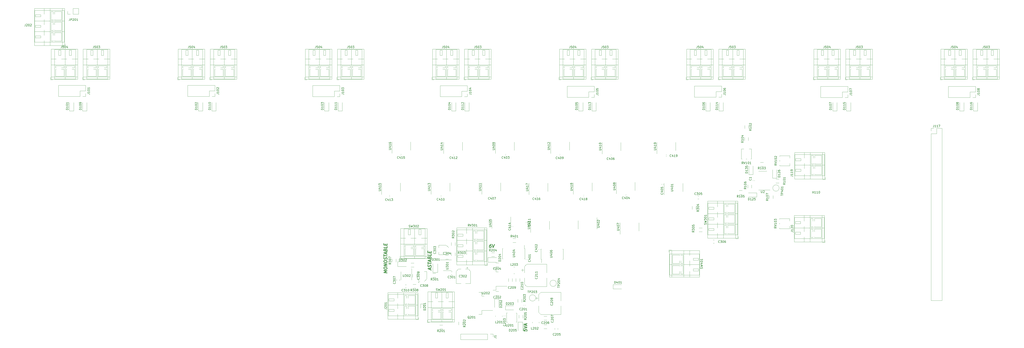
<source format=gbr>
%TF.GenerationSoftware,KiCad,Pcbnew,7.0.8*%
%TF.CreationDate,2023-11-16T11:59:51+01:00*%
%TF.ProjectId,main-board-rev1,6d61696e-2d62-46f6-9172-642d72657631,rev?*%
%TF.SameCoordinates,Original*%
%TF.FileFunction,Legend,Top*%
%TF.FilePolarity,Positive*%
%FSLAX46Y46*%
G04 Gerber Fmt 4.6, Leading zero omitted, Abs format (unit mm)*
G04 Created by KiCad (PCBNEW 7.0.8) date 2023-11-16 11:59:51*
%MOMM*%
%LPD*%
G01*
G04 APERTURE LIST*
%ADD10C,0.300000*%
%ADD11C,0.150000*%
%ADD12C,0.120000*%
%ADD13C,0.100000*%
G04 APERTURE END LIST*
D10*
X312425939Y-756950828D02*
X312140225Y-756950828D01*
X312140225Y-756950828D02*
X311988439Y-757022257D01*
X311988439Y-757022257D02*
X311908082Y-757093685D01*
X311908082Y-757093685D02*
X311738439Y-757307971D01*
X311738439Y-757307971D02*
X311631296Y-757593685D01*
X311631296Y-757593685D02*
X311559868Y-758165114D01*
X311559868Y-758165114D02*
X311613439Y-758307971D01*
X311613439Y-758307971D02*
X311675939Y-758379400D01*
X311675939Y-758379400D02*
X311809868Y-758450828D01*
X311809868Y-758450828D02*
X312095582Y-758450828D01*
X312095582Y-758450828D02*
X312247368Y-758379400D01*
X312247368Y-758379400D02*
X312327725Y-758307971D01*
X312327725Y-758307971D02*
X312417010Y-758165114D01*
X312417010Y-758165114D02*
X312461653Y-757807971D01*
X312461653Y-757807971D02*
X312408082Y-757665114D01*
X312408082Y-757665114D02*
X312345582Y-757593685D01*
X312345582Y-757593685D02*
X312211653Y-757522257D01*
X312211653Y-757522257D02*
X311925939Y-757522257D01*
X311925939Y-757522257D02*
X311774153Y-757593685D01*
X311774153Y-757593685D02*
X311693796Y-757665114D01*
X311693796Y-757665114D02*
X311604510Y-757807971D01*
X312997367Y-756950828D02*
X313309867Y-758450828D01*
X313309867Y-758450828D02*
X313997367Y-756950828D01*
X283672257Y-768872274D02*
X283672257Y-768157989D01*
X284100828Y-769068703D02*
X282600828Y-768381203D01*
X282600828Y-768381203D02*
X284100828Y-768068703D01*
X284029400Y-767631203D02*
X284100828Y-767425846D01*
X284100828Y-767425846D02*
X284100828Y-767068703D01*
X284100828Y-767068703D02*
X284029400Y-766916918D01*
X284029400Y-766916918D02*
X283957971Y-766836560D01*
X283957971Y-766836560D02*
X283815114Y-766747275D01*
X283815114Y-766747275D02*
X283672257Y-766729418D01*
X283672257Y-766729418D02*
X283529400Y-766782989D01*
X283529400Y-766782989D02*
X283457971Y-766845489D01*
X283457971Y-766845489D02*
X283386542Y-766979418D01*
X283386542Y-766979418D02*
X283315114Y-767256203D01*
X283315114Y-767256203D02*
X283243685Y-767390132D01*
X283243685Y-767390132D02*
X283172257Y-767452632D01*
X283172257Y-767452632D02*
X283029400Y-767506203D01*
X283029400Y-767506203D02*
X282886542Y-767488346D01*
X282886542Y-767488346D02*
X282743685Y-767399060D01*
X282743685Y-767399060D02*
X282672257Y-767318703D01*
X282672257Y-767318703D02*
X282600828Y-767166918D01*
X282600828Y-767166918D02*
X282600828Y-766809775D01*
X282600828Y-766809775D02*
X282672257Y-766604418D01*
X282600828Y-766166918D02*
X282600828Y-765309775D01*
X284100828Y-765925847D02*
X282600828Y-765738347D01*
X283672257Y-765015132D02*
X283672257Y-764300847D01*
X284100828Y-765211561D02*
X282600828Y-764524061D01*
X282600828Y-764524061D02*
X284100828Y-764211561D01*
X283315114Y-763113347D02*
X283386542Y-762907990D01*
X283386542Y-762907990D02*
X283457971Y-762845490D01*
X283457971Y-762845490D02*
X283600828Y-762791918D01*
X283600828Y-762791918D02*
X283815114Y-762818704D01*
X283815114Y-762818704D02*
X283957971Y-762907990D01*
X283957971Y-762907990D02*
X284029400Y-762988347D01*
X284029400Y-762988347D02*
X284100828Y-763140133D01*
X284100828Y-763140133D02*
X284100828Y-763711561D01*
X284100828Y-763711561D02*
X282600828Y-763524061D01*
X282600828Y-763524061D02*
X282600828Y-763024061D01*
X282600828Y-763024061D02*
X282672257Y-762890133D01*
X282672257Y-762890133D02*
X282743685Y-762827633D01*
X282743685Y-762827633D02*
X282886542Y-762774061D01*
X282886542Y-762774061D02*
X283029400Y-762791918D01*
X283029400Y-762791918D02*
X283172257Y-762881204D01*
X283172257Y-762881204D02*
X283243685Y-762961561D01*
X283243685Y-762961561D02*
X283315114Y-763113347D01*
X283315114Y-763113347D02*
X283315114Y-763613347D01*
X284100828Y-761497276D02*
X284100828Y-762211561D01*
X284100828Y-762211561D02*
X282600828Y-762024061D01*
X283315114Y-760899061D02*
X283315114Y-760399061D01*
X284100828Y-760282990D02*
X284100828Y-760997275D01*
X284100828Y-760997275D02*
X282600828Y-760809775D01*
X282600828Y-760809775D02*
X282600828Y-760095490D01*
X327800828Y-797002632D02*
X327800828Y-797716917D01*
X327800828Y-797716917D02*
X328515114Y-797877632D01*
X328515114Y-797877632D02*
X328443685Y-797797274D01*
X328443685Y-797797274D02*
X328372257Y-797645489D01*
X328372257Y-797645489D02*
X328372257Y-797288346D01*
X328372257Y-797288346D02*
X328443685Y-797154417D01*
X328443685Y-797154417D02*
X328515114Y-797091917D01*
X328515114Y-797091917D02*
X328657971Y-797038346D01*
X328657971Y-797038346D02*
X329015114Y-797082989D01*
X329015114Y-797082989D02*
X329157971Y-797172274D01*
X329157971Y-797172274D02*
X329229400Y-797252632D01*
X329229400Y-797252632D02*
X329300828Y-797404417D01*
X329300828Y-797404417D02*
X329300828Y-797761560D01*
X329300828Y-797761560D02*
X329229400Y-797895489D01*
X329229400Y-797895489D02*
X329157971Y-797957989D01*
X327800828Y-796502632D02*
X329300828Y-796190132D01*
X329300828Y-796190132D02*
X327800828Y-795502632D01*
X328872257Y-795207989D02*
X328872257Y-794493704D01*
X329300828Y-795404418D02*
X327800828Y-794716918D01*
X327800828Y-794716918D02*
X329300828Y-794404418D01*
X263250828Y-770404417D02*
X261750828Y-770216917D01*
X261750828Y-770216917D02*
X262822257Y-769850846D01*
X262822257Y-769850846D02*
X261750828Y-769216917D01*
X261750828Y-769216917D02*
X263250828Y-769404417D01*
X261750828Y-768216917D02*
X261750828Y-767931203D01*
X261750828Y-767931203D02*
X261822257Y-767797274D01*
X261822257Y-767797274D02*
X261965114Y-767672274D01*
X261965114Y-767672274D02*
X262250828Y-767636560D01*
X262250828Y-767636560D02*
X262750828Y-767699060D01*
X262750828Y-767699060D02*
X263036542Y-767806203D01*
X263036542Y-767806203D02*
X263179400Y-767966917D01*
X263179400Y-767966917D02*
X263250828Y-768118703D01*
X263250828Y-768118703D02*
X263250828Y-768404417D01*
X263250828Y-768404417D02*
X263179400Y-768538346D01*
X263179400Y-768538346D02*
X263036542Y-768663346D01*
X263036542Y-768663346D02*
X262750828Y-768699060D01*
X262750828Y-768699060D02*
X262250828Y-768636560D01*
X262250828Y-768636560D02*
X261965114Y-768529417D01*
X261965114Y-768529417D02*
X261822257Y-768368703D01*
X261822257Y-768368703D02*
X261750828Y-768216917D01*
X263250828Y-767118702D02*
X261750828Y-766931202D01*
X261750828Y-766931202D02*
X263250828Y-766261559D01*
X263250828Y-766261559D02*
X261750828Y-766074059D01*
X261750828Y-765074059D02*
X261750828Y-764788345D01*
X261750828Y-764788345D02*
X261822257Y-764654416D01*
X261822257Y-764654416D02*
X261965114Y-764529416D01*
X261965114Y-764529416D02*
X262250828Y-764493702D01*
X262250828Y-764493702D02*
X262750828Y-764556202D01*
X262750828Y-764556202D02*
X263036542Y-764663345D01*
X263036542Y-764663345D02*
X263179400Y-764824059D01*
X263179400Y-764824059D02*
X263250828Y-764975845D01*
X263250828Y-764975845D02*
X263250828Y-765261559D01*
X263250828Y-765261559D02*
X263179400Y-765395488D01*
X263179400Y-765395488D02*
X263036542Y-765520488D01*
X263036542Y-765520488D02*
X262750828Y-765556202D01*
X262750828Y-765556202D02*
X262250828Y-765493702D01*
X262250828Y-765493702D02*
X261965114Y-765386559D01*
X261965114Y-765386559D02*
X261822257Y-765225845D01*
X261822257Y-765225845D02*
X261750828Y-765074059D01*
X263179400Y-764038344D02*
X263250828Y-763832987D01*
X263250828Y-763832987D02*
X263250828Y-763475844D01*
X263250828Y-763475844D02*
X263179400Y-763324059D01*
X263179400Y-763324059D02*
X263107971Y-763243701D01*
X263107971Y-763243701D02*
X262965114Y-763154416D01*
X262965114Y-763154416D02*
X262822257Y-763136559D01*
X262822257Y-763136559D02*
X262679400Y-763190130D01*
X262679400Y-763190130D02*
X262607971Y-763252630D01*
X262607971Y-763252630D02*
X262536542Y-763386559D01*
X262536542Y-763386559D02*
X262465114Y-763663344D01*
X262465114Y-763663344D02*
X262393685Y-763797273D01*
X262393685Y-763797273D02*
X262322257Y-763859773D01*
X262322257Y-763859773D02*
X262179400Y-763913344D01*
X262179400Y-763913344D02*
X262036542Y-763895487D01*
X262036542Y-763895487D02*
X261893685Y-763806201D01*
X261893685Y-763806201D02*
X261822257Y-763725844D01*
X261822257Y-763725844D02*
X261750828Y-763574059D01*
X261750828Y-763574059D02*
X261750828Y-763216916D01*
X261750828Y-763216916D02*
X261822257Y-763011559D01*
X261750828Y-762574059D02*
X261750828Y-761716916D01*
X263250828Y-762332988D02*
X261750828Y-762145488D01*
X262822257Y-761422273D02*
X262822257Y-760707988D01*
X263250828Y-761618702D02*
X261750828Y-760931202D01*
X261750828Y-760931202D02*
X263250828Y-760618702D01*
X262465114Y-759520488D02*
X262536542Y-759315131D01*
X262536542Y-759315131D02*
X262607971Y-759252631D01*
X262607971Y-759252631D02*
X262750828Y-759199059D01*
X262750828Y-759199059D02*
X262965114Y-759225845D01*
X262965114Y-759225845D02*
X263107971Y-759315131D01*
X263107971Y-759315131D02*
X263179400Y-759395488D01*
X263179400Y-759395488D02*
X263250828Y-759547274D01*
X263250828Y-759547274D02*
X263250828Y-760118702D01*
X263250828Y-760118702D02*
X261750828Y-759931202D01*
X261750828Y-759931202D02*
X261750828Y-759431202D01*
X261750828Y-759431202D02*
X261822257Y-759297274D01*
X261822257Y-759297274D02*
X261893685Y-759234774D01*
X261893685Y-759234774D02*
X262036542Y-759181202D01*
X262036542Y-759181202D02*
X262179400Y-759199059D01*
X262179400Y-759199059D02*
X262322257Y-759288345D01*
X262322257Y-759288345D02*
X262393685Y-759368702D01*
X262393685Y-759368702D02*
X262465114Y-759520488D01*
X262465114Y-759520488D02*
X262465114Y-760020488D01*
X263250828Y-757904417D02*
X263250828Y-758618702D01*
X263250828Y-758618702D02*
X261750828Y-758431202D01*
X262465114Y-757306202D02*
X262465114Y-756806202D01*
X263250828Y-756690131D02*
X263250828Y-757404416D01*
X263250828Y-757404416D02*
X261750828Y-757216916D01*
X261750828Y-757216916D02*
X261750828Y-756502631D01*
D11*
X313045501Y-712237308D02*
X313855024Y-712237308D01*
X313855024Y-712237308D02*
X313950262Y-712189689D01*
X313950262Y-712189689D02*
X313997882Y-712142070D01*
X313997882Y-712142070D02*
X314045501Y-712046832D01*
X314045501Y-712046832D02*
X314045501Y-711856356D01*
X314045501Y-711856356D02*
X313997882Y-711761118D01*
X313997882Y-711761118D02*
X313950262Y-711713499D01*
X313950262Y-711713499D02*
X313855024Y-711665880D01*
X313855024Y-711665880D02*
X313045501Y-711665880D01*
X313378834Y-710761118D02*
X314045501Y-710761118D01*
X312997882Y-710999213D02*
X313712167Y-711237308D01*
X313712167Y-711237308D02*
X313712167Y-710618261D01*
X313045501Y-710046832D02*
X313045501Y-709951594D01*
X313045501Y-709951594D02*
X313093120Y-709856356D01*
X313093120Y-709856356D02*
X313140739Y-709808737D01*
X313140739Y-709808737D02*
X313235977Y-709761118D01*
X313235977Y-709761118D02*
X313426453Y-709713499D01*
X313426453Y-709713499D02*
X313664548Y-709713499D01*
X313664548Y-709713499D02*
X313855024Y-709761118D01*
X313855024Y-709761118D02*
X313950262Y-709808737D01*
X313950262Y-709808737D02*
X313997882Y-709856356D01*
X313997882Y-709856356D02*
X314045501Y-709951594D01*
X314045501Y-709951594D02*
X314045501Y-710046832D01*
X314045501Y-710046832D02*
X313997882Y-710142070D01*
X313997882Y-710142070D02*
X313950262Y-710189689D01*
X313950262Y-710189689D02*
X313855024Y-710237308D01*
X313855024Y-710237308D02*
X313664548Y-710284927D01*
X313664548Y-710284927D02*
X313426453Y-710284927D01*
X313426453Y-710284927D02*
X313235977Y-710237308D01*
X313235977Y-710237308D02*
X313140739Y-710189689D01*
X313140739Y-710189689D02*
X313093120Y-710142070D01*
X313093120Y-710142070D02*
X313045501Y-710046832D01*
X314045501Y-709237308D02*
X314045501Y-709046832D01*
X314045501Y-709046832D02*
X313997882Y-708951594D01*
X313997882Y-708951594D02*
X313950262Y-708903975D01*
X313950262Y-708903975D02*
X313807405Y-708808737D01*
X313807405Y-708808737D02*
X313616929Y-708761118D01*
X313616929Y-708761118D02*
X313235977Y-708761118D01*
X313235977Y-708761118D02*
X313140739Y-708808737D01*
X313140739Y-708808737D02*
X313093120Y-708856356D01*
X313093120Y-708856356D02*
X313045501Y-708951594D01*
X313045501Y-708951594D02*
X313045501Y-709142070D01*
X313045501Y-709142070D02*
X313093120Y-709237308D01*
X313093120Y-709237308D02*
X313140739Y-709284927D01*
X313140739Y-709284927D02*
X313235977Y-709332546D01*
X313235977Y-709332546D02*
X313474072Y-709332546D01*
X313474072Y-709332546D02*
X313569310Y-709284927D01*
X313569310Y-709284927D02*
X313616929Y-709237308D01*
X313616929Y-709237308D02*
X313664548Y-709142070D01*
X313664548Y-709142070D02*
X313664548Y-708951594D01*
X313664548Y-708951594D02*
X313616929Y-708856356D01*
X313616929Y-708856356D02*
X313569310Y-708808737D01*
X313569310Y-708808737D02*
X313474072Y-708761118D01*
X362515501Y-748862308D02*
X363325024Y-748862308D01*
X363325024Y-748862308D02*
X363420262Y-748814689D01*
X363420262Y-748814689D02*
X363467882Y-748767070D01*
X363467882Y-748767070D02*
X363515501Y-748671832D01*
X363515501Y-748671832D02*
X363515501Y-748481356D01*
X363515501Y-748481356D02*
X363467882Y-748386118D01*
X363467882Y-748386118D02*
X363420262Y-748338499D01*
X363420262Y-748338499D02*
X363325024Y-748290880D01*
X363325024Y-748290880D02*
X362515501Y-748290880D01*
X362848834Y-747386118D02*
X363515501Y-747386118D01*
X362467882Y-747624213D02*
X363182167Y-747862308D01*
X363182167Y-747862308D02*
X363182167Y-747243261D01*
X362515501Y-746671832D02*
X362515501Y-746576594D01*
X362515501Y-746576594D02*
X362563120Y-746481356D01*
X362563120Y-746481356D02*
X362610739Y-746433737D01*
X362610739Y-746433737D02*
X362705977Y-746386118D01*
X362705977Y-746386118D02*
X362896453Y-746338499D01*
X362896453Y-746338499D02*
X363134548Y-746338499D01*
X363134548Y-746338499D02*
X363325024Y-746386118D01*
X363325024Y-746386118D02*
X363420262Y-746433737D01*
X363420262Y-746433737D02*
X363467882Y-746481356D01*
X363467882Y-746481356D02*
X363515501Y-746576594D01*
X363515501Y-746576594D02*
X363515501Y-746671832D01*
X363515501Y-746671832D02*
X363467882Y-746767070D01*
X363467882Y-746767070D02*
X363420262Y-746814689D01*
X363420262Y-746814689D02*
X363325024Y-746862308D01*
X363325024Y-746862308D02*
X363134548Y-746909927D01*
X363134548Y-746909927D02*
X362896453Y-746909927D01*
X362896453Y-746909927D02*
X362705977Y-746862308D01*
X362705977Y-746862308D02*
X362610739Y-746814689D01*
X362610739Y-746814689D02*
X362563120Y-746767070D01*
X362563120Y-746767070D02*
X362515501Y-746671832D01*
X362610739Y-745957546D02*
X362563120Y-745909927D01*
X362563120Y-745909927D02*
X362515501Y-745814689D01*
X362515501Y-745814689D02*
X362515501Y-745576594D01*
X362515501Y-745576594D02*
X362563120Y-745481356D01*
X362563120Y-745481356D02*
X362610739Y-745433737D01*
X362610739Y-745433737D02*
X362705977Y-745386118D01*
X362705977Y-745386118D02*
X362801215Y-745386118D01*
X362801215Y-745386118D02*
X362944072Y-745433737D01*
X362944072Y-745433737D02*
X363515501Y-746005165D01*
X363515501Y-746005165D02*
X363515501Y-745386118D01*
X389225501Y-712337308D02*
X390035024Y-712337308D01*
X390035024Y-712337308D02*
X390130262Y-712289689D01*
X390130262Y-712289689D02*
X390177882Y-712242070D01*
X390177882Y-712242070D02*
X390225501Y-712146832D01*
X390225501Y-712146832D02*
X390225501Y-711956356D01*
X390225501Y-711956356D02*
X390177882Y-711861118D01*
X390177882Y-711861118D02*
X390130262Y-711813499D01*
X390130262Y-711813499D02*
X390035024Y-711765880D01*
X390035024Y-711765880D02*
X389225501Y-711765880D01*
X389558834Y-710861118D02*
X390225501Y-710861118D01*
X389177882Y-711099213D02*
X389892167Y-711337308D01*
X389892167Y-711337308D02*
X389892167Y-710718261D01*
X390225501Y-709813499D02*
X390225501Y-710384927D01*
X390225501Y-710099213D02*
X389225501Y-710099213D01*
X389225501Y-710099213D02*
X389368358Y-710194451D01*
X389368358Y-710194451D02*
X389463596Y-710289689D01*
X389463596Y-710289689D02*
X389511215Y-710384927D01*
X390225501Y-709337308D02*
X390225501Y-709146832D01*
X390225501Y-709146832D02*
X390177882Y-709051594D01*
X390177882Y-709051594D02*
X390130262Y-709003975D01*
X390130262Y-709003975D02*
X389987405Y-708908737D01*
X389987405Y-708908737D02*
X389796929Y-708861118D01*
X389796929Y-708861118D02*
X389415977Y-708861118D01*
X389415977Y-708861118D02*
X389320739Y-708908737D01*
X389320739Y-708908737D02*
X389273120Y-708956356D01*
X389273120Y-708956356D02*
X389225501Y-709051594D01*
X389225501Y-709051594D02*
X389225501Y-709242070D01*
X389225501Y-709242070D02*
X389273120Y-709337308D01*
X389273120Y-709337308D02*
X389320739Y-709384927D01*
X389320739Y-709384927D02*
X389415977Y-709432546D01*
X389415977Y-709432546D02*
X389654072Y-709432546D01*
X389654072Y-709432546D02*
X389749310Y-709384927D01*
X389749310Y-709384927D02*
X389796929Y-709337308D01*
X389796929Y-709337308D02*
X389844548Y-709242070D01*
X389844548Y-709242070D02*
X389844548Y-709051594D01*
X389844548Y-709051594D02*
X389796929Y-708956356D01*
X389796929Y-708956356D02*
X389749310Y-708908737D01*
X389749310Y-708908737D02*
X389654072Y-708861118D01*
X318071634Y-716267603D02*
X318024015Y-716315223D01*
X318024015Y-716315223D02*
X317881158Y-716362842D01*
X317881158Y-716362842D02*
X317785920Y-716362842D01*
X317785920Y-716362842D02*
X317643063Y-716315223D01*
X317643063Y-716315223D02*
X317547825Y-716219984D01*
X317547825Y-716219984D02*
X317500206Y-716124746D01*
X317500206Y-716124746D02*
X317452587Y-715934270D01*
X317452587Y-715934270D02*
X317452587Y-715791413D01*
X317452587Y-715791413D02*
X317500206Y-715600937D01*
X317500206Y-715600937D02*
X317547825Y-715505699D01*
X317547825Y-715505699D02*
X317643063Y-715410461D01*
X317643063Y-715410461D02*
X317785920Y-715362842D01*
X317785920Y-715362842D02*
X317881158Y-715362842D01*
X317881158Y-715362842D02*
X318024015Y-715410461D01*
X318024015Y-715410461D02*
X318071634Y-715458080D01*
X318928777Y-715696175D02*
X318928777Y-716362842D01*
X318690682Y-715315223D02*
X318452587Y-716029508D01*
X318452587Y-716029508D02*
X319071634Y-716029508D01*
X319643063Y-715362842D02*
X319738301Y-715362842D01*
X319738301Y-715362842D02*
X319833539Y-715410461D01*
X319833539Y-715410461D02*
X319881158Y-715458080D01*
X319881158Y-715458080D02*
X319928777Y-715553318D01*
X319928777Y-715553318D02*
X319976396Y-715743794D01*
X319976396Y-715743794D02*
X319976396Y-715981889D01*
X319976396Y-715981889D02*
X319928777Y-716172365D01*
X319928777Y-716172365D02*
X319881158Y-716267603D01*
X319881158Y-716267603D02*
X319833539Y-716315223D01*
X319833539Y-716315223D02*
X319738301Y-716362842D01*
X319738301Y-716362842D02*
X319643063Y-716362842D01*
X319643063Y-716362842D02*
X319547825Y-716315223D01*
X319547825Y-716315223D02*
X319500206Y-716267603D01*
X319500206Y-716267603D02*
X319452587Y-716172365D01*
X319452587Y-716172365D02*
X319404968Y-715981889D01*
X319404968Y-715981889D02*
X319404968Y-715743794D01*
X319404968Y-715743794D02*
X319452587Y-715553318D01*
X319452587Y-715553318D02*
X319500206Y-715458080D01*
X319500206Y-715458080D02*
X319547825Y-715410461D01*
X319547825Y-715410461D02*
X319643063Y-715362842D01*
X320309730Y-715362842D02*
X320928777Y-715362842D01*
X320928777Y-715362842D02*
X320595444Y-715743794D01*
X320595444Y-715743794D02*
X320738301Y-715743794D01*
X320738301Y-715743794D02*
X320833539Y-715791413D01*
X320833539Y-715791413D02*
X320881158Y-715839032D01*
X320881158Y-715839032D02*
X320928777Y-715934270D01*
X320928777Y-715934270D02*
X320928777Y-716172365D01*
X320928777Y-716172365D02*
X320881158Y-716267603D01*
X320881158Y-716267603D02*
X320833539Y-716315223D01*
X320833539Y-716315223D02*
X320738301Y-716362842D01*
X320738301Y-716362842D02*
X320452587Y-716362842D01*
X320452587Y-716362842D02*
X320357349Y-716315223D01*
X320357349Y-716315223D02*
X320309730Y-716267603D01*
X112775501Y-693238498D02*
X111775501Y-693238498D01*
X111775501Y-693238498D02*
X111775501Y-693000403D01*
X111775501Y-693000403D02*
X111823120Y-692857546D01*
X111823120Y-692857546D02*
X111918358Y-692762308D01*
X111918358Y-692762308D02*
X112013596Y-692714689D01*
X112013596Y-692714689D02*
X112204072Y-692667070D01*
X112204072Y-692667070D02*
X112346929Y-692667070D01*
X112346929Y-692667070D02*
X112537405Y-692714689D01*
X112537405Y-692714689D02*
X112632643Y-692762308D01*
X112632643Y-692762308D02*
X112727882Y-692857546D01*
X112727882Y-692857546D02*
X112775501Y-693000403D01*
X112775501Y-693000403D02*
X112775501Y-693238498D01*
X112775501Y-691714689D02*
X112775501Y-692286117D01*
X112775501Y-692000403D02*
X111775501Y-692000403D01*
X111775501Y-692000403D02*
X111918358Y-692095641D01*
X111918358Y-692095641D02*
X112013596Y-692190879D01*
X112013596Y-692190879D02*
X112061215Y-692286117D01*
X111775501Y-691095641D02*
X111775501Y-691000403D01*
X111775501Y-691000403D02*
X111823120Y-690905165D01*
X111823120Y-690905165D02*
X111870739Y-690857546D01*
X111870739Y-690857546D02*
X111965977Y-690809927D01*
X111965977Y-690809927D02*
X112156453Y-690762308D01*
X112156453Y-690762308D02*
X112394548Y-690762308D01*
X112394548Y-690762308D02*
X112585024Y-690809927D01*
X112585024Y-690809927D02*
X112680262Y-690857546D01*
X112680262Y-690857546D02*
X112727882Y-690905165D01*
X112727882Y-690905165D02*
X112775501Y-691000403D01*
X112775501Y-691000403D02*
X112775501Y-691095641D01*
X112775501Y-691095641D02*
X112727882Y-691190879D01*
X112727882Y-691190879D02*
X112680262Y-691238498D01*
X112680262Y-691238498D02*
X112585024Y-691286117D01*
X112585024Y-691286117D02*
X112394548Y-691333736D01*
X112394548Y-691333736D02*
X112156453Y-691333736D01*
X112156453Y-691333736D02*
X111965977Y-691286117D01*
X111965977Y-691286117D02*
X111870739Y-691238498D01*
X111870739Y-691238498D02*
X111823120Y-691190879D01*
X111823120Y-691190879D02*
X111775501Y-691095641D01*
X112775501Y-689809927D02*
X112775501Y-690381355D01*
X112775501Y-690095641D02*
X111775501Y-690095641D01*
X111775501Y-690095641D02*
X111918358Y-690190879D01*
X111918358Y-690190879D02*
X112013596Y-690286117D01*
X112013596Y-690286117D02*
X112061215Y-690381355D01*
X410455501Y-740767070D02*
X409979310Y-741100403D01*
X410455501Y-741338498D02*
X409455501Y-741338498D01*
X409455501Y-741338498D02*
X409455501Y-740957546D01*
X409455501Y-740957546D02*
X409503120Y-740862308D01*
X409503120Y-740862308D02*
X409550739Y-740814689D01*
X409550739Y-740814689D02*
X409645977Y-740767070D01*
X409645977Y-740767070D02*
X409788834Y-740767070D01*
X409788834Y-740767070D02*
X409884072Y-740814689D01*
X409884072Y-740814689D02*
X409931691Y-740862308D01*
X409931691Y-740862308D02*
X409979310Y-740957546D01*
X409979310Y-740957546D02*
X409979310Y-741338498D01*
X409455501Y-740433736D02*
X409455501Y-739814689D01*
X409455501Y-739814689D02*
X409836453Y-740148022D01*
X409836453Y-740148022D02*
X409836453Y-740005165D01*
X409836453Y-740005165D02*
X409884072Y-739909927D01*
X409884072Y-739909927D02*
X409931691Y-739862308D01*
X409931691Y-739862308D02*
X410026929Y-739814689D01*
X410026929Y-739814689D02*
X410265024Y-739814689D01*
X410265024Y-739814689D02*
X410360262Y-739862308D01*
X410360262Y-739862308D02*
X410407882Y-739909927D01*
X410407882Y-739909927D02*
X410455501Y-740005165D01*
X410455501Y-740005165D02*
X410455501Y-740290879D01*
X410455501Y-740290879D02*
X410407882Y-740386117D01*
X410407882Y-740386117D02*
X410360262Y-740433736D01*
X409455501Y-739195641D02*
X409455501Y-739100403D01*
X409455501Y-739100403D02*
X409503120Y-739005165D01*
X409503120Y-739005165D02*
X409550739Y-738957546D01*
X409550739Y-738957546D02*
X409645977Y-738909927D01*
X409645977Y-738909927D02*
X409836453Y-738862308D01*
X409836453Y-738862308D02*
X410074548Y-738862308D01*
X410074548Y-738862308D02*
X410265024Y-738909927D01*
X410265024Y-738909927D02*
X410360262Y-738957546D01*
X410360262Y-738957546D02*
X410407882Y-739005165D01*
X410407882Y-739005165D02*
X410455501Y-739100403D01*
X410455501Y-739100403D02*
X410455501Y-739195641D01*
X410455501Y-739195641D02*
X410407882Y-739290879D01*
X410407882Y-739290879D02*
X410360262Y-739338498D01*
X410360262Y-739338498D02*
X410265024Y-739386117D01*
X410265024Y-739386117D02*
X410074548Y-739433736D01*
X410074548Y-739433736D02*
X409836453Y-739433736D01*
X409836453Y-739433736D02*
X409645977Y-739386117D01*
X409645977Y-739386117D02*
X409550739Y-739338498D01*
X409550739Y-739338498D02*
X409503120Y-739290879D01*
X409503120Y-739290879D02*
X409455501Y-739195641D01*
X409788834Y-738005165D02*
X410455501Y-738005165D01*
X409407882Y-738243260D02*
X410122167Y-738481355D01*
X410122167Y-738481355D02*
X410122167Y-737862308D01*
X179975501Y-693238498D02*
X178975501Y-693238498D01*
X178975501Y-693238498D02*
X178975501Y-693000403D01*
X178975501Y-693000403D02*
X179023120Y-692857546D01*
X179023120Y-692857546D02*
X179118358Y-692762308D01*
X179118358Y-692762308D02*
X179213596Y-692714689D01*
X179213596Y-692714689D02*
X179404072Y-692667070D01*
X179404072Y-692667070D02*
X179546929Y-692667070D01*
X179546929Y-692667070D02*
X179737405Y-692714689D01*
X179737405Y-692714689D02*
X179832643Y-692762308D01*
X179832643Y-692762308D02*
X179927882Y-692857546D01*
X179927882Y-692857546D02*
X179975501Y-693000403D01*
X179975501Y-693000403D02*
X179975501Y-693238498D01*
X179975501Y-691714689D02*
X179975501Y-692286117D01*
X179975501Y-692000403D02*
X178975501Y-692000403D01*
X178975501Y-692000403D02*
X179118358Y-692095641D01*
X179118358Y-692095641D02*
X179213596Y-692190879D01*
X179213596Y-692190879D02*
X179261215Y-692286117D01*
X179975501Y-690762308D02*
X179975501Y-691333736D01*
X179975501Y-691048022D02*
X178975501Y-691048022D01*
X178975501Y-691048022D02*
X179118358Y-691143260D01*
X179118358Y-691143260D02*
X179213596Y-691238498D01*
X179213596Y-691238498D02*
X179261215Y-691333736D01*
X178975501Y-690143260D02*
X178975501Y-690048022D01*
X178975501Y-690048022D02*
X179023120Y-689952784D01*
X179023120Y-689952784D02*
X179070739Y-689905165D01*
X179070739Y-689905165D02*
X179165977Y-689857546D01*
X179165977Y-689857546D02*
X179356453Y-689809927D01*
X179356453Y-689809927D02*
X179594548Y-689809927D01*
X179594548Y-689809927D02*
X179785024Y-689857546D01*
X179785024Y-689857546D02*
X179880262Y-689905165D01*
X179880262Y-689905165D02*
X179927882Y-689952784D01*
X179927882Y-689952784D02*
X179975501Y-690048022D01*
X179975501Y-690048022D02*
X179975501Y-690143260D01*
X179975501Y-690143260D02*
X179927882Y-690238498D01*
X179927882Y-690238498D02*
X179880262Y-690286117D01*
X179880262Y-690286117D02*
X179785024Y-690333736D01*
X179785024Y-690333736D02*
X179594548Y-690381355D01*
X179594548Y-690381355D02*
X179356453Y-690381355D01*
X179356453Y-690381355D02*
X179165977Y-690333736D01*
X179165977Y-690333736D02*
X179070739Y-690286117D01*
X179070739Y-690286117D02*
X179023120Y-690238498D01*
X179023120Y-690238498D02*
X178975501Y-690143260D01*
X282595501Y-731537308D02*
X283405024Y-731537308D01*
X283405024Y-731537308D02*
X283500262Y-731489689D01*
X283500262Y-731489689D02*
X283547882Y-731442070D01*
X283547882Y-731442070D02*
X283595501Y-731346832D01*
X283595501Y-731346832D02*
X283595501Y-731156356D01*
X283595501Y-731156356D02*
X283547882Y-731061118D01*
X283547882Y-731061118D02*
X283500262Y-731013499D01*
X283500262Y-731013499D02*
X283405024Y-730965880D01*
X283405024Y-730965880D02*
X282595501Y-730965880D01*
X282928834Y-730061118D02*
X283595501Y-730061118D01*
X282547882Y-730299213D02*
X283262167Y-730537308D01*
X283262167Y-730537308D02*
X283262167Y-729918261D01*
X283595501Y-729013499D02*
X283595501Y-729584927D01*
X283595501Y-729299213D02*
X282595501Y-729299213D01*
X282595501Y-729299213D02*
X282738358Y-729394451D01*
X282738358Y-729394451D02*
X282833596Y-729489689D01*
X282833596Y-729489689D02*
X282881215Y-729584927D01*
X282595501Y-728680165D02*
X282595501Y-728061118D01*
X282595501Y-728061118D02*
X282976453Y-728394451D01*
X282976453Y-728394451D02*
X282976453Y-728251594D01*
X282976453Y-728251594D02*
X283024072Y-728156356D01*
X283024072Y-728156356D02*
X283071691Y-728108737D01*
X283071691Y-728108737D02*
X283166929Y-728061118D01*
X283166929Y-728061118D02*
X283405024Y-728061118D01*
X283405024Y-728061118D02*
X283500262Y-728108737D01*
X283500262Y-728108737D02*
X283547882Y-728156356D01*
X283547882Y-728156356D02*
X283595501Y-728251594D01*
X283595501Y-728251594D02*
X283595501Y-728537308D01*
X283595501Y-728537308D02*
X283547882Y-728632546D01*
X283547882Y-728632546D02*
X283500262Y-728680165D01*
X361945501Y-686103737D02*
X362659786Y-686103737D01*
X362659786Y-686103737D02*
X362802643Y-686151356D01*
X362802643Y-686151356D02*
X362897882Y-686246594D01*
X362897882Y-686246594D02*
X362945501Y-686389451D01*
X362945501Y-686389451D02*
X362945501Y-686484689D01*
X362945501Y-685103737D02*
X362945501Y-685675165D01*
X362945501Y-685389451D02*
X361945501Y-685389451D01*
X361945501Y-685389451D02*
X362088358Y-685484689D01*
X362088358Y-685484689D02*
X362183596Y-685579927D01*
X362183596Y-685579927D02*
X362231215Y-685675165D01*
X361945501Y-684484689D02*
X361945501Y-684389451D01*
X361945501Y-684389451D02*
X361993120Y-684294213D01*
X361993120Y-684294213D02*
X362040739Y-684246594D01*
X362040739Y-684246594D02*
X362135977Y-684198975D01*
X362135977Y-684198975D02*
X362326453Y-684151356D01*
X362326453Y-684151356D02*
X362564548Y-684151356D01*
X362564548Y-684151356D02*
X362755024Y-684198975D01*
X362755024Y-684198975D02*
X362850262Y-684246594D01*
X362850262Y-684246594D02*
X362897882Y-684294213D01*
X362897882Y-684294213D02*
X362945501Y-684389451D01*
X362945501Y-684389451D02*
X362945501Y-684484689D01*
X362945501Y-684484689D02*
X362897882Y-684579927D01*
X362897882Y-684579927D02*
X362850262Y-684627546D01*
X362850262Y-684627546D02*
X362755024Y-684675165D01*
X362755024Y-684675165D02*
X362564548Y-684722784D01*
X362564548Y-684722784D02*
X362326453Y-684722784D01*
X362326453Y-684722784D02*
X362135977Y-684675165D01*
X362135977Y-684675165D02*
X362040739Y-684627546D01*
X362040739Y-684627546D02*
X361993120Y-684579927D01*
X361993120Y-684579927D02*
X361945501Y-684484689D01*
X361945501Y-683246594D02*
X361945501Y-683722784D01*
X361945501Y-683722784D02*
X362421691Y-683770403D01*
X362421691Y-683770403D02*
X362374072Y-683722784D01*
X362374072Y-683722784D02*
X362326453Y-683627546D01*
X362326453Y-683627546D02*
X362326453Y-683389451D01*
X362326453Y-683389451D02*
X362374072Y-683294213D01*
X362374072Y-683294213D02*
X362421691Y-683246594D01*
X362421691Y-683246594D02*
X362516929Y-683198975D01*
X362516929Y-683198975D02*
X362755024Y-683198975D01*
X362755024Y-683198975D02*
X362850262Y-683246594D01*
X362850262Y-683246594D02*
X362897882Y-683294213D01*
X362897882Y-683294213D02*
X362945501Y-683389451D01*
X362945501Y-683389451D02*
X362945501Y-683627546D01*
X362945501Y-683627546D02*
X362897882Y-683722784D01*
X362897882Y-683722784D02*
X362850262Y-683770403D01*
X433740206Y-736002842D02*
X433740206Y-735002842D01*
X433740206Y-735002842D02*
X433978301Y-735002842D01*
X433978301Y-735002842D02*
X434121158Y-735050461D01*
X434121158Y-735050461D02*
X434216396Y-735145699D01*
X434216396Y-735145699D02*
X434264015Y-735240937D01*
X434264015Y-735240937D02*
X434311634Y-735431413D01*
X434311634Y-735431413D02*
X434311634Y-735574270D01*
X434311634Y-735574270D02*
X434264015Y-735764746D01*
X434264015Y-735764746D02*
X434216396Y-735859984D01*
X434216396Y-735859984D02*
X434121158Y-735955223D01*
X434121158Y-735955223D02*
X433978301Y-736002842D01*
X433978301Y-736002842D02*
X433740206Y-736002842D01*
X435264015Y-736002842D02*
X434692587Y-736002842D01*
X434978301Y-736002842D02*
X434978301Y-735002842D01*
X434978301Y-735002842D02*
X434883063Y-735145699D01*
X434883063Y-735145699D02*
X434787825Y-735240937D01*
X434787825Y-735240937D02*
X434692587Y-735288556D01*
X435644968Y-735098080D02*
X435692587Y-735050461D01*
X435692587Y-735050461D02*
X435787825Y-735002842D01*
X435787825Y-735002842D02*
X436025920Y-735002842D01*
X436025920Y-735002842D02*
X436121158Y-735050461D01*
X436121158Y-735050461D02*
X436168777Y-735098080D01*
X436168777Y-735098080D02*
X436216396Y-735193318D01*
X436216396Y-735193318D02*
X436216396Y-735288556D01*
X436216396Y-735288556D02*
X436168777Y-735431413D01*
X436168777Y-735431413D02*
X435597349Y-736002842D01*
X435597349Y-736002842D02*
X436216396Y-736002842D01*
X437121158Y-735002842D02*
X436644968Y-735002842D01*
X436644968Y-735002842D02*
X436597349Y-735479032D01*
X436597349Y-735479032D02*
X436644968Y-735431413D01*
X436644968Y-735431413D02*
X436740206Y-735383794D01*
X436740206Y-735383794D02*
X436978301Y-735383794D01*
X436978301Y-735383794D02*
X437073539Y-735431413D01*
X437073539Y-735431413D02*
X437121158Y-735479032D01*
X437121158Y-735479032D02*
X437168777Y-735574270D01*
X437168777Y-735574270D02*
X437168777Y-735812365D01*
X437168777Y-735812365D02*
X437121158Y-735907603D01*
X437121158Y-735907603D02*
X437073539Y-735955223D01*
X437073539Y-735955223D02*
X436978301Y-736002842D01*
X436978301Y-736002842D02*
X436740206Y-736002842D01*
X436740206Y-736002842D02*
X436644968Y-735955223D01*
X436644968Y-735955223D02*
X436597349Y-735907603D01*
X118975501Y-693238498D02*
X117975501Y-693238498D01*
X117975501Y-693238498D02*
X117975501Y-693000403D01*
X117975501Y-693000403D02*
X118023120Y-692857546D01*
X118023120Y-692857546D02*
X118118358Y-692762308D01*
X118118358Y-692762308D02*
X118213596Y-692714689D01*
X118213596Y-692714689D02*
X118404072Y-692667070D01*
X118404072Y-692667070D02*
X118546929Y-692667070D01*
X118546929Y-692667070D02*
X118737405Y-692714689D01*
X118737405Y-692714689D02*
X118832643Y-692762308D01*
X118832643Y-692762308D02*
X118927882Y-692857546D01*
X118927882Y-692857546D02*
X118975501Y-693000403D01*
X118975501Y-693000403D02*
X118975501Y-693238498D01*
X118975501Y-691714689D02*
X118975501Y-692286117D01*
X118975501Y-692000403D02*
X117975501Y-692000403D01*
X117975501Y-692000403D02*
X118118358Y-692095641D01*
X118118358Y-692095641D02*
X118213596Y-692190879D01*
X118213596Y-692190879D02*
X118261215Y-692286117D01*
X117975501Y-691095641D02*
X117975501Y-691000403D01*
X117975501Y-691000403D02*
X118023120Y-690905165D01*
X118023120Y-690905165D02*
X118070739Y-690857546D01*
X118070739Y-690857546D02*
X118165977Y-690809927D01*
X118165977Y-690809927D02*
X118356453Y-690762308D01*
X118356453Y-690762308D02*
X118594548Y-690762308D01*
X118594548Y-690762308D02*
X118785024Y-690809927D01*
X118785024Y-690809927D02*
X118880262Y-690857546D01*
X118880262Y-690857546D02*
X118927882Y-690905165D01*
X118927882Y-690905165D02*
X118975501Y-691000403D01*
X118975501Y-691000403D02*
X118975501Y-691095641D01*
X118975501Y-691095641D02*
X118927882Y-691190879D01*
X118927882Y-691190879D02*
X118880262Y-691238498D01*
X118880262Y-691238498D02*
X118785024Y-691286117D01*
X118785024Y-691286117D02*
X118594548Y-691333736D01*
X118594548Y-691333736D02*
X118356453Y-691333736D01*
X118356453Y-691333736D02*
X118165977Y-691286117D01*
X118165977Y-691286117D02*
X118070739Y-691238498D01*
X118070739Y-691238498D02*
X118023120Y-691190879D01*
X118023120Y-691190879D02*
X117975501Y-691095641D01*
X118975501Y-690286117D02*
X118975501Y-690095641D01*
X118975501Y-690095641D02*
X118927882Y-690000403D01*
X118927882Y-690000403D02*
X118880262Y-689952784D01*
X118880262Y-689952784D02*
X118737405Y-689857546D01*
X118737405Y-689857546D02*
X118546929Y-689809927D01*
X118546929Y-689809927D02*
X118165977Y-689809927D01*
X118165977Y-689809927D02*
X118070739Y-689857546D01*
X118070739Y-689857546D02*
X118023120Y-689905165D01*
X118023120Y-689905165D02*
X117975501Y-690000403D01*
X117975501Y-690000403D02*
X117975501Y-690190879D01*
X117975501Y-690190879D02*
X118023120Y-690286117D01*
X118023120Y-690286117D02*
X118070739Y-690333736D01*
X118070739Y-690333736D02*
X118165977Y-690381355D01*
X118165977Y-690381355D02*
X118404072Y-690381355D01*
X118404072Y-690381355D02*
X118499310Y-690333736D01*
X118499310Y-690333736D02*
X118546929Y-690286117D01*
X118546929Y-690286117D02*
X118594548Y-690190879D01*
X118594548Y-690190879D02*
X118594548Y-690000403D01*
X118594548Y-690000403D02*
X118546929Y-689905165D01*
X118546929Y-689905165D02*
X118499310Y-689857546D01*
X118499310Y-689857546D02*
X118404072Y-689809927D01*
X364774967Y-663132842D02*
X364774967Y-663847127D01*
X364774967Y-663847127D02*
X364727348Y-663989984D01*
X364727348Y-663989984D02*
X364632110Y-664085223D01*
X364632110Y-664085223D02*
X364489253Y-664132842D01*
X364489253Y-664132842D02*
X364394015Y-664132842D01*
X365727348Y-663132842D02*
X365251158Y-663132842D01*
X365251158Y-663132842D02*
X365203539Y-663609032D01*
X365203539Y-663609032D02*
X365251158Y-663561413D01*
X365251158Y-663561413D02*
X365346396Y-663513794D01*
X365346396Y-663513794D02*
X365584491Y-663513794D01*
X365584491Y-663513794D02*
X365679729Y-663561413D01*
X365679729Y-663561413D02*
X365727348Y-663609032D01*
X365727348Y-663609032D02*
X365774967Y-663704270D01*
X365774967Y-663704270D02*
X365774967Y-663942365D01*
X365774967Y-663942365D02*
X365727348Y-664037603D01*
X365727348Y-664037603D02*
X365679729Y-664085223D01*
X365679729Y-664085223D02*
X365584491Y-664132842D01*
X365584491Y-664132842D02*
X365346396Y-664132842D01*
X365346396Y-664132842D02*
X365251158Y-664085223D01*
X365251158Y-664085223D02*
X365203539Y-664037603D01*
X366394015Y-663132842D02*
X366489253Y-663132842D01*
X366489253Y-663132842D02*
X366584491Y-663180461D01*
X366584491Y-663180461D02*
X366632110Y-663228080D01*
X366632110Y-663228080D02*
X366679729Y-663323318D01*
X366679729Y-663323318D02*
X366727348Y-663513794D01*
X366727348Y-663513794D02*
X366727348Y-663751889D01*
X366727348Y-663751889D02*
X366679729Y-663942365D01*
X366679729Y-663942365D02*
X366632110Y-664037603D01*
X366632110Y-664037603D02*
X366584491Y-664085223D01*
X366584491Y-664085223D02*
X366489253Y-664132842D01*
X366489253Y-664132842D02*
X366394015Y-664132842D01*
X366394015Y-664132842D02*
X366298777Y-664085223D01*
X366298777Y-664085223D02*
X366251158Y-664037603D01*
X366251158Y-664037603D02*
X366203539Y-663942365D01*
X366203539Y-663942365D02*
X366155920Y-663751889D01*
X366155920Y-663751889D02*
X366155920Y-663513794D01*
X366155920Y-663513794D02*
X366203539Y-663323318D01*
X366203539Y-663323318D02*
X366251158Y-663228080D01*
X366251158Y-663228080D02*
X366298777Y-663180461D01*
X366298777Y-663180461D02*
X366394015Y-663132842D01*
X367060682Y-663132842D02*
X367679729Y-663132842D01*
X367679729Y-663132842D02*
X367346396Y-663513794D01*
X367346396Y-663513794D02*
X367489253Y-663513794D01*
X367489253Y-663513794D02*
X367584491Y-663561413D01*
X367584491Y-663561413D02*
X367632110Y-663609032D01*
X367632110Y-663609032D02*
X367679729Y-663704270D01*
X367679729Y-663704270D02*
X367679729Y-663942365D01*
X367679729Y-663942365D02*
X367632110Y-664037603D01*
X367632110Y-664037603D02*
X367584491Y-664085223D01*
X367584491Y-664085223D02*
X367489253Y-664132842D01*
X367489253Y-664132842D02*
X367203539Y-664132842D01*
X367203539Y-664132842D02*
X367108301Y-664085223D01*
X367108301Y-664085223D02*
X367060682Y-664037603D01*
X316955501Y-764915164D02*
X315955501Y-764915164D01*
X315955501Y-764915164D02*
X315955501Y-764677069D01*
X315955501Y-764677069D02*
X316003120Y-764534212D01*
X316003120Y-764534212D02*
X316098358Y-764438974D01*
X316098358Y-764438974D02*
X316193596Y-764391355D01*
X316193596Y-764391355D02*
X316384072Y-764343736D01*
X316384072Y-764343736D02*
X316526929Y-764343736D01*
X316526929Y-764343736D02*
X316717405Y-764391355D01*
X316717405Y-764391355D02*
X316812643Y-764438974D01*
X316812643Y-764438974D02*
X316907882Y-764534212D01*
X316907882Y-764534212D02*
X316955501Y-764677069D01*
X316955501Y-764677069D02*
X316955501Y-764915164D01*
X316050739Y-763962783D02*
X316003120Y-763915164D01*
X316003120Y-763915164D02*
X315955501Y-763819926D01*
X315955501Y-763819926D02*
X315955501Y-763581831D01*
X315955501Y-763581831D02*
X316003120Y-763486593D01*
X316003120Y-763486593D02*
X316050739Y-763438974D01*
X316050739Y-763438974D02*
X316145977Y-763391355D01*
X316145977Y-763391355D02*
X316241215Y-763391355D01*
X316241215Y-763391355D02*
X316384072Y-763438974D01*
X316384072Y-763438974D02*
X316955501Y-764010402D01*
X316955501Y-764010402D02*
X316955501Y-763391355D01*
X315955501Y-762772307D02*
X315955501Y-762677069D01*
X315955501Y-762677069D02*
X316003120Y-762581831D01*
X316003120Y-762581831D02*
X316050739Y-762534212D01*
X316050739Y-762534212D02*
X316145977Y-762486593D01*
X316145977Y-762486593D02*
X316336453Y-762438974D01*
X316336453Y-762438974D02*
X316574548Y-762438974D01*
X316574548Y-762438974D02*
X316765024Y-762486593D01*
X316765024Y-762486593D02*
X316860262Y-762534212D01*
X316860262Y-762534212D02*
X316907882Y-762581831D01*
X316907882Y-762581831D02*
X316955501Y-762677069D01*
X316955501Y-762677069D02*
X316955501Y-762772307D01*
X316955501Y-762772307D02*
X316907882Y-762867545D01*
X316907882Y-762867545D02*
X316860262Y-762915164D01*
X316860262Y-762915164D02*
X316765024Y-762962783D01*
X316765024Y-762962783D02*
X316574548Y-763010402D01*
X316574548Y-763010402D02*
X316336453Y-763010402D01*
X316336453Y-763010402D02*
X316145977Y-762962783D01*
X316145977Y-762962783D02*
X316050739Y-762915164D01*
X316050739Y-762915164D02*
X316003120Y-762867545D01*
X316003120Y-762867545D02*
X315955501Y-762772307D01*
X316288834Y-761581831D02*
X316955501Y-761581831D01*
X315907882Y-761819926D02*
X316622167Y-762058021D01*
X316622167Y-762058021D02*
X316622167Y-761438974D01*
X342231634Y-799834269D02*
X342184015Y-799881889D01*
X342184015Y-799881889D02*
X342041158Y-799929508D01*
X342041158Y-799929508D02*
X341945920Y-799929508D01*
X341945920Y-799929508D02*
X341803063Y-799881889D01*
X341803063Y-799881889D02*
X341707825Y-799786650D01*
X341707825Y-799786650D02*
X341660206Y-799691412D01*
X341660206Y-799691412D02*
X341612587Y-799500936D01*
X341612587Y-799500936D02*
X341612587Y-799358079D01*
X341612587Y-799358079D02*
X341660206Y-799167603D01*
X341660206Y-799167603D02*
X341707825Y-799072365D01*
X341707825Y-799072365D02*
X341803063Y-798977127D01*
X341803063Y-798977127D02*
X341945920Y-798929508D01*
X341945920Y-798929508D02*
X342041158Y-798929508D01*
X342041158Y-798929508D02*
X342184015Y-798977127D01*
X342184015Y-798977127D02*
X342231634Y-799024746D01*
X342612587Y-799024746D02*
X342660206Y-798977127D01*
X342660206Y-798977127D02*
X342755444Y-798929508D01*
X342755444Y-798929508D02*
X342993539Y-798929508D01*
X342993539Y-798929508D02*
X343088777Y-798977127D01*
X343088777Y-798977127D02*
X343136396Y-799024746D01*
X343136396Y-799024746D02*
X343184015Y-799119984D01*
X343184015Y-799119984D02*
X343184015Y-799215222D01*
X343184015Y-799215222D02*
X343136396Y-799358079D01*
X343136396Y-799358079D02*
X342564968Y-799929508D01*
X342564968Y-799929508D02*
X343184015Y-799929508D01*
X343803063Y-798929508D02*
X343898301Y-798929508D01*
X343898301Y-798929508D02*
X343993539Y-798977127D01*
X343993539Y-798977127D02*
X344041158Y-799024746D01*
X344041158Y-799024746D02*
X344088777Y-799119984D01*
X344088777Y-799119984D02*
X344136396Y-799310460D01*
X344136396Y-799310460D02*
X344136396Y-799548555D01*
X344136396Y-799548555D02*
X344088777Y-799739031D01*
X344088777Y-799739031D02*
X344041158Y-799834269D01*
X344041158Y-799834269D02*
X343993539Y-799881889D01*
X343993539Y-799881889D02*
X343898301Y-799929508D01*
X343898301Y-799929508D02*
X343803063Y-799929508D01*
X343803063Y-799929508D02*
X343707825Y-799881889D01*
X343707825Y-799881889D02*
X343660206Y-799834269D01*
X343660206Y-799834269D02*
X343612587Y-799739031D01*
X343612587Y-799739031D02*
X343564968Y-799548555D01*
X343564968Y-799548555D02*
X343564968Y-799310460D01*
X343564968Y-799310460D02*
X343612587Y-799119984D01*
X343612587Y-799119984D02*
X343660206Y-799024746D01*
X343660206Y-799024746D02*
X343707825Y-798977127D01*
X343707825Y-798977127D02*
X343803063Y-798929508D01*
X345041158Y-798929508D02*
X344564968Y-798929508D01*
X344564968Y-798929508D02*
X344517349Y-799405698D01*
X344517349Y-799405698D02*
X344564968Y-799358079D01*
X344564968Y-799358079D02*
X344660206Y-799310460D01*
X344660206Y-799310460D02*
X344898301Y-799310460D01*
X344898301Y-799310460D02*
X344993539Y-799358079D01*
X344993539Y-799358079D02*
X345041158Y-799405698D01*
X345041158Y-799405698D02*
X345088777Y-799500936D01*
X345088777Y-799500936D02*
X345088777Y-799739031D01*
X345088777Y-799739031D02*
X345041158Y-799834269D01*
X345041158Y-799834269D02*
X344993539Y-799881889D01*
X344993539Y-799881889D02*
X344898301Y-799929508D01*
X344898301Y-799929508D02*
X344660206Y-799929508D01*
X344660206Y-799929508D02*
X344564968Y-799881889D01*
X344564968Y-799881889D02*
X344517349Y-799834269D01*
X308146396Y-779402842D02*
X308146396Y-780212365D01*
X308146396Y-780212365D02*
X308194015Y-780307603D01*
X308194015Y-780307603D02*
X308241634Y-780355223D01*
X308241634Y-780355223D02*
X308336872Y-780402842D01*
X308336872Y-780402842D02*
X308527348Y-780402842D01*
X308527348Y-780402842D02*
X308622586Y-780355223D01*
X308622586Y-780355223D02*
X308670205Y-780307603D01*
X308670205Y-780307603D02*
X308717824Y-780212365D01*
X308717824Y-780212365D02*
X308717824Y-779402842D01*
X309146396Y-779498080D02*
X309194015Y-779450461D01*
X309194015Y-779450461D02*
X309289253Y-779402842D01*
X309289253Y-779402842D02*
X309527348Y-779402842D01*
X309527348Y-779402842D02*
X309622586Y-779450461D01*
X309622586Y-779450461D02*
X309670205Y-779498080D01*
X309670205Y-779498080D02*
X309717824Y-779593318D01*
X309717824Y-779593318D02*
X309717824Y-779688556D01*
X309717824Y-779688556D02*
X309670205Y-779831413D01*
X309670205Y-779831413D02*
X309098777Y-780402842D01*
X309098777Y-780402842D02*
X309717824Y-780402842D01*
X310336872Y-779402842D02*
X310432110Y-779402842D01*
X310432110Y-779402842D02*
X310527348Y-779450461D01*
X310527348Y-779450461D02*
X310574967Y-779498080D01*
X310574967Y-779498080D02*
X310622586Y-779593318D01*
X310622586Y-779593318D02*
X310670205Y-779783794D01*
X310670205Y-779783794D02*
X310670205Y-780021889D01*
X310670205Y-780021889D02*
X310622586Y-780212365D01*
X310622586Y-780212365D02*
X310574967Y-780307603D01*
X310574967Y-780307603D02*
X310527348Y-780355223D01*
X310527348Y-780355223D02*
X310432110Y-780402842D01*
X310432110Y-780402842D02*
X310336872Y-780402842D01*
X310336872Y-780402842D02*
X310241634Y-780355223D01*
X310241634Y-780355223D02*
X310194015Y-780307603D01*
X310194015Y-780307603D02*
X310146396Y-780212365D01*
X310146396Y-780212365D02*
X310098777Y-780021889D01*
X310098777Y-780021889D02*
X310098777Y-779783794D01*
X310098777Y-779783794D02*
X310146396Y-779593318D01*
X310146396Y-779593318D02*
X310194015Y-779498080D01*
X310194015Y-779498080D02*
X310241634Y-779450461D01*
X310241634Y-779450461D02*
X310336872Y-779402842D01*
X311051158Y-779498080D02*
X311098777Y-779450461D01*
X311098777Y-779450461D02*
X311194015Y-779402842D01*
X311194015Y-779402842D02*
X311432110Y-779402842D01*
X311432110Y-779402842D02*
X311527348Y-779450461D01*
X311527348Y-779450461D02*
X311574967Y-779498080D01*
X311574967Y-779498080D02*
X311622586Y-779593318D01*
X311622586Y-779593318D02*
X311622586Y-779688556D01*
X311622586Y-779688556D02*
X311574967Y-779831413D01*
X311574967Y-779831413D02*
X311003539Y-780402842D01*
X311003539Y-780402842D02*
X311622586Y-780402842D01*
X453915501Y-750771237D02*
X454629786Y-750771237D01*
X454629786Y-750771237D02*
X454772643Y-750818856D01*
X454772643Y-750818856D02*
X454867882Y-750914094D01*
X454867882Y-750914094D02*
X454915501Y-751056951D01*
X454915501Y-751056951D02*
X454915501Y-751152189D01*
X454915501Y-749771237D02*
X454915501Y-750342665D01*
X454915501Y-750056951D02*
X453915501Y-750056951D01*
X453915501Y-750056951D02*
X454058358Y-750152189D01*
X454058358Y-750152189D02*
X454153596Y-750247427D01*
X454153596Y-750247427D02*
X454201215Y-750342665D01*
X454010739Y-749390284D02*
X453963120Y-749342665D01*
X453963120Y-749342665D02*
X453915501Y-749247427D01*
X453915501Y-749247427D02*
X453915501Y-749009332D01*
X453915501Y-749009332D02*
X453963120Y-748914094D01*
X453963120Y-748914094D02*
X454010739Y-748866475D01*
X454010739Y-748866475D02*
X454105977Y-748818856D01*
X454105977Y-748818856D02*
X454201215Y-748818856D01*
X454201215Y-748818856D02*
X454344072Y-748866475D01*
X454344072Y-748866475D02*
X454915501Y-749437903D01*
X454915501Y-749437903D02*
X454915501Y-748818856D01*
X453915501Y-748199808D02*
X453915501Y-748104570D01*
X453915501Y-748104570D02*
X453963120Y-748009332D01*
X453963120Y-748009332D02*
X454010739Y-747961713D01*
X454010739Y-747961713D02*
X454105977Y-747914094D01*
X454105977Y-747914094D02*
X454296453Y-747866475D01*
X454296453Y-747866475D02*
X454534548Y-747866475D01*
X454534548Y-747866475D02*
X454725024Y-747914094D01*
X454725024Y-747914094D02*
X454820262Y-747961713D01*
X454820262Y-747961713D02*
X454867882Y-748009332D01*
X454867882Y-748009332D02*
X454915501Y-748104570D01*
X454915501Y-748104570D02*
X454915501Y-748199808D01*
X454915501Y-748199808D02*
X454867882Y-748295046D01*
X454867882Y-748295046D02*
X454820262Y-748342665D01*
X454820262Y-748342665D02*
X454725024Y-748390284D01*
X454725024Y-748390284D02*
X454534548Y-748437903D01*
X454534548Y-748437903D02*
X454296453Y-748437903D01*
X454296453Y-748437903D02*
X454105977Y-748390284D01*
X454105977Y-748390284D02*
X454010739Y-748342665D01*
X454010739Y-748342665D02*
X453963120Y-748295046D01*
X453963120Y-748295046D02*
X453915501Y-748199808D01*
X473075501Y-693238498D02*
X472075501Y-693238498D01*
X472075501Y-693238498D02*
X472075501Y-693000403D01*
X472075501Y-693000403D02*
X472123120Y-692857546D01*
X472123120Y-692857546D02*
X472218358Y-692762308D01*
X472218358Y-692762308D02*
X472313596Y-692714689D01*
X472313596Y-692714689D02*
X472504072Y-692667070D01*
X472504072Y-692667070D02*
X472646929Y-692667070D01*
X472646929Y-692667070D02*
X472837405Y-692714689D01*
X472837405Y-692714689D02*
X472932643Y-692762308D01*
X472932643Y-692762308D02*
X473027882Y-692857546D01*
X473027882Y-692857546D02*
X473075501Y-693000403D01*
X473075501Y-693000403D02*
X473075501Y-693238498D01*
X473075501Y-691714689D02*
X473075501Y-692286117D01*
X473075501Y-692000403D02*
X472075501Y-692000403D01*
X472075501Y-692000403D02*
X472218358Y-692095641D01*
X472218358Y-692095641D02*
X472313596Y-692190879D01*
X472313596Y-692190879D02*
X472361215Y-692286117D01*
X472075501Y-691095641D02*
X472075501Y-691000403D01*
X472075501Y-691000403D02*
X472123120Y-690905165D01*
X472123120Y-690905165D02*
X472170739Y-690857546D01*
X472170739Y-690857546D02*
X472265977Y-690809927D01*
X472265977Y-690809927D02*
X472456453Y-690762308D01*
X472456453Y-690762308D02*
X472694548Y-690762308D01*
X472694548Y-690762308D02*
X472885024Y-690809927D01*
X472885024Y-690809927D02*
X472980262Y-690857546D01*
X472980262Y-690857546D02*
X473027882Y-690905165D01*
X473027882Y-690905165D02*
X473075501Y-691000403D01*
X473075501Y-691000403D02*
X473075501Y-691095641D01*
X473075501Y-691095641D02*
X473027882Y-691190879D01*
X473027882Y-691190879D02*
X472980262Y-691238498D01*
X472980262Y-691238498D02*
X472885024Y-691286117D01*
X472885024Y-691286117D02*
X472694548Y-691333736D01*
X472694548Y-691333736D02*
X472456453Y-691333736D01*
X472456453Y-691333736D02*
X472265977Y-691286117D01*
X472265977Y-691286117D02*
X472170739Y-691238498D01*
X472170739Y-691238498D02*
X472123120Y-691190879D01*
X472123120Y-691190879D02*
X472075501Y-691095641D01*
X472075501Y-690428974D02*
X472075501Y-689762308D01*
X472075501Y-689762308D02*
X473075501Y-690190879D01*
X287431634Y-736034269D02*
X287384015Y-736081889D01*
X287384015Y-736081889D02*
X287241158Y-736129508D01*
X287241158Y-736129508D02*
X287145920Y-736129508D01*
X287145920Y-736129508D02*
X287003063Y-736081889D01*
X287003063Y-736081889D02*
X286907825Y-735986650D01*
X286907825Y-735986650D02*
X286860206Y-735891412D01*
X286860206Y-735891412D02*
X286812587Y-735700936D01*
X286812587Y-735700936D02*
X286812587Y-735558079D01*
X286812587Y-735558079D02*
X286860206Y-735367603D01*
X286860206Y-735367603D02*
X286907825Y-735272365D01*
X286907825Y-735272365D02*
X287003063Y-735177127D01*
X287003063Y-735177127D02*
X287145920Y-735129508D01*
X287145920Y-735129508D02*
X287241158Y-735129508D01*
X287241158Y-735129508D02*
X287384015Y-735177127D01*
X287384015Y-735177127D02*
X287431634Y-735224746D01*
X288288777Y-735462841D02*
X288288777Y-736129508D01*
X288050682Y-735081889D02*
X287812587Y-735796174D01*
X287812587Y-735796174D02*
X288431634Y-735796174D01*
X289336396Y-736129508D02*
X288764968Y-736129508D01*
X289050682Y-736129508D02*
X289050682Y-735129508D01*
X289050682Y-735129508D02*
X288955444Y-735272365D01*
X288955444Y-735272365D02*
X288860206Y-735367603D01*
X288860206Y-735367603D02*
X288764968Y-735415222D01*
X289955444Y-735129508D02*
X290050682Y-735129508D01*
X290050682Y-735129508D02*
X290145920Y-735177127D01*
X290145920Y-735177127D02*
X290193539Y-735224746D01*
X290193539Y-735224746D02*
X290241158Y-735319984D01*
X290241158Y-735319984D02*
X290288777Y-735510460D01*
X290288777Y-735510460D02*
X290288777Y-735748555D01*
X290288777Y-735748555D02*
X290241158Y-735939031D01*
X290241158Y-735939031D02*
X290193539Y-736034269D01*
X290193539Y-736034269D02*
X290145920Y-736081889D01*
X290145920Y-736081889D02*
X290050682Y-736129508D01*
X290050682Y-736129508D02*
X289955444Y-736129508D01*
X289955444Y-736129508D02*
X289860206Y-736081889D01*
X289860206Y-736081889D02*
X289812587Y-736034269D01*
X289812587Y-736034269D02*
X289764968Y-735939031D01*
X289764968Y-735939031D02*
X289717349Y-735748555D01*
X289717349Y-735748555D02*
X289717349Y-735510460D01*
X289717349Y-735510460D02*
X289764968Y-735319984D01*
X289764968Y-735319984D02*
X289812587Y-735224746D01*
X289812587Y-735224746D02*
X289860206Y-735177127D01*
X289860206Y-735177127D02*
X289955444Y-735129508D01*
X321081634Y-777684269D02*
X321034015Y-777731889D01*
X321034015Y-777731889D02*
X320891158Y-777779508D01*
X320891158Y-777779508D02*
X320795920Y-777779508D01*
X320795920Y-777779508D02*
X320653063Y-777731889D01*
X320653063Y-777731889D02*
X320557825Y-777636650D01*
X320557825Y-777636650D02*
X320510206Y-777541412D01*
X320510206Y-777541412D02*
X320462587Y-777350936D01*
X320462587Y-777350936D02*
X320462587Y-777208079D01*
X320462587Y-777208079D02*
X320510206Y-777017603D01*
X320510206Y-777017603D02*
X320557825Y-776922365D01*
X320557825Y-776922365D02*
X320653063Y-776827127D01*
X320653063Y-776827127D02*
X320795920Y-776779508D01*
X320795920Y-776779508D02*
X320891158Y-776779508D01*
X320891158Y-776779508D02*
X321034015Y-776827127D01*
X321034015Y-776827127D02*
X321081634Y-776874746D01*
X321462587Y-776874746D02*
X321510206Y-776827127D01*
X321510206Y-776827127D02*
X321605444Y-776779508D01*
X321605444Y-776779508D02*
X321843539Y-776779508D01*
X321843539Y-776779508D02*
X321938777Y-776827127D01*
X321938777Y-776827127D02*
X321986396Y-776874746D01*
X321986396Y-776874746D02*
X322034015Y-776969984D01*
X322034015Y-776969984D02*
X322034015Y-777065222D01*
X322034015Y-777065222D02*
X321986396Y-777208079D01*
X321986396Y-777208079D02*
X321414968Y-777779508D01*
X321414968Y-777779508D02*
X322034015Y-777779508D01*
X322653063Y-776779508D02*
X322748301Y-776779508D01*
X322748301Y-776779508D02*
X322843539Y-776827127D01*
X322843539Y-776827127D02*
X322891158Y-776874746D01*
X322891158Y-776874746D02*
X322938777Y-776969984D01*
X322938777Y-776969984D02*
X322986396Y-777160460D01*
X322986396Y-777160460D02*
X322986396Y-777398555D01*
X322986396Y-777398555D02*
X322938777Y-777589031D01*
X322938777Y-777589031D02*
X322891158Y-777684269D01*
X322891158Y-777684269D02*
X322843539Y-777731889D01*
X322843539Y-777731889D02*
X322748301Y-777779508D01*
X322748301Y-777779508D02*
X322653063Y-777779508D01*
X322653063Y-777779508D02*
X322557825Y-777731889D01*
X322557825Y-777731889D02*
X322510206Y-777684269D01*
X322510206Y-777684269D02*
X322462587Y-777589031D01*
X322462587Y-777589031D02*
X322414968Y-777398555D01*
X322414968Y-777398555D02*
X322414968Y-777160460D01*
X322414968Y-777160460D02*
X322462587Y-776969984D01*
X322462587Y-776969984D02*
X322510206Y-776874746D01*
X322510206Y-776874746D02*
X322557825Y-776827127D01*
X322557825Y-776827127D02*
X322653063Y-776779508D01*
X323462587Y-777779508D02*
X323653063Y-777779508D01*
X323653063Y-777779508D02*
X323748301Y-777731889D01*
X323748301Y-777731889D02*
X323795920Y-777684269D01*
X323795920Y-777684269D02*
X323891158Y-777541412D01*
X323891158Y-777541412D02*
X323938777Y-777350936D01*
X323938777Y-777350936D02*
X323938777Y-776969984D01*
X323938777Y-776969984D02*
X323891158Y-776874746D01*
X323891158Y-776874746D02*
X323843539Y-776827127D01*
X323843539Y-776827127D02*
X323748301Y-776779508D01*
X323748301Y-776779508D02*
X323557825Y-776779508D01*
X323557825Y-776779508D02*
X323462587Y-776827127D01*
X323462587Y-776827127D02*
X323414968Y-776874746D01*
X323414968Y-776874746D02*
X323367349Y-776969984D01*
X323367349Y-776969984D02*
X323367349Y-777208079D01*
X323367349Y-777208079D02*
X323414968Y-777303317D01*
X323414968Y-777303317D02*
X323462587Y-777350936D01*
X323462587Y-777350936D02*
X323557825Y-777398555D01*
X323557825Y-777398555D02*
X323748301Y-777398555D01*
X323748301Y-777398555D02*
X323843539Y-777350936D01*
X323843539Y-777350936D02*
X323891158Y-777303317D01*
X323891158Y-777303317D02*
X323938777Y-777208079D01*
X302005501Y-685803737D02*
X302719786Y-685803737D01*
X302719786Y-685803737D02*
X302862643Y-685851356D01*
X302862643Y-685851356D02*
X302957882Y-685946594D01*
X302957882Y-685946594D02*
X303005501Y-686089451D01*
X303005501Y-686089451D02*
X303005501Y-686184689D01*
X303005501Y-684803737D02*
X303005501Y-685375165D01*
X303005501Y-685089451D02*
X302005501Y-685089451D01*
X302005501Y-685089451D02*
X302148358Y-685184689D01*
X302148358Y-685184689D02*
X302243596Y-685279927D01*
X302243596Y-685279927D02*
X302291215Y-685375165D01*
X302005501Y-684184689D02*
X302005501Y-684089451D01*
X302005501Y-684089451D02*
X302053120Y-683994213D01*
X302053120Y-683994213D02*
X302100739Y-683946594D01*
X302100739Y-683946594D02*
X302195977Y-683898975D01*
X302195977Y-683898975D02*
X302386453Y-683851356D01*
X302386453Y-683851356D02*
X302624548Y-683851356D01*
X302624548Y-683851356D02*
X302815024Y-683898975D01*
X302815024Y-683898975D02*
X302910262Y-683946594D01*
X302910262Y-683946594D02*
X302957882Y-683994213D01*
X302957882Y-683994213D02*
X303005501Y-684089451D01*
X303005501Y-684089451D02*
X303005501Y-684184689D01*
X303005501Y-684184689D02*
X302957882Y-684279927D01*
X302957882Y-684279927D02*
X302910262Y-684327546D01*
X302910262Y-684327546D02*
X302815024Y-684375165D01*
X302815024Y-684375165D02*
X302624548Y-684422784D01*
X302624548Y-684422784D02*
X302386453Y-684422784D01*
X302386453Y-684422784D02*
X302195977Y-684375165D01*
X302195977Y-684375165D02*
X302100739Y-684327546D01*
X302100739Y-684327546D02*
X302053120Y-684279927D01*
X302053120Y-684279927D02*
X302005501Y-684184689D01*
X302338834Y-682994213D02*
X303005501Y-682994213D01*
X301957882Y-683232308D02*
X302672167Y-683470403D01*
X302672167Y-683470403D02*
X302672167Y-682851356D01*
X302113062Y-791923080D02*
X302017824Y-791875461D01*
X302017824Y-791875461D02*
X301922586Y-791780223D01*
X301922586Y-791780223D02*
X301779729Y-791637365D01*
X301779729Y-791637365D02*
X301684491Y-791589746D01*
X301684491Y-791589746D02*
X301589253Y-791589746D01*
X301636872Y-791827842D02*
X301541634Y-791780223D01*
X301541634Y-791780223D02*
X301446396Y-791684984D01*
X301446396Y-791684984D02*
X301398777Y-791494508D01*
X301398777Y-791494508D02*
X301398777Y-791161175D01*
X301398777Y-791161175D02*
X301446396Y-790970699D01*
X301446396Y-790970699D02*
X301541634Y-790875461D01*
X301541634Y-790875461D02*
X301636872Y-790827842D01*
X301636872Y-790827842D02*
X301827348Y-790827842D01*
X301827348Y-790827842D02*
X301922586Y-790875461D01*
X301922586Y-790875461D02*
X302017824Y-790970699D01*
X302017824Y-790970699D02*
X302065443Y-791161175D01*
X302065443Y-791161175D02*
X302065443Y-791494508D01*
X302065443Y-791494508D02*
X302017824Y-791684984D01*
X302017824Y-791684984D02*
X301922586Y-791780223D01*
X301922586Y-791780223D02*
X301827348Y-791827842D01*
X301827348Y-791827842D02*
X301636872Y-791827842D01*
X302446396Y-790923080D02*
X302494015Y-790875461D01*
X302494015Y-790875461D02*
X302589253Y-790827842D01*
X302589253Y-790827842D02*
X302827348Y-790827842D01*
X302827348Y-790827842D02*
X302922586Y-790875461D01*
X302922586Y-790875461D02*
X302970205Y-790923080D01*
X302970205Y-790923080D02*
X303017824Y-791018318D01*
X303017824Y-791018318D02*
X303017824Y-791113556D01*
X303017824Y-791113556D02*
X302970205Y-791256413D01*
X302970205Y-791256413D02*
X302398777Y-791827842D01*
X302398777Y-791827842D02*
X303017824Y-791827842D01*
X303636872Y-790827842D02*
X303732110Y-790827842D01*
X303732110Y-790827842D02*
X303827348Y-790875461D01*
X303827348Y-790875461D02*
X303874967Y-790923080D01*
X303874967Y-790923080D02*
X303922586Y-791018318D01*
X303922586Y-791018318D02*
X303970205Y-791208794D01*
X303970205Y-791208794D02*
X303970205Y-791446889D01*
X303970205Y-791446889D02*
X303922586Y-791637365D01*
X303922586Y-791637365D02*
X303874967Y-791732603D01*
X303874967Y-791732603D02*
X303827348Y-791780223D01*
X303827348Y-791780223D02*
X303732110Y-791827842D01*
X303732110Y-791827842D02*
X303636872Y-791827842D01*
X303636872Y-791827842D02*
X303541634Y-791780223D01*
X303541634Y-791780223D02*
X303494015Y-791732603D01*
X303494015Y-791732603D02*
X303446396Y-791637365D01*
X303446396Y-791637365D02*
X303398777Y-791446889D01*
X303398777Y-791446889D02*
X303398777Y-791208794D01*
X303398777Y-791208794D02*
X303446396Y-791018318D01*
X303446396Y-791018318D02*
X303494015Y-790923080D01*
X303494015Y-790923080D02*
X303541634Y-790875461D01*
X303541634Y-790875461D02*
X303636872Y-790827842D01*
X304922586Y-791827842D02*
X304351158Y-791827842D01*
X304636872Y-791827842D02*
X304636872Y-790827842D01*
X304636872Y-790827842D02*
X304541634Y-790970699D01*
X304541634Y-790970699D02*
X304446396Y-791065937D01*
X304446396Y-791065937D02*
X304351158Y-791113556D01*
X311415501Y-748562308D02*
X312225024Y-748562308D01*
X312225024Y-748562308D02*
X312320262Y-748514689D01*
X312320262Y-748514689D02*
X312367882Y-748467070D01*
X312367882Y-748467070D02*
X312415501Y-748371832D01*
X312415501Y-748371832D02*
X312415501Y-748181356D01*
X312415501Y-748181356D02*
X312367882Y-748086118D01*
X312367882Y-748086118D02*
X312320262Y-748038499D01*
X312320262Y-748038499D02*
X312225024Y-747990880D01*
X312225024Y-747990880D02*
X311415501Y-747990880D01*
X311748834Y-747086118D02*
X312415501Y-747086118D01*
X311367882Y-747324213D02*
X312082167Y-747562308D01*
X312082167Y-747562308D02*
X312082167Y-746943261D01*
X311415501Y-746371832D02*
X311415501Y-746276594D01*
X311415501Y-746276594D02*
X311463120Y-746181356D01*
X311463120Y-746181356D02*
X311510739Y-746133737D01*
X311510739Y-746133737D02*
X311605977Y-746086118D01*
X311605977Y-746086118D02*
X311796453Y-746038499D01*
X311796453Y-746038499D02*
X312034548Y-746038499D01*
X312034548Y-746038499D02*
X312225024Y-746086118D01*
X312225024Y-746086118D02*
X312320262Y-746133737D01*
X312320262Y-746133737D02*
X312367882Y-746181356D01*
X312367882Y-746181356D02*
X312415501Y-746276594D01*
X312415501Y-746276594D02*
X312415501Y-746371832D01*
X312415501Y-746371832D02*
X312367882Y-746467070D01*
X312367882Y-746467070D02*
X312320262Y-746514689D01*
X312320262Y-746514689D02*
X312225024Y-746562308D01*
X312225024Y-746562308D02*
X312034548Y-746609927D01*
X312034548Y-746609927D02*
X311796453Y-746609927D01*
X311796453Y-746609927D02*
X311605977Y-746562308D01*
X311605977Y-746562308D02*
X311510739Y-746514689D01*
X311510739Y-746514689D02*
X311463120Y-746467070D01*
X311463120Y-746467070D02*
X311415501Y-746371832D01*
X311415501Y-745133737D02*
X311415501Y-745609927D01*
X311415501Y-745609927D02*
X311891691Y-745657546D01*
X311891691Y-745657546D02*
X311844072Y-745609927D01*
X311844072Y-745609927D02*
X311796453Y-745514689D01*
X311796453Y-745514689D02*
X311796453Y-745276594D01*
X311796453Y-745276594D02*
X311844072Y-745181356D01*
X311844072Y-745181356D02*
X311891691Y-745133737D01*
X311891691Y-745133737D02*
X311986929Y-745086118D01*
X311986929Y-745086118D02*
X312225024Y-745086118D01*
X312225024Y-745086118D02*
X312320262Y-745133737D01*
X312320262Y-745133737D02*
X312367882Y-745181356D01*
X312367882Y-745181356D02*
X312415501Y-745276594D01*
X312415501Y-745276594D02*
X312415501Y-745514689D01*
X312415501Y-745514689D02*
X312367882Y-745609927D01*
X312367882Y-745609927D02*
X312320262Y-745657546D01*
X92514967Y-652779508D02*
X92514967Y-653493793D01*
X92514967Y-653493793D02*
X92467348Y-653636650D01*
X92467348Y-653636650D02*
X92372110Y-653731889D01*
X92372110Y-653731889D02*
X92229253Y-653779508D01*
X92229253Y-653779508D02*
X92134015Y-653779508D01*
X92943539Y-652874746D02*
X92991158Y-652827127D01*
X92991158Y-652827127D02*
X93086396Y-652779508D01*
X93086396Y-652779508D02*
X93324491Y-652779508D01*
X93324491Y-652779508D02*
X93419729Y-652827127D01*
X93419729Y-652827127D02*
X93467348Y-652874746D01*
X93467348Y-652874746D02*
X93514967Y-652969984D01*
X93514967Y-652969984D02*
X93514967Y-653065222D01*
X93514967Y-653065222D02*
X93467348Y-653208079D01*
X93467348Y-653208079D02*
X92895920Y-653779508D01*
X92895920Y-653779508D02*
X93514967Y-653779508D01*
X94134015Y-652779508D02*
X94229253Y-652779508D01*
X94229253Y-652779508D02*
X94324491Y-652827127D01*
X94324491Y-652827127D02*
X94372110Y-652874746D01*
X94372110Y-652874746D02*
X94419729Y-652969984D01*
X94419729Y-652969984D02*
X94467348Y-653160460D01*
X94467348Y-653160460D02*
X94467348Y-653398555D01*
X94467348Y-653398555D02*
X94419729Y-653589031D01*
X94419729Y-653589031D02*
X94372110Y-653684269D01*
X94372110Y-653684269D02*
X94324491Y-653731889D01*
X94324491Y-653731889D02*
X94229253Y-653779508D01*
X94229253Y-653779508D02*
X94134015Y-653779508D01*
X94134015Y-653779508D02*
X94038777Y-653731889D01*
X94038777Y-653731889D02*
X93991158Y-653684269D01*
X93991158Y-653684269D02*
X93943539Y-653589031D01*
X93943539Y-653589031D02*
X93895920Y-653398555D01*
X93895920Y-653398555D02*
X93895920Y-653160460D01*
X93895920Y-653160460D02*
X93943539Y-652969984D01*
X93943539Y-652969984D02*
X93991158Y-652874746D01*
X93991158Y-652874746D02*
X94038777Y-652827127D01*
X94038777Y-652827127D02*
X94134015Y-652779508D01*
X94848301Y-652874746D02*
X94895920Y-652827127D01*
X94895920Y-652827127D02*
X94991158Y-652779508D01*
X94991158Y-652779508D02*
X95229253Y-652779508D01*
X95229253Y-652779508D02*
X95324491Y-652827127D01*
X95324491Y-652827127D02*
X95372110Y-652874746D01*
X95372110Y-652874746D02*
X95419729Y-652969984D01*
X95419729Y-652969984D02*
X95419729Y-653065222D01*
X95419729Y-653065222D02*
X95372110Y-653208079D01*
X95372110Y-653208079D02*
X94800682Y-653779508D01*
X94800682Y-653779508D02*
X95419729Y-653779508D01*
X286160262Y-760693736D02*
X286207882Y-760741355D01*
X286207882Y-760741355D02*
X286255501Y-760884212D01*
X286255501Y-760884212D02*
X286255501Y-760979450D01*
X286255501Y-760979450D02*
X286207882Y-761122307D01*
X286207882Y-761122307D02*
X286112643Y-761217545D01*
X286112643Y-761217545D02*
X286017405Y-761265164D01*
X286017405Y-761265164D02*
X285826929Y-761312783D01*
X285826929Y-761312783D02*
X285684072Y-761312783D01*
X285684072Y-761312783D02*
X285493596Y-761265164D01*
X285493596Y-761265164D02*
X285398358Y-761217545D01*
X285398358Y-761217545D02*
X285303120Y-761122307D01*
X285303120Y-761122307D02*
X285255501Y-760979450D01*
X285255501Y-760979450D02*
X285255501Y-760884212D01*
X285255501Y-760884212D02*
X285303120Y-760741355D01*
X285303120Y-760741355D02*
X285350739Y-760693736D01*
X285255501Y-760360402D02*
X285255501Y-759741355D01*
X285255501Y-759741355D02*
X285636453Y-760074688D01*
X285636453Y-760074688D02*
X285636453Y-759931831D01*
X285636453Y-759931831D02*
X285684072Y-759836593D01*
X285684072Y-759836593D02*
X285731691Y-759788974D01*
X285731691Y-759788974D02*
X285826929Y-759741355D01*
X285826929Y-759741355D02*
X286065024Y-759741355D01*
X286065024Y-759741355D02*
X286160262Y-759788974D01*
X286160262Y-759788974D02*
X286207882Y-759836593D01*
X286207882Y-759836593D02*
X286255501Y-759931831D01*
X286255501Y-759931831D02*
X286255501Y-760217545D01*
X286255501Y-760217545D02*
X286207882Y-760312783D01*
X286207882Y-760312783D02*
X286160262Y-760360402D01*
X285255501Y-759122307D02*
X285255501Y-759027069D01*
X285255501Y-759027069D02*
X285303120Y-758931831D01*
X285303120Y-758931831D02*
X285350739Y-758884212D01*
X285350739Y-758884212D02*
X285445977Y-758836593D01*
X285445977Y-758836593D02*
X285636453Y-758788974D01*
X285636453Y-758788974D02*
X285874548Y-758788974D01*
X285874548Y-758788974D02*
X286065024Y-758836593D01*
X286065024Y-758836593D02*
X286160262Y-758884212D01*
X286160262Y-758884212D02*
X286207882Y-758931831D01*
X286207882Y-758931831D02*
X286255501Y-759027069D01*
X286255501Y-759027069D02*
X286255501Y-759122307D01*
X286255501Y-759122307D02*
X286207882Y-759217545D01*
X286207882Y-759217545D02*
X286160262Y-759265164D01*
X286160262Y-759265164D02*
X286065024Y-759312783D01*
X286065024Y-759312783D02*
X285874548Y-759360402D01*
X285874548Y-759360402D02*
X285636453Y-759360402D01*
X285636453Y-759360402D02*
X285445977Y-759312783D01*
X285445977Y-759312783D02*
X285350739Y-759265164D01*
X285350739Y-759265164D02*
X285303120Y-759217545D01*
X285303120Y-759217545D02*
X285255501Y-759122307D01*
X285255501Y-758455640D02*
X285255501Y-757836593D01*
X285255501Y-757836593D02*
X285636453Y-758169926D01*
X285636453Y-758169926D02*
X285636453Y-758027069D01*
X285636453Y-758027069D02*
X285684072Y-757931831D01*
X285684072Y-757931831D02*
X285731691Y-757884212D01*
X285731691Y-757884212D02*
X285826929Y-757836593D01*
X285826929Y-757836593D02*
X286065024Y-757836593D01*
X286065024Y-757836593D02*
X286160262Y-757884212D01*
X286160262Y-757884212D02*
X286207882Y-757931831D01*
X286207882Y-757931831D02*
X286255501Y-758027069D01*
X286255501Y-758027069D02*
X286255501Y-758312783D01*
X286255501Y-758312783D02*
X286207882Y-758408021D01*
X286207882Y-758408021D02*
X286160262Y-758455640D01*
X341645262Y-793167070D02*
X341692882Y-793214689D01*
X341692882Y-793214689D02*
X341740501Y-793357546D01*
X341740501Y-793357546D02*
X341740501Y-793452784D01*
X341740501Y-793452784D02*
X341692882Y-793595641D01*
X341692882Y-793595641D02*
X341597643Y-793690879D01*
X341597643Y-793690879D02*
X341502405Y-793738498D01*
X341502405Y-793738498D02*
X341311929Y-793786117D01*
X341311929Y-793786117D02*
X341169072Y-793786117D01*
X341169072Y-793786117D02*
X340978596Y-793738498D01*
X340978596Y-793738498D02*
X340883358Y-793690879D01*
X340883358Y-793690879D02*
X340788120Y-793595641D01*
X340788120Y-793595641D02*
X340740501Y-793452784D01*
X340740501Y-793452784D02*
X340740501Y-793357546D01*
X340740501Y-793357546D02*
X340788120Y-793214689D01*
X340788120Y-793214689D02*
X340835739Y-793167070D01*
X340835739Y-792786117D02*
X340788120Y-792738498D01*
X340788120Y-792738498D02*
X340740501Y-792643260D01*
X340740501Y-792643260D02*
X340740501Y-792405165D01*
X340740501Y-792405165D02*
X340788120Y-792309927D01*
X340788120Y-792309927D02*
X340835739Y-792262308D01*
X340835739Y-792262308D02*
X340930977Y-792214689D01*
X340930977Y-792214689D02*
X341026215Y-792214689D01*
X341026215Y-792214689D02*
X341169072Y-792262308D01*
X341169072Y-792262308D02*
X341740501Y-792833736D01*
X341740501Y-792833736D02*
X341740501Y-792214689D01*
X340740501Y-791595641D02*
X340740501Y-791500403D01*
X340740501Y-791500403D02*
X340788120Y-791405165D01*
X340788120Y-791405165D02*
X340835739Y-791357546D01*
X340835739Y-791357546D02*
X340930977Y-791309927D01*
X340930977Y-791309927D02*
X341121453Y-791262308D01*
X341121453Y-791262308D02*
X341359548Y-791262308D01*
X341359548Y-791262308D02*
X341550024Y-791309927D01*
X341550024Y-791309927D02*
X341645262Y-791357546D01*
X341645262Y-791357546D02*
X341692882Y-791405165D01*
X341692882Y-791405165D02*
X341740501Y-791500403D01*
X341740501Y-791500403D02*
X341740501Y-791595641D01*
X341740501Y-791595641D02*
X341692882Y-791690879D01*
X341692882Y-791690879D02*
X341645262Y-791738498D01*
X341645262Y-791738498D02*
X341550024Y-791786117D01*
X341550024Y-791786117D02*
X341359548Y-791833736D01*
X341359548Y-791833736D02*
X341121453Y-791833736D01*
X341121453Y-791833736D02*
X340930977Y-791786117D01*
X340930977Y-791786117D02*
X340835739Y-791738498D01*
X340835739Y-791738498D02*
X340788120Y-791690879D01*
X340788120Y-791690879D02*
X340740501Y-791595641D01*
X340740501Y-790928974D02*
X340740501Y-790262308D01*
X340740501Y-790262308D02*
X341740501Y-790690879D01*
X314116634Y-782257603D02*
X314069015Y-782305223D01*
X314069015Y-782305223D02*
X313926158Y-782352842D01*
X313926158Y-782352842D02*
X313830920Y-782352842D01*
X313830920Y-782352842D02*
X313688063Y-782305223D01*
X313688063Y-782305223D02*
X313592825Y-782209984D01*
X313592825Y-782209984D02*
X313545206Y-782114746D01*
X313545206Y-782114746D02*
X313497587Y-781924270D01*
X313497587Y-781924270D02*
X313497587Y-781781413D01*
X313497587Y-781781413D02*
X313545206Y-781590937D01*
X313545206Y-781590937D02*
X313592825Y-781495699D01*
X313592825Y-781495699D02*
X313688063Y-781400461D01*
X313688063Y-781400461D02*
X313830920Y-781352842D01*
X313830920Y-781352842D02*
X313926158Y-781352842D01*
X313926158Y-781352842D02*
X314069015Y-781400461D01*
X314069015Y-781400461D02*
X314116634Y-781448080D01*
X314497587Y-781448080D02*
X314545206Y-781400461D01*
X314545206Y-781400461D02*
X314640444Y-781352842D01*
X314640444Y-781352842D02*
X314878539Y-781352842D01*
X314878539Y-781352842D02*
X314973777Y-781400461D01*
X314973777Y-781400461D02*
X315021396Y-781448080D01*
X315021396Y-781448080D02*
X315069015Y-781543318D01*
X315069015Y-781543318D02*
X315069015Y-781638556D01*
X315069015Y-781638556D02*
X315021396Y-781781413D01*
X315021396Y-781781413D02*
X314449968Y-782352842D01*
X314449968Y-782352842D02*
X315069015Y-782352842D01*
X315688063Y-781352842D02*
X315783301Y-781352842D01*
X315783301Y-781352842D02*
X315878539Y-781400461D01*
X315878539Y-781400461D02*
X315926158Y-781448080D01*
X315926158Y-781448080D02*
X315973777Y-781543318D01*
X315973777Y-781543318D02*
X316021396Y-781733794D01*
X316021396Y-781733794D02*
X316021396Y-781971889D01*
X316021396Y-781971889D02*
X315973777Y-782162365D01*
X315973777Y-782162365D02*
X315926158Y-782257603D01*
X315926158Y-782257603D02*
X315878539Y-782305223D01*
X315878539Y-782305223D02*
X315783301Y-782352842D01*
X315783301Y-782352842D02*
X315688063Y-782352842D01*
X315688063Y-782352842D02*
X315592825Y-782305223D01*
X315592825Y-782305223D02*
X315545206Y-782257603D01*
X315545206Y-782257603D02*
X315497587Y-782162365D01*
X315497587Y-782162365D02*
X315449968Y-781971889D01*
X315449968Y-781971889D02*
X315449968Y-781733794D01*
X315449968Y-781733794D02*
X315497587Y-781543318D01*
X315497587Y-781543318D02*
X315545206Y-781448080D01*
X315545206Y-781448080D02*
X315592825Y-781400461D01*
X315592825Y-781400461D02*
X315688063Y-781352842D01*
X316402349Y-781448080D02*
X316449968Y-781400461D01*
X316449968Y-781400461D02*
X316545206Y-781352842D01*
X316545206Y-781352842D02*
X316783301Y-781352842D01*
X316783301Y-781352842D02*
X316878539Y-781400461D01*
X316878539Y-781400461D02*
X316926158Y-781448080D01*
X316926158Y-781448080D02*
X316973777Y-781543318D01*
X316973777Y-781543318D02*
X316973777Y-781638556D01*
X316973777Y-781638556D02*
X316926158Y-781781413D01*
X316926158Y-781781413D02*
X316354730Y-782352842D01*
X316354730Y-782352842D02*
X316973777Y-782352842D01*
X313765501Y-800908022D02*
X314479786Y-800908022D01*
X314479786Y-800908022D02*
X314622643Y-800955641D01*
X314622643Y-800955641D02*
X314717882Y-801050879D01*
X314717882Y-801050879D02*
X314765501Y-801193736D01*
X314765501Y-801193736D02*
X314765501Y-801288974D01*
X314765501Y-799908022D02*
X314765501Y-800479450D01*
X314765501Y-800193736D02*
X313765501Y-800193736D01*
X313765501Y-800193736D02*
X313908358Y-800288974D01*
X313908358Y-800288974D02*
X314003596Y-800384212D01*
X314003596Y-800384212D02*
X314051215Y-800479450D01*
X353175501Y-693238498D02*
X352175501Y-693238498D01*
X352175501Y-693238498D02*
X352175501Y-693000403D01*
X352175501Y-693000403D02*
X352223120Y-692857546D01*
X352223120Y-692857546D02*
X352318358Y-692762308D01*
X352318358Y-692762308D02*
X352413596Y-692714689D01*
X352413596Y-692714689D02*
X352604072Y-692667070D01*
X352604072Y-692667070D02*
X352746929Y-692667070D01*
X352746929Y-692667070D02*
X352937405Y-692714689D01*
X352937405Y-692714689D02*
X353032643Y-692762308D01*
X353032643Y-692762308D02*
X353127882Y-692857546D01*
X353127882Y-692857546D02*
X353175501Y-693000403D01*
X353175501Y-693000403D02*
X353175501Y-693238498D01*
X353175501Y-691714689D02*
X353175501Y-692286117D01*
X353175501Y-692000403D02*
X352175501Y-692000403D01*
X352175501Y-692000403D02*
X352318358Y-692095641D01*
X352318358Y-692095641D02*
X352413596Y-692190879D01*
X352413596Y-692190879D02*
X352461215Y-692286117D01*
X352175501Y-691095641D02*
X352175501Y-691000403D01*
X352175501Y-691000403D02*
X352223120Y-690905165D01*
X352223120Y-690905165D02*
X352270739Y-690857546D01*
X352270739Y-690857546D02*
X352365977Y-690809927D01*
X352365977Y-690809927D02*
X352556453Y-690762308D01*
X352556453Y-690762308D02*
X352794548Y-690762308D01*
X352794548Y-690762308D02*
X352985024Y-690809927D01*
X352985024Y-690809927D02*
X353080262Y-690857546D01*
X353080262Y-690857546D02*
X353127882Y-690905165D01*
X353127882Y-690905165D02*
X353175501Y-691000403D01*
X353175501Y-691000403D02*
X353175501Y-691095641D01*
X353175501Y-691095641D02*
X353127882Y-691190879D01*
X353127882Y-691190879D02*
X353080262Y-691238498D01*
X353080262Y-691238498D02*
X352985024Y-691286117D01*
X352985024Y-691286117D02*
X352794548Y-691333736D01*
X352794548Y-691333736D02*
X352556453Y-691333736D01*
X352556453Y-691333736D02*
X352365977Y-691286117D01*
X352365977Y-691286117D02*
X352270739Y-691238498D01*
X352270739Y-691238498D02*
X352223120Y-691190879D01*
X352223120Y-691190879D02*
X352175501Y-691095641D01*
X352175501Y-689857546D02*
X352175501Y-690333736D01*
X352175501Y-690333736D02*
X352651691Y-690381355D01*
X352651691Y-690381355D02*
X352604072Y-690333736D01*
X352604072Y-690333736D02*
X352556453Y-690238498D01*
X352556453Y-690238498D02*
X352556453Y-690000403D01*
X352556453Y-690000403D02*
X352604072Y-689905165D01*
X352604072Y-689905165D02*
X352651691Y-689857546D01*
X352651691Y-689857546D02*
X352746929Y-689809927D01*
X352746929Y-689809927D02*
X352985024Y-689809927D01*
X352985024Y-689809927D02*
X353080262Y-689857546D01*
X353080262Y-689857546D02*
X353127882Y-689905165D01*
X353127882Y-689905165D02*
X353175501Y-690000403D01*
X353175501Y-690000403D02*
X353175501Y-690238498D01*
X353175501Y-690238498D02*
X353127882Y-690333736D01*
X353127882Y-690333736D02*
X353080262Y-690381355D01*
X173675501Y-693238498D02*
X172675501Y-693238498D01*
X172675501Y-693238498D02*
X172675501Y-693000403D01*
X172675501Y-693000403D02*
X172723120Y-692857546D01*
X172723120Y-692857546D02*
X172818358Y-692762308D01*
X172818358Y-692762308D02*
X172913596Y-692714689D01*
X172913596Y-692714689D02*
X173104072Y-692667070D01*
X173104072Y-692667070D02*
X173246929Y-692667070D01*
X173246929Y-692667070D02*
X173437405Y-692714689D01*
X173437405Y-692714689D02*
X173532643Y-692762308D01*
X173532643Y-692762308D02*
X173627882Y-692857546D01*
X173627882Y-692857546D02*
X173675501Y-693000403D01*
X173675501Y-693000403D02*
X173675501Y-693238498D01*
X173675501Y-691714689D02*
X173675501Y-692286117D01*
X173675501Y-692000403D02*
X172675501Y-692000403D01*
X172675501Y-692000403D02*
X172818358Y-692095641D01*
X172818358Y-692095641D02*
X172913596Y-692190879D01*
X172913596Y-692190879D02*
X172961215Y-692286117D01*
X172675501Y-691095641D02*
X172675501Y-691000403D01*
X172675501Y-691000403D02*
X172723120Y-690905165D01*
X172723120Y-690905165D02*
X172770739Y-690857546D01*
X172770739Y-690857546D02*
X172865977Y-690809927D01*
X172865977Y-690809927D02*
X173056453Y-690762308D01*
X173056453Y-690762308D02*
X173294548Y-690762308D01*
X173294548Y-690762308D02*
X173485024Y-690809927D01*
X173485024Y-690809927D02*
X173580262Y-690857546D01*
X173580262Y-690857546D02*
X173627882Y-690905165D01*
X173627882Y-690905165D02*
X173675501Y-691000403D01*
X173675501Y-691000403D02*
X173675501Y-691095641D01*
X173675501Y-691095641D02*
X173627882Y-691190879D01*
X173627882Y-691190879D02*
X173580262Y-691238498D01*
X173580262Y-691238498D02*
X173485024Y-691286117D01*
X173485024Y-691286117D02*
X173294548Y-691333736D01*
X173294548Y-691333736D02*
X173056453Y-691333736D01*
X173056453Y-691333736D02*
X172865977Y-691286117D01*
X172865977Y-691286117D02*
X172770739Y-691238498D01*
X172770739Y-691238498D02*
X172723120Y-691190879D01*
X172723120Y-691190879D02*
X172675501Y-691095641D01*
X172770739Y-690381355D02*
X172723120Y-690333736D01*
X172723120Y-690333736D02*
X172675501Y-690238498D01*
X172675501Y-690238498D02*
X172675501Y-690000403D01*
X172675501Y-690000403D02*
X172723120Y-689905165D01*
X172723120Y-689905165D02*
X172770739Y-689857546D01*
X172770739Y-689857546D02*
X172865977Y-689809927D01*
X172865977Y-689809927D02*
X172961215Y-689809927D01*
X172961215Y-689809927D02*
X173104072Y-689857546D01*
X173104072Y-689857546D02*
X173675501Y-690428974D01*
X173675501Y-690428974D02*
X173675501Y-689809927D01*
X336854134Y-794307603D02*
X336806515Y-794355223D01*
X336806515Y-794355223D02*
X336663658Y-794402842D01*
X336663658Y-794402842D02*
X336568420Y-794402842D01*
X336568420Y-794402842D02*
X336425563Y-794355223D01*
X336425563Y-794355223D02*
X336330325Y-794259984D01*
X336330325Y-794259984D02*
X336282706Y-794164746D01*
X336282706Y-794164746D02*
X336235087Y-793974270D01*
X336235087Y-793974270D02*
X336235087Y-793831413D01*
X336235087Y-793831413D02*
X336282706Y-793640937D01*
X336282706Y-793640937D02*
X336330325Y-793545699D01*
X336330325Y-793545699D02*
X336425563Y-793450461D01*
X336425563Y-793450461D02*
X336568420Y-793402842D01*
X336568420Y-793402842D02*
X336663658Y-793402842D01*
X336663658Y-793402842D02*
X336806515Y-793450461D01*
X336806515Y-793450461D02*
X336854134Y-793498080D01*
X337235087Y-793498080D02*
X337282706Y-793450461D01*
X337282706Y-793450461D02*
X337377944Y-793402842D01*
X337377944Y-793402842D02*
X337616039Y-793402842D01*
X337616039Y-793402842D02*
X337711277Y-793450461D01*
X337711277Y-793450461D02*
X337758896Y-793498080D01*
X337758896Y-793498080D02*
X337806515Y-793593318D01*
X337806515Y-793593318D02*
X337806515Y-793688556D01*
X337806515Y-793688556D02*
X337758896Y-793831413D01*
X337758896Y-793831413D02*
X337187468Y-794402842D01*
X337187468Y-794402842D02*
X337806515Y-794402842D01*
X338425563Y-793402842D02*
X338520801Y-793402842D01*
X338520801Y-793402842D02*
X338616039Y-793450461D01*
X338616039Y-793450461D02*
X338663658Y-793498080D01*
X338663658Y-793498080D02*
X338711277Y-793593318D01*
X338711277Y-793593318D02*
X338758896Y-793783794D01*
X338758896Y-793783794D02*
X338758896Y-794021889D01*
X338758896Y-794021889D02*
X338711277Y-794212365D01*
X338711277Y-794212365D02*
X338663658Y-794307603D01*
X338663658Y-794307603D02*
X338616039Y-794355223D01*
X338616039Y-794355223D02*
X338520801Y-794402842D01*
X338520801Y-794402842D02*
X338425563Y-794402842D01*
X338425563Y-794402842D02*
X338330325Y-794355223D01*
X338330325Y-794355223D02*
X338282706Y-794307603D01*
X338282706Y-794307603D02*
X338235087Y-794212365D01*
X338235087Y-794212365D02*
X338187468Y-794021889D01*
X338187468Y-794021889D02*
X338187468Y-793783794D01*
X338187468Y-793783794D02*
X338235087Y-793593318D01*
X338235087Y-793593318D02*
X338282706Y-793498080D01*
X338282706Y-793498080D02*
X338330325Y-793450461D01*
X338330325Y-793450461D02*
X338425563Y-793402842D01*
X339616039Y-793402842D02*
X339425563Y-793402842D01*
X339425563Y-793402842D02*
X339330325Y-793450461D01*
X339330325Y-793450461D02*
X339282706Y-793498080D01*
X339282706Y-793498080D02*
X339187468Y-793640937D01*
X339187468Y-793640937D02*
X339139849Y-793831413D01*
X339139849Y-793831413D02*
X339139849Y-794212365D01*
X339139849Y-794212365D02*
X339187468Y-794307603D01*
X339187468Y-794307603D02*
X339235087Y-794355223D01*
X339235087Y-794355223D02*
X339330325Y-794402842D01*
X339330325Y-794402842D02*
X339520801Y-794402842D01*
X339520801Y-794402842D02*
X339616039Y-794355223D01*
X339616039Y-794355223D02*
X339663658Y-794307603D01*
X339663658Y-794307603D02*
X339711277Y-794212365D01*
X339711277Y-794212365D02*
X339711277Y-793974270D01*
X339711277Y-793974270D02*
X339663658Y-793879032D01*
X339663658Y-793879032D02*
X339616039Y-793831413D01*
X339616039Y-793831413D02*
X339520801Y-793783794D01*
X339520801Y-793783794D02*
X339330325Y-793783794D01*
X339330325Y-793783794D02*
X339235087Y-793831413D01*
X339235087Y-793831413D02*
X339187468Y-793879032D01*
X339187468Y-793879032D02*
X339139849Y-793974270D01*
X424774967Y-663132842D02*
X424774967Y-663847127D01*
X424774967Y-663847127D02*
X424727348Y-663989984D01*
X424727348Y-663989984D02*
X424632110Y-664085223D01*
X424632110Y-664085223D02*
X424489253Y-664132842D01*
X424489253Y-664132842D02*
X424394015Y-664132842D01*
X425727348Y-663132842D02*
X425251158Y-663132842D01*
X425251158Y-663132842D02*
X425203539Y-663609032D01*
X425203539Y-663609032D02*
X425251158Y-663561413D01*
X425251158Y-663561413D02*
X425346396Y-663513794D01*
X425346396Y-663513794D02*
X425584491Y-663513794D01*
X425584491Y-663513794D02*
X425679729Y-663561413D01*
X425679729Y-663561413D02*
X425727348Y-663609032D01*
X425727348Y-663609032D02*
X425774967Y-663704270D01*
X425774967Y-663704270D02*
X425774967Y-663942365D01*
X425774967Y-663942365D02*
X425727348Y-664037603D01*
X425727348Y-664037603D02*
X425679729Y-664085223D01*
X425679729Y-664085223D02*
X425584491Y-664132842D01*
X425584491Y-664132842D02*
X425346396Y-664132842D01*
X425346396Y-664132842D02*
X425251158Y-664085223D01*
X425251158Y-664085223D02*
X425203539Y-664037603D01*
X426394015Y-663132842D02*
X426489253Y-663132842D01*
X426489253Y-663132842D02*
X426584491Y-663180461D01*
X426584491Y-663180461D02*
X426632110Y-663228080D01*
X426632110Y-663228080D02*
X426679729Y-663323318D01*
X426679729Y-663323318D02*
X426727348Y-663513794D01*
X426727348Y-663513794D02*
X426727348Y-663751889D01*
X426727348Y-663751889D02*
X426679729Y-663942365D01*
X426679729Y-663942365D02*
X426632110Y-664037603D01*
X426632110Y-664037603D02*
X426584491Y-664085223D01*
X426584491Y-664085223D02*
X426489253Y-664132842D01*
X426489253Y-664132842D02*
X426394015Y-664132842D01*
X426394015Y-664132842D02*
X426298777Y-664085223D01*
X426298777Y-664085223D02*
X426251158Y-664037603D01*
X426251158Y-664037603D02*
X426203539Y-663942365D01*
X426203539Y-663942365D02*
X426155920Y-663751889D01*
X426155920Y-663751889D02*
X426155920Y-663513794D01*
X426155920Y-663513794D02*
X426203539Y-663323318D01*
X426203539Y-663323318D02*
X426251158Y-663228080D01*
X426251158Y-663228080D02*
X426298777Y-663180461D01*
X426298777Y-663180461D02*
X426394015Y-663132842D01*
X427060682Y-663132842D02*
X427679729Y-663132842D01*
X427679729Y-663132842D02*
X427346396Y-663513794D01*
X427346396Y-663513794D02*
X427489253Y-663513794D01*
X427489253Y-663513794D02*
X427584491Y-663561413D01*
X427584491Y-663561413D02*
X427632110Y-663609032D01*
X427632110Y-663609032D02*
X427679729Y-663704270D01*
X427679729Y-663704270D02*
X427679729Y-663942365D01*
X427679729Y-663942365D02*
X427632110Y-664037603D01*
X427632110Y-664037603D02*
X427584491Y-664085223D01*
X427584491Y-664085223D02*
X427489253Y-664132842D01*
X427489253Y-664132842D02*
X427203539Y-664132842D01*
X427203539Y-664132842D02*
X427108301Y-664085223D01*
X427108301Y-664085223D02*
X427060682Y-664037603D01*
X529624967Y-663132842D02*
X529624967Y-663847127D01*
X529624967Y-663847127D02*
X529577348Y-663989984D01*
X529577348Y-663989984D02*
X529482110Y-664085223D01*
X529482110Y-664085223D02*
X529339253Y-664132842D01*
X529339253Y-664132842D02*
X529244015Y-664132842D01*
X530577348Y-663132842D02*
X530101158Y-663132842D01*
X530101158Y-663132842D02*
X530053539Y-663609032D01*
X530053539Y-663609032D02*
X530101158Y-663561413D01*
X530101158Y-663561413D02*
X530196396Y-663513794D01*
X530196396Y-663513794D02*
X530434491Y-663513794D01*
X530434491Y-663513794D02*
X530529729Y-663561413D01*
X530529729Y-663561413D02*
X530577348Y-663609032D01*
X530577348Y-663609032D02*
X530624967Y-663704270D01*
X530624967Y-663704270D02*
X530624967Y-663942365D01*
X530624967Y-663942365D02*
X530577348Y-664037603D01*
X530577348Y-664037603D02*
X530529729Y-664085223D01*
X530529729Y-664085223D02*
X530434491Y-664132842D01*
X530434491Y-664132842D02*
X530196396Y-664132842D01*
X530196396Y-664132842D02*
X530101158Y-664085223D01*
X530101158Y-664085223D02*
X530053539Y-664037603D01*
X531244015Y-663132842D02*
X531339253Y-663132842D01*
X531339253Y-663132842D02*
X531434491Y-663180461D01*
X531434491Y-663180461D02*
X531482110Y-663228080D01*
X531482110Y-663228080D02*
X531529729Y-663323318D01*
X531529729Y-663323318D02*
X531577348Y-663513794D01*
X531577348Y-663513794D02*
X531577348Y-663751889D01*
X531577348Y-663751889D02*
X531529729Y-663942365D01*
X531529729Y-663942365D02*
X531482110Y-664037603D01*
X531482110Y-664037603D02*
X531434491Y-664085223D01*
X531434491Y-664085223D02*
X531339253Y-664132842D01*
X531339253Y-664132842D02*
X531244015Y-664132842D01*
X531244015Y-664132842D02*
X531148777Y-664085223D01*
X531148777Y-664085223D02*
X531101158Y-664037603D01*
X531101158Y-664037603D02*
X531053539Y-663942365D01*
X531053539Y-663942365D02*
X531005920Y-663751889D01*
X531005920Y-663751889D02*
X531005920Y-663513794D01*
X531005920Y-663513794D02*
X531053539Y-663323318D01*
X531053539Y-663323318D02*
X531101158Y-663228080D01*
X531101158Y-663228080D02*
X531148777Y-663180461D01*
X531148777Y-663180461D02*
X531244015Y-663132842D01*
X532434491Y-663466175D02*
X532434491Y-664132842D01*
X532196396Y-663085223D02*
X531958301Y-663799508D01*
X531958301Y-663799508D02*
X532577348Y-663799508D01*
X287654134Y-798222842D02*
X287320801Y-797746651D01*
X287082706Y-798222842D02*
X287082706Y-797222842D01*
X287082706Y-797222842D02*
X287463658Y-797222842D01*
X287463658Y-797222842D02*
X287558896Y-797270461D01*
X287558896Y-797270461D02*
X287606515Y-797318080D01*
X287606515Y-797318080D02*
X287654134Y-797413318D01*
X287654134Y-797413318D02*
X287654134Y-797556175D01*
X287654134Y-797556175D02*
X287606515Y-797651413D01*
X287606515Y-797651413D02*
X287558896Y-797699032D01*
X287558896Y-797699032D02*
X287463658Y-797746651D01*
X287463658Y-797746651D02*
X287082706Y-797746651D01*
X288035087Y-797318080D02*
X288082706Y-797270461D01*
X288082706Y-797270461D02*
X288177944Y-797222842D01*
X288177944Y-797222842D02*
X288416039Y-797222842D01*
X288416039Y-797222842D02*
X288511277Y-797270461D01*
X288511277Y-797270461D02*
X288558896Y-797318080D01*
X288558896Y-797318080D02*
X288606515Y-797413318D01*
X288606515Y-797413318D02*
X288606515Y-797508556D01*
X288606515Y-797508556D02*
X288558896Y-797651413D01*
X288558896Y-797651413D02*
X287987468Y-798222842D01*
X287987468Y-798222842D02*
X288606515Y-798222842D01*
X289225563Y-797222842D02*
X289320801Y-797222842D01*
X289320801Y-797222842D02*
X289416039Y-797270461D01*
X289416039Y-797270461D02*
X289463658Y-797318080D01*
X289463658Y-797318080D02*
X289511277Y-797413318D01*
X289511277Y-797413318D02*
X289558896Y-797603794D01*
X289558896Y-797603794D02*
X289558896Y-797841889D01*
X289558896Y-797841889D02*
X289511277Y-798032365D01*
X289511277Y-798032365D02*
X289463658Y-798127603D01*
X289463658Y-798127603D02*
X289416039Y-798175223D01*
X289416039Y-798175223D02*
X289320801Y-798222842D01*
X289320801Y-798222842D02*
X289225563Y-798222842D01*
X289225563Y-798222842D02*
X289130325Y-798175223D01*
X289130325Y-798175223D02*
X289082706Y-798127603D01*
X289082706Y-798127603D02*
X289035087Y-798032365D01*
X289035087Y-798032365D02*
X288987468Y-797841889D01*
X288987468Y-797841889D02*
X288987468Y-797603794D01*
X288987468Y-797603794D02*
X289035087Y-797413318D01*
X289035087Y-797413318D02*
X289082706Y-797318080D01*
X289082706Y-797318080D02*
X289130325Y-797270461D01*
X289130325Y-797270461D02*
X289225563Y-797222842D01*
X290511277Y-798222842D02*
X289939849Y-798222842D01*
X290225563Y-798222842D02*
X290225563Y-797222842D01*
X290225563Y-797222842D02*
X290130325Y-797365699D01*
X290130325Y-797365699D02*
X290035087Y-797460937D01*
X290035087Y-797460937D02*
X289939849Y-797508556D01*
X544774967Y-663132842D02*
X544774967Y-663847127D01*
X544774967Y-663847127D02*
X544727348Y-663989984D01*
X544727348Y-663989984D02*
X544632110Y-664085223D01*
X544632110Y-664085223D02*
X544489253Y-664132842D01*
X544489253Y-664132842D02*
X544394015Y-664132842D01*
X545727348Y-663132842D02*
X545251158Y-663132842D01*
X545251158Y-663132842D02*
X545203539Y-663609032D01*
X545203539Y-663609032D02*
X545251158Y-663561413D01*
X545251158Y-663561413D02*
X545346396Y-663513794D01*
X545346396Y-663513794D02*
X545584491Y-663513794D01*
X545584491Y-663513794D02*
X545679729Y-663561413D01*
X545679729Y-663561413D02*
X545727348Y-663609032D01*
X545727348Y-663609032D02*
X545774967Y-663704270D01*
X545774967Y-663704270D02*
X545774967Y-663942365D01*
X545774967Y-663942365D02*
X545727348Y-664037603D01*
X545727348Y-664037603D02*
X545679729Y-664085223D01*
X545679729Y-664085223D02*
X545584491Y-664132842D01*
X545584491Y-664132842D02*
X545346396Y-664132842D01*
X545346396Y-664132842D02*
X545251158Y-664085223D01*
X545251158Y-664085223D02*
X545203539Y-664037603D01*
X546394015Y-663132842D02*
X546489253Y-663132842D01*
X546489253Y-663132842D02*
X546584491Y-663180461D01*
X546584491Y-663180461D02*
X546632110Y-663228080D01*
X546632110Y-663228080D02*
X546679729Y-663323318D01*
X546679729Y-663323318D02*
X546727348Y-663513794D01*
X546727348Y-663513794D02*
X546727348Y-663751889D01*
X546727348Y-663751889D02*
X546679729Y-663942365D01*
X546679729Y-663942365D02*
X546632110Y-664037603D01*
X546632110Y-664037603D02*
X546584491Y-664085223D01*
X546584491Y-664085223D02*
X546489253Y-664132842D01*
X546489253Y-664132842D02*
X546394015Y-664132842D01*
X546394015Y-664132842D02*
X546298777Y-664085223D01*
X546298777Y-664085223D02*
X546251158Y-664037603D01*
X546251158Y-664037603D02*
X546203539Y-663942365D01*
X546203539Y-663942365D02*
X546155920Y-663751889D01*
X546155920Y-663751889D02*
X546155920Y-663513794D01*
X546155920Y-663513794D02*
X546203539Y-663323318D01*
X546203539Y-663323318D02*
X546251158Y-663228080D01*
X546251158Y-663228080D02*
X546298777Y-663180461D01*
X546298777Y-663180461D02*
X546394015Y-663132842D01*
X547060682Y-663132842D02*
X547679729Y-663132842D01*
X547679729Y-663132842D02*
X547346396Y-663513794D01*
X547346396Y-663513794D02*
X547489253Y-663513794D01*
X547489253Y-663513794D02*
X547584491Y-663561413D01*
X547584491Y-663561413D02*
X547632110Y-663609032D01*
X547632110Y-663609032D02*
X547679729Y-663704270D01*
X547679729Y-663704270D02*
X547679729Y-663942365D01*
X547679729Y-663942365D02*
X547632110Y-664037603D01*
X547632110Y-664037603D02*
X547584491Y-664085223D01*
X547584491Y-664085223D02*
X547489253Y-664132842D01*
X547489253Y-664132842D02*
X547203539Y-664132842D01*
X547203539Y-664132842D02*
X547108301Y-664085223D01*
X547108301Y-664085223D02*
X547060682Y-664037603D01*
X448805501Y-725165164D02*
X447805501Y-725165164D01*
X447805501Y-725165164D02*
X447805501Y-724927069D01*
X447805501Y-724927069D02*
X447853120Y-724784212D01*
X447853120Y-724784212D02*
X447948358Y-724688974D01*
X447948358Y-724688974D02*
X448043596Y-724641355D01*
X448043596Y-724641355D02*
X448234072Y-724593736D01*
X448234072Y-724593736D02*
X448376929Y-724593736D01*
X448376929Y-724593736D02*
X448567405Y-724641355D01*
X448567405Y-724641355D02*
X448662643Y-724688974D01*
X448662643Y-724688974D02*
X448757882Y-724784212D01*
X448757882Y-724784212D02*
X448805501Y-724927069D01*
X448805501Y-724927069D02*
X448805501Y-725165164D01*
X448805501Y-723641355D02*
X448805501Y-724212783D01*
X448805501Y-723927069D02*
X447805501Y-723927069D01*
X447805501Y-723927069D02*
X447948358Y-724022307D01*
X447948358Y-724022307D02*
X448043596Y-724117545D01*
X448043596Y-724117545D02*
X448091215Y-724212783D01*
X447900739Y-723260402D02*
X447853120Y-723212783D01*
X447853120Y-723212783D02*
X447805501Y-723117545D01*
X447805501Y-723117545D02*
X447805501Y-722879450D01*
X447805501Y-722879450D02*
X447853120Y-722784212D01*
X447853120Y-722784212D02*
X447900739Y-722736593D01*
X447900739Y-722736593D02*
X447995977Y-722688974D01*
X447995977Y-722688974D02*
X448091215Y-722688974D01*
X448091215Y-722688974D02*
X448234072Y-722736593D01*
X448234072Y-722736593D02*
X448805501Y-723308021D01*
X448805501Y-723308021D02*
X448805501Y-722688974D01*
X447805501Y-721831831D02*
X447805501Y-722022307D01*
X447805501Y-722022307D02*
X447853120Y-722117545D01*
X447853120Y-722117545D02*
X447900739Y-722165164D01*
X447900739Y-722165164D02*
X448043596Y-722260402D01*
X448043596Y-722260402D02*
X448234072Y-722308021D01*
X448234072Y-722308021D02*
X448615024Y-722308021D01*
X448615024Y-722308021D02*
X448710262Y-722260402D01*
X448710262Y-722260402D02*
X448757882Y-722212783D01*
X448757882Y-722212783D02*
X448805501Y-722117545D01*
X448805501Y-722117545D02*
X448805501Y-721927069D01*
X448805501Y-721927069D02*
X448757882Y-721831831D01*
X448757882Y-721831831D02*
X448710262Y-721784212D01*
X448710262Y-721784212D02*
X448615024Y-721736593D01*
X448615024Y-721736593D02*
X448376929Y-721736593D01*
X448376929Y-721736593D02*
X448281691Y-721784212D01*
X448281691Y-721784212D02*
X448234072Y-721831831D01*
X448234072Y-721831831D02*
X448186453Y-721927069D01*
X448186453Y-721927069D02*
X448186453Y-722117545D01*
X448186453Y-722117545D02*
X448234072Y-722212783D01*
X448234072Y-722212783D02*
X448281691Y-722260402D01*
X448281691Y-722260402D02*
X448376929Y-722308021D01*
X299375501Y-693238498D02*
X298375501Y-693238498D01*
X298375501Y-693238498D02*
X298375501Y-693000403D01*
X298375501Y-693000403D02*
X298423120Y-692857546D01*
X298423120Y-692857546D02*
X298518358Y-692762308D01*
X298518358Y-692762308D02*
X298613596Y-692714689D01*
X298613596Y-692714689D02*
X298804072Y-692667070D01*
X298804072Y-692667070D02*
X298946929Y-692667070D01*
X298946929Y-692667070D02*
X299137405Y-692714689D01*
X299137405Y-692714689D02*
X299232643Y-692762308D01*
X299232643Y-692762308D02*
X299327882Y-692857546D01*
X299327882Y-692857546D02*
X299375501Y-693000403D01*
X299375501Y-693000403D02*
X299375501Y-693238498D01*
X299375501Y-691714689D02*
X299375501Y-692286117D01*
X299375501Y-692000403D02*
X298375501Y-692000403D01*
X298375501Y-692000403D02*
X298518358Y-692095641D01*
X298518358Y-692095641D02*
X298613596Y-692190879D01*
X298613596Y-692190879D02*
X298661215Y-692286117D01*
X299375501Y-690762308D02*
X299375501Y-691333736D01*
X299375501Y-691048022D02*
X298375501Y-691048022D01*
X298375501Y-691048022D02*
X298518358Y-691143260D01*
X298518358Y-691143260D02*
X298613596Y-691238498D01*
X298613596Y-691238498D02*
X298661215Y-691333736D01*
X298470739Y-690381355D02*
X298423120Y-690333736D01*
X298423120Y-690333736D02*
X298375501Y-690238498D01*
X298375501Y-690238498D02*
X298375501Y-690000403D01*
X298375501Y-690000403D02*
X298423120Y-689905165D01*
X298423120Y-689905165D02*
X298470739Y-689857546D01*
X298470739Y-689857546D02*
X298565977Y-689809927D01*
X298565977Y-689809927D02*
X298661215Y-689809927D01*
X298661215Y-689809927D02*
X298804072Y-689857546D01*
X298804072Y-689857546D02*
X299375501Y-690428974D01*
X299375501Y-690428974D02*
X299375501Y-689809927D01*
X420281634Y-756034269D02*
X420234015Y-756081889D01*
X420234015Y-756081889D02*
X420091158Y-756129508D01*
X420091158Y-756129508D02*
X419995920Y-756129508D01*
X419995920Y-756129508D02*
X419853063Y-756081889D01*
X419853063Y-756081889D02*
X419757825Y-755986650D01*
X419757825Y-755986650D02*
X419710206Y-755891412D01*
X419710206Y-755891412D02*
X419662587Y-755700936D01*
X419662587Y-755700936D02*
X419662587Y-755558079D01*
X419662587Y-755558079D02*
X419710206Y-755367603D01*
X419710206Y-755367603D02*
X419757825Y-755272365D01*
X419757825Y-755272365D02*
X419853063Y-755177127D01*
X419853063Y-755177127D02*
X419995920Y-755129508D01*
X419995920Y-755129508D02*
X420091158Y-755129508D01*
X420091158Y-755129508D02*
X420234015Y-755177127D01*
X420234015Y-755177127D02*
X420281634Y-755224746D01*
X420614968Y-755129508D02*
X421234015Y-755129508D01*
X421234015Y-755129508D02*
X420900682Y-755510460D01*
X420900682Y-755510460D02*
X421043539Y-755510460D01*
X421043539Y-755510460D02*
X421138777Y-755558079D01*
X421138777Y-755558079D02*
X421186396Y-755605698D01*
X421186396Y-755605698D02*
X421234015Y-755700936D01*
X421234015Y-755700936D02*
X421234015Y-755939031D01*
X421234015Y-755939031D02*
X421186396Y-756034269D01*
X421186396Y-756034269D02*
X421138777Y-756081889D01*
X421138777Y-756081889D02*
X421043539Y-756129508D01*
X421043539Y-756129508D02*
X420757825Y-756129508D01*
X420757825Y-756129508D02*
X420662587Y-756081889D01*
X420662587Y-756081889D02*
X420614968Y-756034269D01*
X421853063Y-755129508D02*
X421948301Y-755129508D01*
X421948301Y-755129508D02*
X422043539Y-755177127D01*
X422043539Y-755177127D02*
X422091158Y-755224746D01*
X422091158Y-755224746D02*
X422138777Y-755319984D01*
X422138777Y-755319984D02*
X422186396Y-755510460D01*
X422186396Y-755510460D02*
X422186396Y-755748555D01*
X422186396Y-755748555D02*
X422138777Y-755939031D01*
X422138777Y-755939031D02*
X422091158Y-756034269D01*
X422091158Y-756034269D02*
X422043539Y-756081889D01*
X422043539Y-756081889D02*
X421948301Y-756129508D01*
X421948301Y-756129508D02*
X421853063Y-756129508D01*
X421853063Y-756129508D02*
X421757825Y-756081889D01*
X421757825Y-756081889D02*
X421710206Y-756034269D01*
X421710206Y-756034269D02*
X421662587Y-755939031D01*
X421662587Y-755939031D02*
X421614968Y-755748555D01*
X421614968Y-755748555D02*
X421614968Y-755510460D01*
X421614968Y-755510460D02*
X421662587Y-755319984D01*
X421662587Y-755319984D02*
X421710206Y-755224746D01*
X421710206Y-755224746D02*
X421757825Y-755177127D01*
X421757825Y-755177127D02*
X421853063Y-755129508D01*
X423043539Y-755129508D02*
X422853063Y-755129508D01*
X422853063Y-755129508D02*
X422757825Y-755177127D01*
X422757825Y-755177127D02*
X422710206Y-755224746D01*
X422710206Y-755224746D02*
X422614968Y-755367603D01*
X422614968Y-755367603D02*
X422567349Y-755558079D01*
X422567349Y-755558079D02*
X422567349Y-755939031D01*
X422567349Y-755939031D02*
X422614968Y-756034269D01*
X422614968Y-756034269D02*
X422662587Y-756081889D01*
X422662587Y-756081889D02*
X422757825Y-756129508D01*
X422757825Y-756129508D02*
X422948301Y-756129508D01*
X422948301Y-756129508D02*
X423043539Y-756081889D01*
X423043539Y-756081889D02*
X423091158Y-756034269D01*
X423091158Y-756034269D02*
X423138777Y-755939031D01*
X423138777Y-755939031D02*
X423138777Y-755700936D01*
X423138777Y-755700936D02*
X423091158Y-755605698D01*
X423091158Y-755605698D02*
X423043539Y-755558079D01*
X423043539Y-755558079D02*
X422948301Y-755510460D01*
X422948301Y-755510460D02*
X422757825Y-755510460D01*
X422757825Y-755510460D02*
X422662587Y-755558079D01*
X422662587Y-755558079D02*
X422614968Y-755605698D01*
X422614968Y-755605698D02*
X422567349Y-755700936D01*
X439049134Y-721372842D02*
X438715801Y-720896651D01*
X438477706Y-721372842D02*
X438477706Y-720372842D01*
X438477706Y-720372842D02*
X438858658Y-720372842D01*
X438858658Y-720372842D02*
X438953896Y-720420461D01*
X438953896Y-720420461D02*
X439001515Y-720468080D01*
X439001515Y-720468080D02*
X439049134Y-720563318D01*
X439049134Y-720563318D02*
X439049134Y-720706175D01*
X439049134Y-720706175D02*
X439001515Y-720801413D01*
X439001515Y-720801413D02*
X438953896Y-720849032D01*
X438953896Y-720849032D02*
X438858658Y-720896651D01*
X438858658Y-720896651D02*
X438477706Y-720896651D01*
X440001515Y-721372842D02*
X439430087Y-721372842D01*
X439715801Y-721372842D02*
X439715801Y-720372842D01*
X439715801Y-720372842D02*
X439620563Y-720515699D01*
X439620563Y-720515699D02*
X439525325Y-720610937D01*
X439525325Y-720610937D02*
X439430087Y-720658556D01*
X440620563Y-720372842D02*
X440715801Y-720372842D01*
X440715801Y-720372842D02*
X440811039Y-720420461D01*
X440811039Y-720420461D02*
X440858658Y-720468080D01*
X440858658Y-720468080D02*
X440906277Y-720563318D01*
X440906277Y-720563318D02*
X440953896Y-720753794D01*
X440953896Y-720753794D02*
X440953896Y-720991889D01*
X440953896Y-720991889D02*
X440906277Y-721182365D01*
X440906277Y-721182365D02*
X440858658Y-721277603D01*
X440858658Y-721277603D02*
X440811039Y-721325223D01*
X440811039Y-721325223D02*
X440715801Y-721372842D01*
X440715801Y-721372842D02*
X440620563Y-721372842D01*
X440620563Y-721372842D02*
X440525325Y-721325223D01*
X440525325Y-721325223D02*
X440477706Y-721277603D01*
X440477706Y-721277603D02*
X440430087Y-721182365D01*
X440430087Y-721182365D02*
X440382468Y-720991889D01*
X440382468Y-720991889D02*
X440382468Y-720753794D01*
X440382468Y-720753794D02*
X440430087Y-720563318D01*
X440430087Y-720563318D02*
X440477706Y-720468080D01*
X440477706Y-720468080D02*
X440525325Y-720420461D01*
X440525325Y-720420461D02*
X440620563Y-720372842D01*
X441287230Y-720372842D02*
X441906277Y-720372842D01*
X441906277Y-720372842D02*
X441572944Y-720753794D01*
X441572944Y-720753794D02*
X441715801Y-720753794D01*
X441715801Y-720753794D02*
X441811039Y-720801413D01*
X441811039Y-720801413D02*
X441858658Y-720849032D01*
X441858658Y-720849032D02*
X441906277Y-720944270D01*
X441906277Y-720944270D02*
X441906277Y-721182365D01*
X441906277Y-721182365D02*
X441858658Y-721277603D01*
X441858658Y-721277603D02*
X441811039Y-721325223D01*
X441811039Y-721325223D02*
X441715801Y-721372842D01*
X441715801Y-721372842D02*
X441430087Y-721372842D01*
X441430087Y-721372842D02*
X441334849Y-721325223D01*
X441334849Y-721325223D02*
X441287230Y-721277603D01*
X397391634Y-715407603D02*
X397344015Y-715455223D01*
X397344015Y-715455223D02*
X397201158Y-715502842D01*
X397201158Y-715502842D02*
X397105920Y-715502842D01*
X397105920Y-715502842D02*
X396963063Y-715455223D01*
X396963063Y-715455223D02*
X396867825Y-715359984D01*
X396867825Y-715359984D02*
X396820206Y-715264746D01*
X396820206Y-715264746D02*
X396772587Y-715074270D01*
X396772587Y-715074270D02*
X396772587Y-714931413D01*
X396772587Y-714931413D02*
X396820206Y-714740937D01*
X396820206Y-714740937D02*
X396867825Y-714645699D01*
X396867825Y-714645699D02*
X396963063Y-714550461D01*
X396963063Y-714550461D02*
X397105920Y-714502842D01*
X397105920Y-714502842D02*
X397201158Y-714502842D01*
X397201158Y-714502842D02*
X397344015Y-714550461D01*
X397344015Y-714550461D02*
X397391634Y-714598080D01*
X398248777Y-714836175D02*
X398248777Y-715502842D01*
X398010682Y-714455223D02*
X397772587Y-715169508D01*
X397772587Y-715169508D02*
X398391634Y-715169508D01*
X399296396Y-715502842D02*
X398724968Y-715502842D01*
X399010682Y-715502842D02*
X399010682Y-714502842D01*
X399010682Y-714502842D02*
X398915444Y-714645699D01*
X398915444Y-714645699D02*
X398820206Y-714740937D01*
X398820206Y-714740937D02*
X398724968Y-714788556D01*
X399772587Y-715502842D02*
X399963063Y-715502842D01*
X399963063Y-715502842D02*
X400058301Y-715455223D01*
X400058301Y-715455223D02*
X400105920Y-715407603D01*
X400105920Y-715407603D02*
X400201158Y-715264746D01*
X400201158Y-715264746D02*
X400248777Y-715074270D01*
X400248777Y-715074270D02*
X400248777Y-714693318D01*
X400248777Y-714693318D02*
X400201158Y-714598080D01*
X400201158Y-714598080D02*
X400153539Y-714550461D01*
X400153539Y-714550461D02*
X400058301Y-714502842D01*
X400058301Y-714502842D02*
X399867825Y-714502842D01*
X399867825Y-714502842D02*
X399772587Y-714550461D01*
X399772587Y-714550461D02*
X399724968Y-714598080D01*
X399724968Y-714598080D02*
X399677349Y-714693318D01*
X399677349Y-714693318D02*
X399677349Y-714931413D01*
X399677349Y-714931413D02*
X399724968Y-715026651D01*
X399724968Y-715026651D02*
X399772587Y-715074270D01*
X399772587Y-715074270D02*
X399867825Y-715121889D01*
X399867825Y-715121889D02*
X400058301Y-715121889D01*
X400058301Y-715121889D02*
X400153539Y-715074270D01*
X400153539Y-715074270D02*
X400201158Y-715026651D01*
X400201158Y-715026651D02*
X400248777Y-714931413D01*
X286449968Y-778735223D02*
X286592825Y-778782842D01*
X286592825Y-778782842D02*
X286830920Y-778782842D01*
X286830920Y-778782842D02*
X286926158Y-778735223D01*
X286926158Y-778735223D02*
X286973777Y-778687603D01*
X286973777Y-778687603D02*
X287021396Y-778592365D01*
X287021396Y-778592365D02*
X287021396Y-778497127D01*
X287021396Y-778497127D02*
X286973777Y-778401889D01*
X286973777Y-778401889D02*
X286926158Y-778354270D01*
X286926158Y-778354270D02*
X286830920Y-778306651D01*
X286830920Y-778306651D02*
X286640444Y-778259032D01*
X286640444Y-778259032D02*
X286545206Y-778211413D01*
X286545206Y-778211413D02*
X286497587Y-778163794D01*
X286497587Y-778163794D02*
X286449968Y-778068556D01*
X286449968Y-778068556D02*
X286449968Y-777973318D01*
X286449968Y-777973318D02*
X286497587Y-777878080D01*
X286497587Y-777878080D02*
X286545206Y-777830461D01*
X286545206Y-777830461D02*
X286640444Y-777782842D01*
X286640444Y-777782842D02*
X286878539Y-777782842D01*
X286878539Y-777782842D02*
X287021396Y-777830461D01*
X287354730Y-777782842D02*
X287592825Y-778782842D01*
X287592825Y-778782842D02*
X287783301Y-778068556D01*
X287783301Y-778068556D02*
X287973777Y-778782842D01*
X287973777Y-778782842D02*
X288211873Y-777782842D01*
X288545206Y-777878080D02*
X288592825Y-777830461D01*
X288592825Y-777830461D02*
X288688063Y-777782842D01*
X288688063Y-777782842D02*
X288926158Y-777782842D01*
X288926158Y-777782842D02*
X289021396Y-777830461D01*
X289021396Y-777830461D02*
X289069015Y-777878080D01*
X289069015Y-777878080D02*
X289116634Y-777973318D01*
X289116634Y-777973318D02*
X289116634Y-778068556D01*
X289116634Y-778068556D02*
X289069015Y-778211413D01*
X289069015Y-778211413D02*
X288497587Y-778782842D01*
X288497587Y-778782842D02*
X289116634Y-778782842D01*
X289735682Y-777782842D02*
X289830920Y-777782842D01*
X289830920Y-777782842D02*
X289926158Y-777830461D01*
X289926158Y-777830461D02*
X289973777Y-777878080D01*
X289973777Y-777878080D02*
X290021396Y-777973318D01*
X290021396Y-777973318D02*
X290069015Y-778163794D01*
X290069015Y-778163794D02*
X290069015Y-778401889D01*
X290069015Y-778401889D02*
X290021396Y-778592365D01*
X290021396Y-778592365D02*
X289973777Y-778687603D01*
X289973777Y-778687603D02*
X289926158Y-778735223D01*
X289926158Y-778735223D02*
X289830920Y-778782842D01*
X289830920Y-778782842D02*
X289735682Y-778782842D01*
X289735682Y-778782842D02*
X289640444Y-778735223D01*
X289640444Y-778735223D02*
X289592825Y-778687603D01*
X289592825Y-778687603D02*
X289545206Y-778592365D01*
X289545206Y-778592365D02*
X289497587Y-778401889D01*
X289497587Y-778401889D02*
X289497587Y-778163794D01*
X289497587Y-778163794D02*
X289545206Y-777973318D01*
X289545206Y-777973318D02*
X289592825Y-777878080D01*
X289592825Y-777878080D02*
X289640444Y-777830461D01*
X289640444Y-777830461D02*
X289735682Y-777782842D01*
X291021396Y-778782842D02*
X290449968Y-778782842D01*
X290735682Y-778782842D02*
X290735682Y-777782842D01*
X290735682Y-777782842D02*
X290640444Y-777925699D01*
X290640444Y-777925699D02*
X290545206Y-778020937D01*
X290545206Y-778020937D02*
X290449968Y-778068556D01*
X326431634Y-787884269D02*
X326384015Y-787931889D01*
X326384015Y-787931889D02*
X326241158Y-787979508D01*
X326241158Y-787979508D02*
X326145920Y-787979508D01*
X326145920Y-787979508D02*
X326003063Y-787931889D01*
X326003063Y-787931889D02*
X325907825Y-787836650D01*
X325907825Y-787836650D02*
X325860206Y-787741412D01*
X325860206Y-787741412D02*
X325812587Y-787550936D01*
X325812587Y-787550936D02*
X325812587Y-787408079D01*
X325812587Y-787408079D02*
X325860206Y-787217603D01*
X325860206Y-787217603D02*
X325907825Y-787122365D01*
X325907825Y-787122365D02*
X326003063Y-787027127D01*
X326003063Y-787027127D02*
X326145920Y-786979508D01*
X326145920Y-786979508D02*
X326241158Y-786979508D01*
X326241158Y-786979508D02*
X326384015Y-787027127D01*
X326384015Y-787027127D02*
X326431634Y-787074746D01*
X326812587Y-787074746D02*
X326860206Y-787027127D01*
X326860206Y-787027127D02*
X326955444Y-786979508D01*
X326955444Y-786979508D02*
X327193539Y-786979508D01*
X327193539Y-786979508D02*
X327288777Y-787027127D01*
X327288777Y-787027127D02*
X327336396Y-787074746D01*
X327336396Y-787074746D02*
X327384015Y-787169984D01*
X327384015Y-787169984D02*
X327384015Y-787265222D01*
X327384015Y-787265222D02*
X327336396Y-787408079D01*
X327336396Y-787408079D02*
X326764968Y-787979508D01*
X326764968Y-787979508D02*
X327384015Y-787979508D01*
X328003063Y-786979508D02*
X328098301Y-786979508D01*
X328098301Y-786979508D02*
X328193539Y-787027127D01*
X328193539Y-787027127D02*
X328241158Y-787074746D01*
X328241158Y-787074746D02*
X328288777Y-787169984D01*
X328288777Y-787169984D02*
X328336396Y-787360460D01*
X328336396Y-787360460D02*
X328336396Y-787598555D01*
X328336396Y-787598555D02*
X328288777Y-787789031D01*
X328288777Y-787789031D02*
X328241158Y-787884269D01*
X328241158Y-787884269D02*
X328193539Y-787931889D01*
X328193539Y-787931889D02*
X328098301Y-787979508D01*
X328098301Y-787979508D02*
X328003063Y-787979508D01*
X328003063Y-787979508D02*
X327907825Y-787931889D01*
X327907825Y-787931889D02*
X327860206Y-787884269D01*
X327860206Y-787884269D02*
X327812587Y-787789031D01*
X327812587Y-787789031D02*
X327764968Y-787598555D01*
X327764968Y-787598555D02*
X327764968Y-787360460D01*
X327764968Y-787360460D02*
X327812587Y-787169984D01*
X327812587Y-787169984D02*
X327860206Y-787074746D01*
X327860206Y-787074746D02*
X327907825Y-787027127D01*
X327907825Y-787027127D02*
X328003063Y-786979508D01*
X329288777Y-787979508D02*
X328717349Y-787979508D01*
X329003063Y-787979508D02*
X329003063Y-786979508D01*
X329003063Y-786979508D02*
X328907825Y-787122365D01*
X328907825Y-787122365D02*
X328812587Y-787217603D01*
X328812587Y-787217603D02*
X328717349Y-787265222D01*
X268721634Y-716267603D02*
X268674015Y-716315223D01*
X268674015Y-716315223D02*
X268531158Y-716362842D01*
X268531158Y-716362842D02*
X268435920Y-716362842D01*
X268435920Y-716362842D02*
X268293063Y-716315223D01*
X268293063Y-716315223D02*
X268197825Y-716219984D01*
X268197825Y-716219984D02*
X268150206Y-716124746D01*
X268150206Y-716124746D02*
X268102587Y-715934270D01*
X268102587Y-715934270D02*
X268102587Y-715791413D01*
X268102587Y-715791413D02*
X268150206Y-715600937D01*
X268150206Y-715600937D02*
X268197825Y-715505699D01*
X268197825Y-715505699D02*
X268293063Y-715410461D01*
X268293063Y-715410461D02*
X268435920Y-715362842D01*
X268435920Y-715362842D02*
X268531158Y-715362842D01*
X268531158Y-715362842D02*
X268674015Y-715410461D01*
X268674015Y-715410461D02*
X268721634Y-715458080D01*
X269578777Y-715696175D02*
X269578777Y-716362842D01*
X269340682Y-715315223D02*
X269102587Y-716029508D01*
X269102587Y-716029508D02*
X269721634Y-716029508D01*
X270626396Y-716362842D02*
X270054968Y-716362842D01*
X270340682Y-716362842D02*
X270340682Y-715362842D01*
X270340682Y-715362842D02*
X270245444Y-715505699D01*
X270245444Y-715505699D02*
X270150206Y-715600937D01*
X270150206Y-715600937D02*
X270054968Y-715648556D01*
X271531158Y-715362842D02*
X271054968Y-715362842D01*
X271054968Y-715362842D02*
X271007349Y-715839032D01*
X271007349Y-715839032D02*
X271054968Y-715791413D01*
X271054968Y-715791413D02*
X271150206Y-715743794D01*
X271150206Y-715743794D02*
X271388301Y-715743794D01*
X271388301Y-715743794D02*
X271483539Y-715791413D01*
X271483539Y-715791413D02*
X271531158Y-715839032D01*
X271531158Y-715839032D02*
X271578777Y-715934270D01*
X271578777Y-715934270D02*
X271578777Y-716172365D01*
X271578777Y-716172365D02*
X271531158Y-716267603D01*
X271531158Y-716267603D02*
X271483539Y-716315223D01*
X271483539Y-716315223D02*
X271388301Y-716362842D01*
X271388301Y-716362842D02*
X271150206Y-716362842D01*
X271150206Y-716362842D02*
X271054968Y-716315223D01*
X271054968Y-716315223D02*
X271007349Y-716267603D01*
X314066634Y-768757603D02*
X314019015Y-768805223D01*
X314019015Y-768805223D02*
X313876158Y-768852842D01*
X313876158Y-768852842D02*
X313780920Y-768852842D01*
X313780920Y-768852842D02*
X313638063Y-768805223D01*
X313638063Y-768805223D02*
X313542825Y-768709984D01*
X313542825Y-768709984D02*
X313495206Y-768614746D01*
X313495206Y-768614746D02*
X313447587Y-768424270D01*
X313447587Y-768424270D02*
X313447587Y-768281413D01*
X313447587Y-768281413D02*
X313495206Y-768090937D01*
X313495206Y-768090937D02*
X313542825Y-767995699D01*
X313542825Y-767995699D02*
X313638063Y-767900461D01*
X313638063Y-767900461D02*
X313780920Y-767852842D01*
X313780920Y-767852842D02*
X313876158Y-767852842D01*
X313876158Y-767852842D02*
X314019015Y-767900461D01*
X314019015Y-767900461D02*
X314066634Y-767948080D01*
X314447587Y-767948080D02*
X314495206Y-767900461D01*
X314495206Y-767900461D02*
X314590444Y-767852842D01*
X314590444Y-767852842D02*
X314828539Y-767852842D01*
X314828539Y-767852842D02*
X314923777Y-767900461D01*
X314923777Y-767900461D02*
X314971396Y-767948080D01*
X314971396Y-767948080D02*
X315019015Y-768043318D01*
X315019015Y-768043318D02*
X315019015Y-768138556D01*
X315019015Y-768138556D02*
X314971396Y-768281413D01*
X314971396Y-768281413D02*
X314399968Y-768852842D01*
X314399968Y-768852842D02*
X315019015Y-768852842D01*
X315638063Y-767852842D02*
X315733301Y-767852842D01*
X315733301Y-767852842D02*
X315828539Y-767900461D01*
X315828539Y-767900461D02*
X315876158Y-767948080D01*
X315876158Y-767948080D02*
X315923777Y-768043318D01*
X315923777Y-768043318D02*
X315971396Y-768233794D01*
X315971396Y-768233794D02*
X315971396Y-768471889D01*
X315971396Y-768471889D02*
X315923777Y-768662365D01*
X315923777Y-768662365D02*
X315876158Y-768757603D01*
X315876158Y-768757603D02*
X315828539Y-768805223D01*
X315828539Y-768805223D02*
X315733301Y-768852842D01*
X315733301Y-768852842D02*
X315638063Y-768852842D01*
X315638063Y-768852842D02*
X315542825Y-768805223D01*
X315542825Y-768805223D02*
X315495206Y-768757603D01*
X315495206Y-768757603D02*
X315447587Y-768662365D01*
X315447587Y-768662365D02*
X315399968Y-768471889D01*
X315399968Y-768471889D02*
X315399968Y-768233794D01*
X315399968Y-768233794D02*
X315447587Y-768043318D01*
X315447587Y-768043318D02*
X315495206Y-767948080D01*
X315495206Y-767948080D02*
X315542825Y-767900461D01*
X315542825Y-767900461D02*
X315638063Y-767852842D01*
X316828539Y-768186175D02*
X316828539Y-768852842D01*
X316590444Y-767805223D02*
X316352349Y-768519508D01*
X316352349Y-768519508D02*
X316971396Y-768519508D01*
X233175501Y-693238498D02*
X232175501Y-693238498D01*
X232175501Y-693238498D02*
X232175501Y-693000403D01*
X232175501Y-693000403D02*
X232223120Y-692857546D01*
X232223120Y-692857546D02*
X232318358Y-692762308D01*
X232318358Y-692762308D02*
X232413596Y-692714689D01*
X232413596Y-692714689D02*
X232604072Y-692667070D01*
X232604072Y-692667070D02*
X232746929Y-692667070D01*
X232746929Y-692667070D02*
X232937405Y-692714689D01*
X232937405Y-692714689D02*
X233032643Y-692762308D01*
X233032643Y-692762308D02*
X233127882Y-692857546D01*
X233127882Y-692857546D02*
X233175501Y-693000403D01*
X233175501Y-693000403D02*
X233175501Y-693238498D01*
X233175501Y-691714689D02*
X233175501Y-692286117D01*
X233175501Y-692000403D02*
X232175501Y-692000403D01*
X232175501Y-692000403D02*
X232318358Y-692095641D01*
X232318358Y-692095641D02*
X232413596Y-692190879D01*
X232413596Y-692190879D02*
X232461215Y-692286117D01*
X232175501Y-691095641D02*
X232175501Y-691000403D01*
X232175501Y-691000403D02*
X232223120Y-690905165D01*
X232223120Y-690905165D02*
X232270739Y-690857546D01*
X232270739Y-690857546D02*
X232365977Y-690809927D01*
X232365977Y-690809927D02*
X232556453Y-690762308D01*
X232556453Y-690762308D02*
X232794548Y-690762308D01*
X232794548Y-690762308D02*
X232985024Y-690809927D01*
X232985024Y-690809927D02*
X233080262Y-690857546D01*
X233080262Y-690857546D02*
X233127882Y-690905165D01*
X233127882Y-690905165D02*
X233175501Y-691000403D01*
X233175501Y-691000403D02*
X233175501Y-691095641D01*
X233175501Y-691095641D02*
X233127882Y-691190879D01*
X233127882Y-691190879D02*
X233080262Y-691238498D01*
X233080262Y-691238498D02*
X232985024Y-691286117D01*
X232985024Y-691286117D02*
X232794548Y-691333736D01*
X232794548Y-691333736D02*
X232556453Y-691333736D01*
X232556453Y-691333736D02*
X232365977Y-691286117D01*
X232365977Y-691286117D02*
X232270739Y-691238498D01*
X232270739Y-691238498D02*
X232223120Y-691190879D01*
X232223120Y-691190879D02*
X232175501Y-691095641D01*
X232175501Y-690428974D02*
X232175501Y-689809927D01*
X232175501Y-689809927D02*
X232556453Y-690143260D01*
X232556453Y-690143260D02*
X232556453Y-690000403D01*
X232556453Y-690000403D02*
X232604072Y-689905165D01*
X232604072Y-689905165D02*
X232651691Y-689857546D01*
X232651691Y-689857546D02*
X232746929Y-689809927D01*
X232746929Y-689809927D02*
X232985024Y-689809927D01*
X232985024Y-689809927D02*
X233080262Y-689857546D01*
X233080262Y-689857546D02*
X233127882Y-689905165D01*
X233127882Y-689905165D02*
X233175501Y-690000403D01*
X233175501Y-690000403D02*
X233175501Y-690286117D01*
X233175501Y-690286117D02*
X233127882Y-690381355D01*
X233127882Y-690381355D02*
X233080262Y-690428974D01*
X521364967Y-700502842D02*
X521364967Y-701217127D01*
X521364967Y-701217127D02*
X521317348Y-701359984D01*
X521317348Y-701359984D02*
X521222110Y-701455223D01*
X521222110Y-701455223D02*
X521079253Y-701502842D01*
X521079253Y-701502842D02*
X520984015Y-701502842D01*
X522364967Y-701502842D02*
X521793539Y-701502842D01*
X522079253Y-701502842D02*
X522079253Y-700502842D01*
X522079253Y-700502842D02*
X521984015Y-700645699D01*
X521984015Y-700645699D02*
X521888777Y-700740937D01*
X521888777Y-700740937D02*
X521793539Y-700788556D01*
X523317348Y-701502842D02*
X522745920Y-701502842D01*
X523031634Y-701502842D02*
X523031634Y-700502842D01*
X523031634Y-700502842D02*
X522936396Y-700645699D01*
X522936396Y-700645699D02*
X522841158Y-700740937D01*
X522841158Y-700740937D02*
X522745920Y-700788556D01*
X523650682Y-700502842D02*
X524317348Y-700502842D01*
X524317348Y-700502842D02*
X523888777Y-701502842D01*
X290416634Y-761520103D02*
X290369015Y-761567723D01*
X290369015Y-761567723D02*
X290226158Y-761615342D01*
X290226158Y-761615342D02*
X290130920Y-761615342D01*
X290130920Y-761615342D02*
X289988063Y-761567723D01*
X289988063Y-761567723D02*
X289892825Y-761472484D01*
X289892825Y-761472484D02*
X289845206Y-761377246D01*
X289845206Y-761377246D02*
X289797587Y-761186770D01*
X289797587Y-761186770D02*
X289797587Y-761043913D01*
X289797587Y-761043913D02*
X289845206Y-760853437D01*
X289845206Y-760853437D02*
X289892825Y-760758199D01*
X289892825Y-760758199D02*
X289988063Y-760662961D01*
X289988063Y-760662961D02*
X290130920Y-760615342D01*
X290130920Y-760615342D02*
X290226158Y-760615342D01*
X290226158Y-760615342D02*
X290369015Y-760662961D01*
X290369015Y-760662961D02*
X290416634Y-760710580D01*
X290749968Y-760615342D02*
X291369015Y-760615342D01*
X291369015Y-760615342D02*
X291035682Y-760996294D01*
X291035682Y-760996294D02*
X291178539Y-760996294D01*
X291178539Y-760996294D02*
X291273777Y-761043913D01*
X291273777Y-761043913D02*
X291321396Y-761091532D01*
X291321396Y-761091532D02*
X291369015Y-761186770D01*
X291369015Y-761186770D02*
X291369015Y-761424865D01*
X291369015Y-761424865D02*
X291321396Y-761520103D01*
X291321396Y-761520103D02*
X291273777Y-761567723D01*
X291273777Y-761567723D02*
X291178539Y-761615342D01*
X291178539Y-761615342D02*
X290892825Y-761615342D01*
X290892825Y-761615342D02*
X290797587Y-761567723D01*
X290797587Y-761567723D02*
X290749968Y-761520103D01*
X291988063Y-760615342D02*
X292083301Y-760615342D01*
X292083301Y-760615342D02*
X292178539Y-760662961D01*
X292178539Y-760662961D02*
X292226158Y-760710580D01*
X292226158Y-760710580D02*
X292273777Y-760805818D01*
X292273777Y-760805818D02*
X292321396Y-760996294D01*
X292321396Y-760996294D02*
X292321396Y-761234389D01*
X292321396Y-761234389D02*
X292273777Y-761424865D01*
X292273777Y-761424865D02*
X292226158Y-761520103D01*
X292226158Y-761520103D02*
X292178539Y-761567723D01*
X292178539Y-761567723D02*
X292083301Y-761615342D01*
X292083301Y-761615342D02*
X291988063Y-761615342D01*
X291988063Y-761615342D02*
X291892825Y-761567723D01*
X291892825Y-761567723D02*
X291845206Y-761520103D01*
X291845206Y-761520103D02*
X291797587Y-761424865D01*
X291797587Y-761424865D02*
X291749968Y-761234389D01*
X291749968Y-761234389D02*
X291749968Y-760996294D01*
X291749968Y-760996294D02*
X291797587Y-760805818D01*
X291797587Y-760805818D02*
X291845206Y-760710580D01*
X291845206Y-760710580D02*
X291892825Y-760662961D01*
X291892825Y-760662961D02*
X291988063Y-760615342D01*
X293178539Y-760948675D02*
X293178539Y-761615342D01*
X292940444Y-760567723D02*
X292702349Y-761282008D01*
X292702349Y-761282008D02*
X293321396Y-761282008D01*
X273589968Y-748787723D02*
X273732825Y-748835342D01*
X273732825Y-748835342D02*
X273970920Y-748835342D01*
X273970920Y-748835342D02*
X274066158Y-748787723D01*
X274066158Y-748787723D02*
X274113777Y-748740103D01*
X274113777Y-748740103D02*
X274161396Y-748644865D01*
X274161396Y-748644865D02*
X274161396Y-748549627D01*
X274161396Y-748549627D02*
X274113777Y-748454389D01*
X274113777Y-748454389D02*
X274066158Y-748406770D01*
X274066158Y-748406770D02*
X273970920Y-748359151D01*
X273970920Y-748359151D02*
X273780444Y-748311532D01*
X273780444Y-748311532D02*
X273685206Y-748263913D01*
X273685206Y-748263913D02*
X273637587Y-748216294D01*
X273637587Y-748216294D02*
X273589968Y-748121056D01*
X273589968Y-748121056D02*
X273589968Y-748025818D01*
X273589968Y-748025818D02*
X273637587Y-747930580D01*
X273637587Y-747930580D02*
X273685206Y-747882961D01*
X273685206Y-747882961D02*
X273780444Y-747835342D01*
X273780444Y-747835342D02*
X274018539Y-747835342D01*
X274018539Y-747835342D02*
X274161396Y-747882961D01*
X274494730Y-747835342D02*
X274732825Y-748835342D01*
X274732825Y-748835342D02*
X274923301Y-748121056D01*
X274923301Y-748121056D02*
X275113777Y-748835342D01*
X275113777Y-748835342D02*
X275351873Y-747835342D01*
X275637587Y-747835342D02*
X276256634Y-747835342D01*
X276256634Y-747835342D02*
X275923301Y-748216294D01*
X275923301Y-748216294D02*
X276066158Y-748216294D01*
X276066158Y-748216294D02*
X276161396Y-748263913D01*
X276161396Y-748263913D02*
X276209015Y-748311532D01*
X276209015Y-748311532D02*
X276256634Y-748406770D01*
X276256634Y-748406770D02*
X276256634Y-748644865D01*
X276256634Y-748644865D02*
X276209015Y-748740103D01*
X276209015Y-748740103D02*
X276161396Y-748787723D01*
X276161396Y-748787723D02*
X276066158Y-748835342D01*
X276066158Y-748835342D02*
X275780444Y-748835342D01*
X275780444Y-748835342D02*
X275685206Y-748787723D01*
X275685206Y-748787723D02*
X275637587Y-748740103D01*
X276875682Y-747835342D02*
X276970920Y-747835342D01*
X276970920Y-747835342D02*
X277066158Y-747882961D01*
X277066158Y-747882961D02*
X277113777Y-747930580D01*
X277113777Y-747930580D02*
X277161396Y-748025818D01*
X277161396Y-748025818D02*
X277209015Y-748216294D01*
X277209015Y-748216294D02*
X277209015Y-748454389D01*
X277209015Y-748454389D02*
X277161396Y-748644865D01*
X277161396Y-748644865D02*
X277113777Y-748740103D01*
X277113777Y-748740103D02*
X277066158Y-748787723D01*
X277066158Y-748787723D02*
X276970920Y-748835342D01*
X276970920Y-748835342D02*
X276875682Y-748835342D01*
X276875682Y-748835342D02*
X276780444Y-748787723D01*
X276780444Y-748787723D02*
X276732825Y-748740103D01*
X276732825Y-748740103D02*
X276685206Y-748644865D01*
X276685206Y-748644865D02*
X276637587Y-748454389D01*
X276637587Y-748454389D02*
X276637587Y-748216294D01*
X276637587Y-748216294D02*
X276685206Y-748025818D01*
X276685206Y-748025818D02*
X276732825Y-747930580D01*
X276732825Y-747930580D02*
X276780444Y-747882961D01*
X276780444Y-747882961D02*
X276875682Y-747835342D01*
X277589968Y-747930580D02*
X277637587Y-747882961D01*
X277637587Y-747882961D02*
X277732825Y-747835342D01*
X277732825Y-747835342D02*
X277970920Y-747835342D01*
X277970920Y-747835342D02*
X278066158Y-747882961D01*
X278066158Y-747882961D02*
X278113777Y-747930580D01*
X278113777Y-747930580D02*
X278161396Y-748025818D01*
X278161396Y-748025818D02*
X278161396Y-748121056D01*
X278161396Y-748121056D02*
X278113777Y-748263913D01*
X278113777Y-748263913D02*
X277542349Y-748835342D01*
X277542349Y-748835342D02*
X278161396Y-748835342D01*
X332641634Y-735757603D02*
X332594015Y-735805223D01*
X332594015Y-735805223D02*
X332451158Y-735852842D01*
X332451158Y-735852842D02*
X332355920Y-735852842D01*
X332355920Y-735852842D02*
X332213063Y-735805223D01*
X332213063Y-735805223D02*
X332117825Y-735709984D01*
X332117825Y-735709984D02*
X332070206Y-735614746D01*
X332070206Y-735614746D02*
X332022587Y-735424270D01*
X332022587Y-735424270D02*
X332022587Y-735281413D01*
X332022587Y-735281413D02*
X332070206Y-735090937D01*
X332070206Y-735090937D02*
X332117825Y-734995699D01*
X332117825Y-734995699D02*
X332213063Y-734900461D01*
X332213063Y-734900461D02*
X332355920Y-734852842D01*
X332355920Y-734852842D02*
X332451158Y-734852842D01*
X332451158Y-734852842D02*
X332594015Y-734900461D01*
X332594015Y-734900461D02*
X332641634Y-734948080D01*
X333498777Y-735186175D02*
X333498777Y-735852842D01*
X333260682Y-734805223D02*
X333022587Y-735519508D01*
X333022587Y-735519508D02*
X333641634Y-735519508D01*
X334546396Y-735852842D02*
X333974968Y-735852842D01*
X334260682Y-735852842D02*
X334260682Y-734852842D01*
X334260682Y-734852842D02*
X334165444Y-734995699D01*
X334165444Y-734995699D02*
X334070206Y-735090937D01*
X334070206Y-735090937D02*
X333974968Y-735138556D01*
X335403539Y-734852842D02*
X335213063Y-734852842D01*
X335213063Y-734852842D02*
X335117825Y-734900461D01*
X335117825Y-734900461D02*
X335070206Y-734948080D01*
X335070206Y-734948080D02*
X334974968Y-735090937D01*
X334974968Y-735090937D02*
X334927349Y-735281413D01*
X334927349Y-735281413D02*
X334927349Y-735662365D01*
X334927349Y-735662365D02*
X334974968Y-735757603D01*
X334974968Y-735757603D02*
X335022587Y-735805223D01*
X335022587Y-735805223D02*
X335117825Y-735852842D01*
X335117825Y-735852842D02*
X335308301Y-735852842D01*
X335308301Y-735852842D02*
X335403539Y-735805223D01*
X335403539Y-735805223D02*
X335451158Y-735757603D01*
X335451158Y-735757603D02*
X335498777Y-735662365D01*
X335498777Y-735662365D02*
X335498777Y-735424270D01*
X335498777Y-735424270D02*
X335451158Y-735329032D01*
X335451158Y-735329032D02*
X335403539Y-735281413D01*
X335403539Y-735281413D02*
X335308301Y-735233794D01*
X335308301Y-735233794D02*
X335117825Y-735233794D01*
X335117825Y-735233794D02*
X335022587Y-735281413D01*
X335022587Y-735281413D02*
X334974968Y-735329032D01*
X334974968Y-735329032D02*
X334927349Y-735424270D01*
X432805501Y-730143736D02*
X432329310Y-730477069D01*
X432805501Y-730715164D02*
X431805501Y-730715164D01*
X431805501Y-730715164D02*
X431805501Y-730334212D01*
X431805501Y-730334212D02*
X431853120Y-730238974D01*
X431853120Y-730238974D02*
X431900739Y-730191355D01*
X431900739Y-730191355D02*
X431995977Y-730143736D01*
X431995977Y-730143736D02*
X432138834Y-730143736D01*
X432138834Y-730143736D02*
X432234072Y-730191355D01*
X432234072Y-730191355D02*
X432281691Y-730238974D01*
X432281691Y-730238974D02*
X432329310Y-730334212D01*
X432329310Y-730334212D02*
X432329310Y-730715164D01*
X432805501Y-729191355D02*
X432805501Y-729762783D01*
X432805501Y-729477069D02*
X431805501Y-729477069D01*
X431805501Y-729477069D02*
X431948358Y-729572307D01*
X431948358Y-729572307D02*
X432043596Y-729667545D01*
X432043596Y-729667545D02*
X432091215Y-729762783D01*
X431805501Y-728572307D02*
X431805501Y-728477069D01*
X431805501Y-728477069D02*
X431853120Y-728381831D01*
X431853120Y-728381831D02*
X431900739Y-728334212D01*
X431900739Y-728334212D02*
X431995977Y-728286593D01*
X431995977Y-728286593D02*
X432186453Y-728238974D01*
X432186453Y-728238974D02*
X432424548Y-728238974D01*
X432424548Y-728238974D02*
X432615024Y-728286593D01*
X432615024Y-728286593D02*
X432710262Y-728334212D01*
X432710262Y-728334212D02*
X432757882Y-728381831D01*
X432757882Y-728381831D02*
X432805501Y-728477069D01*
X432805501Y-728477069D02*
X432805501Y-728572307D01*
X432805501Y-728572307D02*
X432757882Y-728667545D01*
X432757882Y-728667545D02*
X432710262Y-728715164D01*
X432710262Y-728715164D02*
X432615024Y-728762783D01*
X432615024Y-728762783D02*
X432424548Y-728810402D01*
X432424548Y-728810402D02*
X432186453Y-728810402D01*
X432186453Y-728810402D02*
X431995977Y-728762783D01*
X431995977Y-728762783D02*
X431900739Y-728715164D01*
X431900739Y-728715164D02*
X431853120Y-728667545D01*
X431853120Y-728667545D02*
X431805501Y-728572307D01*
X431805501Y-727381831D02*
X431805501Y-727572307D01*
X431805501Y-727572307D02*
X431853120Y-727667545D01*
X431853120Y-727667545D02*
X431900739Y-727715164D01*
X431900739Y-727715164D02*
X432043596Y-727810402D01*
X432043596Y-727810402D02*
X432234072Y-727858021D01*
X432234072Y-727858021D02*
X432615024Y-727858021D01*
X432615024Y-727858021D02*
X432710262Y-727810402D01*
X432710262Y-727810402D02*
X432757882Y-727762783D01*
X432757882Y-727762783D02*
X432805501Y-727667545D01*
X432805501Y-727667545D02*
X432805501Y-727477069D01*
X432805501Y-727477069D02*
X432757882Y-727381831D01*
X432757882Y-727381831D02*
X432710262Y-727334212D01*
X432710262Y-727334212D02*
X432615024Y-727286593D01*
X432615024Y-727286593D02*
X432376929Y-727286593D01*
X432376929Y-727286593D02*
X432281691Y-727334212D01*
X432281691Y-727334212D02*
X432234072Y-727381831D01*
X432234072Y-727381831D02*
X432186453Y-727477069D01*
X432186453Y-727477069D02*
X432186453Y-727667545D01*
X432186453Y-727667545D02*
X432234072Y-727762783D01*
X432234072Y-727762783D02*
X432281691Y-727810402D01*
X432281691Y-727810402D02*
X432376929Y-727858021D01*
X484774967Y-663132842D02*
X484774967Y-663847127D01*
X484774967Y-663847127D02*
X484727348Y-663989984D01*
X484727348Y-663989984D02*
X484632110Y-664085223D01*
X484632110Y-664085223D02*
X484489253Y-664132842D01*
X484489253Y-664132842D02*
X484394015Y-664132842D01*
X485727348Y-663132842D02*
X485251158Y-663132842D01*
X485251158Y-663132842D02*
X485203539Y-663609032D01*
X485203539Y-663609032D02*
X485251158Y-663561413D01*
X485251158Y-663561413D02*
X485346396Y-663513794D01*
X485346396Y-663513794D02*
X485584491Y-663513794D01*
X485584491Y-663513794D02*
X485679729Y-663561413D01*
X485679729Y-663561413D02*
X485727348Y-663609032D01*
X485727348Y-663609032D02*
X485774967Y-663704270D01*
X485774967Y-663704270D02*
X485774967Y-663942365D01*
X485774967Y-663942365D02*
X485727348Y-664037603D01*
X485727348Y-664037603D02*
X485679729Y-664085223D01*
X485679729Y-664085223D02*
X485584491Y-664132842D01*
X485584491Y-664132842D02*
X485346396Y-664132842D01*
X485346396Y-664132842D02*
X485251158Y-664085223D01*
X485251158Y-664085223D02*
X485203539Y-664037603D01*
X486394015Y-663132842D02*
X486489253Y-663132842D01*
X486489253Y-663132842D02*
X486584491Y-663180461D01*
X486584491Y-663180461D02*
X486632110Y-663228080D01*
X486632110Y-663228080D02*
X486679729Y-663323318D01*
X486679729Y-663323318D02*
X486727348Y-663513794D01*
X486727348Y-663513794D02*
X486727348Y-663751889D01*
X486727348Y-663751889D02*
X486679729Y-663942365D01*
X486679729Y-663942365D02*
X486632110Y-664037603D01*
X486632110Y-664037603D02*
X486584491Y-664085223D01*
X486584491Y-664085223D02*
X486489253Y-664132842D01*
X486489253Y-664132842D02*
X486394015Y-664132842D01*
X486394015Y-664132842D02*
X486298777Y-664085223D01*
X486298777Y-664085223D02*
X486251158Y-664037603D01*
X486251158Y-664037603D02*
X486203539Y-663942365D01*
X486203539Y-663942365D02*
X486155920Y-663751889D01*
X486155920Y-663751889D02*
X486155920Y-663513794D01*
X486155920Y-663513794D02*
X486203539Y-663323318D01*
X486203539Y-663323318D02*
X486251158Y-663228080D01*
X486251158Y-663228080D02*
X486298777Y-663180461D01*
X486298777Y-663180461D02*
X486394015Y-663132842D01*
X487060682Y-663132842D02*
X487679729Y-663132842D01*
X487679729Y-663132842D02*
X487346396Y-663513794D01*
X487346396Y-663513794D02*
X487489253Y-663513794D01*
X487489253Y-663513794D02*
X487584491Y-663561413D01*
X487584491Y-663561413D02*
X487632110Y-663609032D01*
X487632110Y-663609032D02*
X487679729Y-663704270D01*
X487679729Y-663704270D02*
X487679729Y-663942365D01*
X487679729Y-663942365D02*
X487632110Y-664037603D01*
X487632110Y-664037603D02*
X487584491Y-664085223D01*
X487584491Y-664085223D02*
X487489253Y-664132842D01*
X487489253Y-664132842D02*
X487203539Y-664132842D01*
X487203539Y-664132842D02*
X487108301Y-664085223D01*
X487108301Y-664085223D02*
X487060682Y-664037603D01*
X371835501Y-750362308D02*
X372645024Y-750362308D01*
X372645024Y-750362308D02*
X372740262Y-750314689D01*
X372740262Y-750314689D02*
X372787882Y-750267070D01*
X372787882Y-750267070D02*
X372835501Y-750171832D01*
X372835501Y-750171832D02*
X372835501Y-749981356D01*
X372835501Y-749981356D02*
X372787882Y-749886118D01*
X372787882Y-749886118D02*
X372740262Y-749838499D01*
X372740262Y-749838499D02*
X372645024Y-749790880D01*
X372645024Y-749790880D02*
X371835501Y-749790880D01*
X372168834Y-748886118D02*
X372835501Y-748886118D01*
X371787882Y-749124213D02*
X372502167Y-749362308D01*
X372502167Y-749362308D02*
X372502167Y-748743261D01*
X371835501Y-748171832D02*
X371835501Y-748076594D01*
X371835501Y-748076594D02*
X371883120Y-747981356D01*
X371883120Y-747981356D02*
X371930739Y-747933737D01*
X371930739Y-747933737D02*
X372025977Y-747886118D01*
X372025977Y-747886118D02*
X372216453Y-747838499D01*
X372216453Y-747838499D02*
X372454548Y-747838499D01*
X372454548Y-747838499D02*
X372645024Y-747886118D01*
X372645024Y-747886118D02*
X372740262Y-747933737D01*
X372740262Y-747933737D02*
X372787882Y-747981356D01*
X372787882Y-747981356D02*
X372835501Y-748076594D01*
X372835501Y-748076594D02*
X372835501Y-748171832D01*
X372835501Y-748171832D02*
X372787882Y-748267070D01*
X372787882Y-748267070D02*
X372740262Y-748314689D01*
X372740262Y-748314689D02*
X372645024Y-748362308D01*
X372645024Y-748362308D02*
X372454548Y-748409927D01*
X372454548Y-748409927D02*
X372216453Y-748409927D01*
X372216453Y-748409927D02*
X372025977Y-748362308D01*
X372025977Y-748362308D02*
X371930739Y-748314689D01*
X371930739Y-748314689D02*
X371883120Y-748267070D01*
X371883120Y-748267070D02*
X371835501Y-748171832D01*
X371835501Y-747505165D02*
X371835501Y-746838499D01*
X371835501Y-746838499D02*
X372835501Y-747267070D01*
X322605501Y-762888974D02*
X323415024Y-762888974D01*
X323415024Y-762888974D02*
X323510262Y-762841355D01*
X323510262Y-762841355D02*
X323557882Y-762793736D01*
X323557882Y-762793736D02*
X323605501Y-762698498D01*
X323605501Y-762698498D02*
X323605501Y-762508022D01*
X323605501Y-762508022D02*
X323557882Y-762412784D01*
X323557882Y-762412784D02*
X323510262Y-762365165D01*
X323510262Y-762365165D02*
X323415024Y-762317546D01*
X323415024Y-762317546D02*
X322605501Y-762317546D01*
X322938834Y-761412784D02*
X323605501Y-761412784D01*
X322557882Y-761650879D02*
X323272167Y-761888974D01*
X323272167Y-761888974D02*
X323272167Y-761269927D01*
X322605501Y-760698498D02*
X322605501Y-760603260D01*
X322605501Y-760603260D02*
X322653120Y-760508022D01*
X322653120Y-760508022D02*
X322700739Y-760460403D01*
X322700739Y-760460403D02*
X322795977Y-760412784D01*
X322795977Y-760412784D02*
X322986453Y-760365165D01*
X322986453Y-760365165D02*
X323224548Y-760365165D01*
X323224548Y-760365165D02*
X323415024Y-760412784D01*
X323415024Y-760412784D02*
X323510262Y-760460403D01*
X323510262Y-760460403D02*
X323557882Y-760508022D01*
X323557882Y-760508022D02*
X323605501Y-760603260D01*
X323605501Y-760603260D02*
X323605501Y-760698498D01*
X323605501Y-760698498D02*
X323557882Y-760793736D01*
X323557882Y-760793736D02*
X323510262Y-760841355D01*
X323510262Y-760841355D02*
X323415024Y-760888974D01*
X323415024Y-760888974D02*
X323224548Y-760936593D01*
X323224548Y-760936593D02*
X322986453Y-760936593D01*
X322986453Y-760936593D02*
X322795977Y-760888974D01*
X322795977Y-760888974D02*
X322700739Y-760841355D01*
X322700739Y-760841355D02*
X322653120Y-760793736D01*
X322653120Y-760793736D02*
X322605501Y-760698498D01*
X322938834Y-759508022D02*
X323605501Y-759508022D01*
X322557882Y-759746117D02*
X323272167Y-759984212D01*
X323272167Y-759984212D02*
X323272167Y-759365165D01*
X374891634Y-735367603D02*
X374844015Y-735415223D01*
X374844015Y-735415223D02*
X374701158Y-735462842D01*
X374701158Y-735462842D02*
X374605920Y-735462842D01*
X374605920Y-735462842D02*
X374463063Y-735415223D01*
X374463063Y-735415223D02*
X374367825Y-735319984D01*
X374367825Y-735319984D02*
X374320206Y-735224746D01*
X374320206Y-735224746D02*
X374272587Y-735034270D01*
X374272587Y-735034270D02*
X374272587Y-734891413D01*
X374272587Y-734891413D02*
X374320206Y-734700937D01*
X374320206Y-734700937D02*
X374367825Y-734605699D01*
X374367825Y-734605699D02*
X374463063Y-734510461D01*
X374463063Y-734510461D02*
X374605920Y-734462842D01*
X374605920Y-734462842D02*
X374701158Y-734462842D01*
X374701158Y-734462842D02*
X374844015Y-734510461D01*
X374844015Y-734510461D02*
X374891634Y-734558080D01*
X375748777Y-734796175D02*
X375748777Y-735462842D01*
X375510682Y-734415223D02*
X375272587Y-735129508D01*
X375272587Y-735129508D02*
X375891634Y-735129508D01*
X376463063Y-734462842D02*
X376558301Y-734462842D01*
X376558301Y-734462842D02*
X376653539Y-734510461D01*
X376653539Y-734510461D02*
X376701158Y-734558080D01*
X376701158Y-734558080D02*
X376748777Y-734653318D01*
X376748777Y-734653318D02*
X376796396Y-734843794D01*
X376796396Y-734843794D02*
X376796396Y-735081889D01*
X376796396Y-735081889D02*
X376748777Y-735272365D01*
X376748777Y-735272365D02*
X376701158Y-735367603D01*
X376701158Y-735367603D02*
X376653539Y-735415223D01*
X376653539Y-735415223D02*
X376558301Y-735462842D01*
X376558301Y-735462842D02*
X376463063Y-735462842D01*
X376463063Y-735462842D02*
X376367825Y-735415223D01*
X376367825Y-735415223D02*
X376320206Y-735367603D01*
X376320206Y-735367603D02*
X376272587Y-735272365D01*
X376272587Y-735272365D02*
X376224968Y-735081889D01*
X376224968Y-735081889D02*
X376224968Y-734843794D01*
X376224968Y-734843794D02*
X376272587Y-734653318D01*
X376272587Y-734653318D02*
X376320206Y-734558080D01*
X376320206Y-734558080D02*
X376367825Y-734510461D01*
X376367825Y-734510461D02*
X376463063Y-734462842D01*
X377653539Y-734796175D02*
X377653539Y-735462842D01*
X377415444Y-734415223D02*
X377177349Y-735129508D01*
X377177349Y-735129508D02*
X377796396Y-735129508D01*
X393409580Y-732669047D02*
X393457200Y-732716666D01*
X393457200Y-732716666D02*
X393504819Y-732859523D01*
X393504819Y-732859523D02*
X393504819Y-732954761D01*
X393504819Y-732954761D02*
X393457200Y-733097618D01*
X393457200Y-733097618D02*
X393361961Y-733192856D01*
X393361961Y-733192856D02*
X393266723Y-733240475D01*
X393266723Y-733240475D02*
X393076247Y-733288094D01*
X393076247Y-733288094D02*
X392933390Y-733288094D01*
X392933390Y-733288094D02*
X392742914Y-733240475D01*
X392742914Y-733240475D02*
X392647676Y-733192856D01*
X392647676Y-733192856D02*
X392552438Y-733097618D01*
X392552438Y-733097618D02*
X392504819Y-732954761D01*
X392504819Y-732954761D02*
X392504819Y-732859523D01*
X392504819Y-732859523D02*
X392552438Y-732716666D01*
X392552438Y-732716666D02*
X392600057Y-732669047D01*
X392838152Y-731811904D02*
X393504819Y-731811904D01*
X392457200Y-732049999D02*
X393171485Y-732288094D01*
X393171485Y-732288094D02*
X393171485Y-731669047D01*
X392504819Y-731097618D02*
X392504819Y-731002380D01*
X392504819Y-731002380D02*
X392552438Y-730907142D01*
X392552438Y-730907142D02*
X392600057Y-730859523D01*
X392600057Y-730859523D02*
X392695295Y-730811904D01*
X392695295Y-730811904D02*
X392885771Y-730764285D01*
X392885771Y-730764285D02*
X393123866Y-730764285D01*
X393123866Y-730764285D02*
X393314342Y-730811904D01*
X393314342Y-730811904D02*
X393409580Y-730859523D01*
X393409580Y-730859523D02*
X393457200Y-730907142D01*
X393457200Y-730907142D02*
X393504819Y-731002380D01*
X393504819Y-731002380D02*
X393504819Y-731097618D01*
X393504819Y-731097618D02*
X393457200Y-731192856D01*
X393457200Y-731192856D02*
X393409580Y-731240475D01*
X393409580Y-731240475D02*
X393314342Y-731288094D01*
X393314342Y-731288094D02*
X393123866Y-731335713D01*
X393123866Y-731335713D02*
X392885771Y-731335713D01*
X392885771Y-731335713D02*
X392695295Y-731288094D01*
X392695295Y-731288094D02*
X392600057Y-731240475D01*
X392600057Y-731240475D02*
X392552438Y-731192856D01*
X392552438Y-731192856D02*
X392504819Y-731097618D01*
X392504819Y-729859523D02*
X392504819Y-730335713D01*
X392504819Y-730335713D02*
X392981009Y-730383332D01*
X392981009Y-730383332D02*
X392933390Y-730335713D01*
X392933390Y-730335713D02*
X392885771Y-730240475D01*
X392885771Y-730240475D02*
X392885771Y-730002380D01*
X392885771Y-730002380D02*
X392933390Y-729907142D01*
X392933390Y-729907142D02*
X392981009Y-729859523D01*
X392981009Y-729859523D02*
X393076247Y-729811904D01*
X393076247Y-729811904D02*
X393314342Y-729811904D01*
X393314342Y-729811904D02*
X393409580Y-729859523D01*
X393409580Y-729859523D02*
X393457200Y-729907142D01*
X393457200Y-729907142D02*
X393504819Y-730002380D01*
X393504819Y-730002380D02*
X393504819Y-730240475D01*
X393504819Y-730240475D02*
X393457200Y-730335713D01*
X393457200Y-730335713D02*
X393409580Y-730383332D01*
X314931634Y-794129508D02*
X314455444Y-794129508D01*
X314455444Y-794129508D02*
X314455444Y-793129508D01*
X315217349Y-793224746D02*
X315264968Y-793177127D01*
X315264968Y-793177127D02*
X315360206Y-793129508D01*
X315360206Y-793129508D02*
X315598301Y-793129508D01*
X315598301Y-793129508D02*
X315693539Y-793177127D01*
X315693539Y-793177127D02*
X315741158Y-793224746D01*
X315741158Y-793224746D02*
X315788777Y-793319984D01*
X315788777Y-793319984D02*
X315788777Y-793415222D01*
X315788777Y-793415222D02*
X315741158Y-793558079D01*
X315741158Y-793558079D02*
X315169730Y-794129508D01*
X315169730Y-794129508D02*
X315788777Y-794129508D01*
X316407825Y-793129508D02*
X316503063Y-793129508D01*
X316503063Y-793129508D02*
X316598301Y-793177127D01*
X316598301Y-793177127D02*
X316645920Y-793224746D01*
X316645920Y-793224746D02*
X316693539Y-793319984D01*
X316693539Y-793319984D02*
X316741158Y-793510460D01*
X316741158Y-793510460D02*
X316741158Y-793748555D01*
X316741158Y-793748555D02*
X316693539Y-793939031D01*
X316693539Y-793939031D02*
X316645920Y-794034269D01*
X316645920Y-794034269D02*
X316598301Y-794081889D01*
X316598301Y-794081889D02*
X316503063Y-794129508D01*
X316503063Y-794129508D02*
X316407825Y-794129508D01*
X316407825Y-794129508D02*
X316312587Y-794081889D01*
X316312587Y-794081889D02*
X316264968Y-794034269D01*
X316264968Y-794034269D02*
X316217349Y-793939031D01*
X316217349Y-793939031D02*
X316169730Y-793748555D01*
X316169730Y-793748555D02*
X316169730Y-793510460D01*
X316169730Y-793510460D02*
X316217349Y-793319984D01*
X316217349Y-793319984D02*
X316264968Y-793224746D01*
X316264968Y-793224746D02*
X316312587Y-793177127D01*
X316312587Y-793177127D02*
X316407825Y-793129508D01*
X317693539Y-794129508D02*
X317122111Y-794129508D01*
X317407825Y-794129508D02*
X317407825Y-793129508D01*
X317407825Y-793129508D02*
X317312587Y-793272365D01*
X317312587Y-793272365D02*
X317217349Y-793367603D01*
X317217349Y-793367603D02*
X317122111Y-793415222D01*
X433455501Y-723215164D02*
X432455501Y-723215164D01*
X432455501Y-723215164D02*
X432455501Y-722977069D01*
X432455501Y-722977069D02*
X432503120Y-722834212D01*
X432503120Y-722834212D02*
X432598358Y-722738974D01*
X432598358Y-722738974D02*
X432693596Y-722691355D01*
X432693596Y-722691355D02*
X432884072Y-722643736D01*
X432884072Y-722643736D02*
X433026929Y-722643736D01*
X433026929Y-722643736D02*
X433217405Y-722691355D01*
X433217405Y-722691355D02*
X433312643Y-722738974D01*
X433312643Y-722738974D02*
X433407882Y-722834212D01*
X433407882Y-722834212D02*
X433455501Y-722977069D01*
X433455501Y-722977069D02*
X433455501Y-723215164D01*
X433455501Y-721691355D02*
X433455501Y-722262783D01*
X433455501Y-721977069D02*
X432455501Y-721977069D01*
X432455501Y-721977069D02*
X432598358Y-722072307D01*
X432598358Y-722072307D02*
X432693596Y-722167545D01*
X432693596Y-722167545D02*
X432741215Y-722262783D01*
X432455501Y-721358021D02*
X432455501Y-720738974D01*
X432455501Y-720738974D02*
X432836453Y-721072307D01*
X432836453Y-721072307D02*
X432836453Y-720929450D01*
X432836453Y-720929450D02*
X432884072Y-720834212D01*
X432884072Y-720834212D02*
X432931691Y-720786593D01*
X432931691Y-720786593D02*
X433026929Y-720738974D01*
X433026929Y-720738974D02*
X433265024Y-720738974D01*
X433265024Y-720738974D02*
X433360262Y-720786593D01*
X433360262Y-720786593D02*
X433407882Y-720834212D01*
X433407882Y-720834212D02*
X433455501Y-720929450D01*
X433455501Y-720929450D02*
X433455501Y-721215164D01*
X433455501Y-721215164D02*
X433407882Y-721310402D01*
X433407882Y-721310402D02*
X433360262Y-721358021D01*
X432455501Y-719834212D02*
X432455501Y-720310402D01*
X432455501Y-720310402D02*
X432931691Y-720358021D01*
X432931691Y-720358021D02*
X432884072Y-720310402D01*
X432884072Y-720310402D02*
X432836453Y-720215164D01*
X432836453Y-720215164D02*
X432836453Y-719977069D01*
X432836453Y-719977069D02*
X432884072Y-719881831D01*
X432884072Y-719881831D02*
X432931691Y-719834212D01*
X432931691Y-719834212D02*
X433026929Y-719786593D01*
X433026929Y-719786593D02*
X433265024Y-719786593D01*
X433265024Y-719786593D02*
X433360262Y-719834212D01*
X433360262Y-719834212D02*
X433407882Y-719881831D01*
X433407882Y-719881831D02*
X433455501Y-719977069D01*
X433455501Y-719977069D02*
X433455501Y-720215164D01*
X433455501Y-720215164D02*
X433407882Y-720310402D01*
X433407882Y-720310402D02*
X433360262Y-720358021D01*
X327360262Y-777643736D02*
X327407882Y-777691355D01*
X327407882Y-777691355D02*
X327455501Y-777834212D01*
X327455501Y-777834212D02*
X327455501Y-777929450D01*
X327455501Y-777929450D02*
X327407882Y-778072307D01*
X327407882Y-778072307D02*
X327312643Y-778167545D01*
X327312643Y-778167545D02*
X327217405Y-778215164D01*
X327217405Y-778215164D02*
X327026929Y-778262783D01*
X327026929Y-778262783D02*
X326884072Y-778262783D01*
X326884072Y-778262783D02*
X326693596Y-778215164D01*
X326693596Y-778215164D02*
X326598358Y-778167545D01*
X326598358Y-778167545D02*
X326503120Y-778072307D01*
X326503120Y-778072307D02*
X326455501Y-777929450D01*
X326455501Y-777929450D02*
X326455501Y-777834212D01*
X326455501Y-777834212D02*
X326503120Y-777691355D01*
X326503120Y-777691355D02*
X326550739Y-777643736D01*
X326550739Y-777262783D02*
X326503120Y-777215164D01*
X326503120Y-777215164D02*
X326455501Y-777119926D01*
X326455501Y-777119926D02*
X326455501Y-776881831D01*
X326455501Y-776881831D02*
X326503120Y-776786593D01*
X326503120Y-776786593D02*
X326550739Y-776738974D01*
X326550739Y-776738974D02*
X326645977Y-776691355D01*
X326645977Y-776691355D02*
X326741215Y-776691355D01*
X326741215Y-776691355D02*
X326884072Y-776738974D01*
X326884072Y-776738974D02*
X327455501Y-777310402D01*
X327455501Y-777310402D02*
X327455501Y-776691355D01*
X327455501Y-775738974D02*
X327455501Y-776310402D01*
X327455501Y-776024688D02*
X326455501Y-776024688D01*
X326455501Y-776024688D02*
X326598358Y-776119926D01*
X326598358Y-776119926D02*
X326693596Y-776215164D01*
X326693596Y-776215164D02*
X326741215Y-776310402D01*
X326455501Y-775119926D02*
X326455501Y-775024688D01*
X326455501Y-775024688D02*
X326503120Y-774929450D01*
X326503120Y-774929450D02*
X326550739Y-774881831D01*
X326550739Y-774881831D02*
X326645977Y-774834212D01*
X326645977Y-774834212D02*
X326836453Y-774786593D01*
X326836453Y-774786593D02*
X327074548Y-774786593D01*
X327074548Y-774786593D02*
X327265024Y-774834212D01*
X327265024Y-774834212D02*
X327360262Y-774881831D01*
X327360262Y-774881831D02*
X327407882Y-774929450D01*
X327407882Y-774929450D02*
X327455501Y-775024688D01*
X327455501Y-775024688D02*
X327455501Y-775119926D01*
X327455501Y-775119926D02*
X327407882Y-775215164D01*
X327407882Y-775215164D02*
X327360262Y-775262783D01*
X327360262Y-775262783D02*
X327265024Y-775310402D01*
X327265024Y-775310402D02*
X327074548Y-775358021D01*
X327074548Y-775358021D02*
X326836453Y-775358021D01*
X326836453Y-775358021D02*
X326645977Y-775310402D01*
X326645977Y-775310402D02*
X326550739Y-775262783D01*
X326550739Y-775262783D02*
X326503120Y-775215164D01*
X326503120Y-775215164D02*
X326455501Y-775119926D01*
X293175501Y-693238498D02*
X292175501Y-693238498D01*
X292175501Y-693238498D02*
X292175501Y-693000403D01*
X292175501Y-693000403D02*
X292223120Y-692857546D01*
X292223120Y-692857546D02*
X292318358Y-692762308D01*
X292318358Y-692762308D02*
X292413596Y-692714689D01*
X292413596Y-692714689D02*
X292604072Y-692667070D01*
X292604072Y-692667070D02*
X292746929Y-692667070D01*
X292746929Y-692667070D02*
X292937405Y-692714689D01*
X292937405Y-692714689D02*
X293032643Y-692762308D01*
X293032643Y-692762308D02*
X293127882Y-692857546D01*
X293127882Y-692857546D02*
X293175501Y-693000403D01*
X293175501Y-693000403D02*
X293175501Y-693238498D01*
X293175501Y-691714689D02*
X293175501Y-692286117D01*
X293175501Y-692000403D02*
X292175501Y-692000403D01*
X292175501Y-692000403D02*
X292318358Y-692095641D01*
X292318358Y-692095641D02*
X292413596Y-692190879D01*
X292413596Y-692190879D02*
X292461215Y-692286117D01*
X292175501Y-691095641D02*
X292175501Y-691000403D01*
X292175501Y-691000403D02*
X292223120Y-690905165D01*
X292223120Y-690905165D02*
X292270739Y-690857546D01*
X292270739Y-690857546D02*
X292365977Y-690809927D01*
X292365977Y-690809927D02*
X292556453Y-690762308D01*
X292556453Y-690762308D02*
X292794548Y-690762308D01*
X292794548Y-690762308D02*
X292985024Y-690809927D01*
X292985024Y-690809927D02*
X293080262Y-690857546D01*
X293080262Y-690857546D02*
X293127882Y-690905165D01*
X293127882Y-690905165D02*
X293175501Y-691000403D01*
X293175501Y-691000403D02*
X293175501Y-691095641D01*
X293175501Y-691095641D02*
X293127882Y-691190879D01*
X293127882Y-691190879D02*
X293080262Y-691238498D01*
X293080262Y-691238498D02*
X292985024Y-691286117D01*
X292985024Y-691286117D02*
X292794548Y-691333736D01*
X292794548Y-691333736D02*
X292556453Y-691333736D01*
X292556453Y-691333736D02*
X292365977Y-691286117D01*
X292365977Y-691286117D02*
X292270739Y-691238498D01*
X292270739Y-691238498D02*
X292223120Y-691190879D01*
X292223120Y-691190879D02*
X292175501Y-691095641D01*
X292508834Y-689905165D02*
X293175501Y-689905165D01*
X292127882Y-690143260D02*
X292842167Y-690381355D01*
X292842167Y-690381355D02*
X292842167Y-689762308D01*
X334060262Y-759793736D02*
X334107882Y-759841355D01*
X334107882Y-759841355D02*
X334155501Y-759984212D01*
X334155501Y-759984212D02*
X334155501Y-760079450D01*
X334155501Y-760079450D02*
X334107882Y-760222307D01*
X334107882Y-760222307D02*
X334012643Y-760317545D01*
X334012643Y-760317545D02*
X333917405Y-760365164D01*
X333917405Y-760365164D02*
X333726929Y-760412783D01*
X333726929Y-760412783D02*
X333584072Y-760412783D01*
X333584072Y-760412783D02*
X333393596Y-760365164D01*
X333393596Y-760365164D02*
X333298358Y-760317545D01*
X333298358Y-760317545D02*
X333203120Y-760222307D01*
X333203120Y-760222307D02*
X333155501Y-760079450D01*
X333155501Y-760079450D02*
X333155501Y-759984212D01*
X333155501Y-759984212D02*
X333203120Y-759841355D01*
X333203120Y-759841355D02*
X333250739Y-759793736D01*
X333488834Y-758936593D02*
X334155501Y-758936593D01*
X333107882Y-759174688D02*
X333822167Y-759412783D01*
X333822167Y-759412783D02*
X333822167Y-758793736D01*
X333155501Y-758222307D02*
X333155501Y-758127069D01*
X333155501Y-758127069D02*
X333203120Y-758031831D01*
X333203120Y-758031831D02*
X333250739Y-757984212D01*
X333250739Y-757984212D02*
X333345977Y-757936593D01*
X333345977Y-757936593D02*
X333536453Y-757888974D01*
X333536453Y-757888974D02*
X333774548Y-757888974D01*
X333774548Y-757888974D02*
X333965024Y-757936593D01*
X333965024Y-757936593D02*
X334060262Y-757984212D01*
X334060262Y-757984212D02*
X334107882Y-758031831D01*
X334107882Y-758031831D02*
X334155501Y-758127069D01*
X334155501Y-758127069D02*
X334155501Y-758222307D01*
X334155501Y-758222307D02*
X334107882Y-758317545D01*
X334107882Y-758317545D02*
X334060262Y-758365164D01*
X334060262Y-758365164D02*
X333965024Y-758412783D01*
X333965024Y-758412783D02*
X333774548Y-758460402D01*
X333774548Y-758460402D02*
X333536453Y-758460402D01*
X333536453Y-758460402D02*
X333345977Y-758412783D01*
X333345977Y-758412783D02*
X333250739Y-758365164D01*
X333250739Y-758365164D02*
X333203120Y-758317545D01*
X333203120Y-758317545D02*
X333155501Y-758222307D01*
X333250739Y-757508021D02*
X333203120Y-757460402D01*
X333203120Y-757460402D02*
X333155501Y-757365164D01*
X333155501Y-757365164D02*
X333155501Y-757127069D01*
X333155501Y-757127069D02*
X333203120Y-757031831D01*
X333203120Y-757031831D02*
X333250739Y-756984212D01*
X333250739Y-756984212D02*
X333345977Y-756936593D01*
X333345977Y-756936593D02*
X333441215Y-756936593D01*
X333441215Y-756936593D02*
X333584072Y-756984212D01*
X333584072Y-756984212D02*
X334155501Y-757555640D01*
X334155501Y-757555640D02*
X334155501Y-756936593D01*
X479575501Y-693238498D02*
X478575501Y-693238498D01*
X478575501Y-693238498D02*
X478575501Y-693000403D01*
X478575501Y-693000403D02*
X478623120Y-692857546D01*
X478623120Y-692857546D02*
X478718358Y-692762308D01*
X478718358Y-692762308D02*
X478813596Y-692714689D01*
X478813596Y-692714689D02*
X479004072Y-692667070D01*
X479004072Y-692667070D02*
X479146929Y-692667070D01*
X479146929Y-692667070D02*
X479337405Y-692714689D01*
X479337405Y-692714689D02*
X479432643Y-692762308D01*
X479432643Y-692762308D02*
X479527882Y-692857546D01*
X479527882Y-692857546D02*
X479575501Y-693000403D01*
X479575501Y-693000403D02*
X479575501Y-693238498D01*
X479575501Y-691714689D02*
X479575501Y-692286117D01*
X479575501Y-692000403D02*
X478575501Y-692000403D01*
X478575501Y-692000403D02*
X478718358Y-692095641D01*
X478718358Y-692095641D02*
X478813596Y-692190879D01*
X478813596Y-692190879D02*
X478861215Y-692286117D01*
X479575501Y-690762308D02*
X479575501Y-691333736D01*
X479575501Y-691048022D02*
X478575501Y-691048022D01*
X478575501Y-691048022D02*
X478718358Y-691143260D01*
X478718358Y-691143260D02*
X478813596Y-691238498D01*
X478813596Y-691238498D02*
X478861215Y-691333736D01*
X478575501Y-689857546D02*
X478575501Y-690333736D01*
X478575501Y-690333736D02*
X479051691Y-690381355D01*
X479051691Y-690381355D02*
X479004072Y-690333736D01*
X479004072Y-690333736D02*
X478956453Y-690238498D01*
X478956453Y-690238498D02*
X478956453Y-690000403D01*
X478956453Y-690000403D02*
X479004072Y-689905165D01*
X479004072Y-689905165D02*
X479051691Y-689857546D01*
X479051691Y-689857546D02*
X479146929Y-689809927D01*
X479146929Y-689809927D02*
X479385024Y-689809927D01*
X479385024Y-689809927D02*
X479480262Y-689857546D01*
X479480262Y-689857546D02*
X479527882Y-689905165D01*
X479527882Y-689905165D02*
X479575501Y-690000403D01*
X479575501Y-690000403D02*
X479575501Y-690238498D01*
X479575501Y-690238498D02*
X479527882Y-690333736D01*
X479527882Y-690333736D02*
X479480262Y-690381355D01*
X343591634Y-716457603D02*
X343544015Y-716505223D01*
X343544015Y-716505223D02*
X343401158Y-716552842D01*
X343401158Y-716552842D02*
X343305920Y-716552842D01*
X343305920Y-716552842D02*
X343163063Y-716505223D01*
X343163063Y-716505223D02*
X343067825Y-716409984D01*
X343067825Y-716409984D02*
X343020206Y-716314746D01*
X343020206Y-716314746D02*
X342972587Y-716124270D01*
X342972587Y-716124270D02*
X342972587Y-715981413D01*
X342972587Y-715981413D02*
X343020206Y-715790937D01*
X343020206Y-715790937D02*
X343067825Y-715695699D01*
X343067825Y-715695699D02*
X343163063Y-715600461D01*
X343163063Y-715600461D02*
X343305920Y-715552842D01*
X343305920Y-715552842D02*
X343401158Y-715552842D01*
X343401158Y-715552842D02*
X343544015Y-715600461D01*
X343544015Y-715600461D02*
X343591634Y-715648080D01*
X344448777Y-715886175D02*
X344448777Y-716552842D01*
X344210682Y-715505223D02*
X343972587Y-716219508D01*
X343972587Y-716219508D02*
X344591634Y-716219508D01*
X345163063Y-715552842D02*
X345258301Y-715552842D01*
X345258301Y-715552842D02*
X345353539Y-715600461D01*
X345353539Y-715600461D02*
X345401158Y-715648080D01*
X345401158Y-715648080D02*
X345448777Y-715743318D01*
X345448777Y-715743318D02*
X345496396Y-715933794D01*
X345496396Y-715933794D02*
X345496396Y-716171889D01*
X345496396Y-716171889D02*
X345448777Y-716362365D01*
X345448777Y-716362365D02*
X345401158Y-716457603D01*
X345401158Y-716457603D02*
X345353539Y-716505223D01*
X345353539Y-716505223D02*
X345258301Y-716552842D01*
X345258301Y-716552842D02*
X345163063Y-716552842D01*
X345163063Y-716552842D02*
X345067825Y-716505223D01*
X345067825Y-716505223D02*
X345020206Y-716457603D01*
X345020206Y-716457603D02*
X344972587Y-716362365D01*
X344972587Y-716362365D02*
X344924968Y-716171889D01*
X344924968Y-716171889D02*
X344924968Y-715933794D01*
X344924968Y-715933794D02*
X344972587Y-715743318D01*
X344972587Y-715743318D02*
X345020206Y-715648080D01*
X345020206Y-715648080D02*
X345067825Y-715600461D01*
X345067825Y-715600461D02*
X345163063Y-715552842D01*
X345972587Y-716552842D02*
X346163063Y-716552842D01*
X346163063Y-716552842D02*
X346258301Y-716505223D01*
X346258301Y-716505223D02*
X346305920Y-716457603D01*
X346305920Y-716457603D02*
X346401158Y-716314746D01*
X346401158Y-716314746D02*
X346448777Y-716124270D01*
X346448777Y-716124270D02*
X346448777Y-715743318D01*
X346448777Y-715743318D02*
X346401158Y-715648080D01*
X346401158Y-715648080D02*
X346353539Y-715600461D01*
X346353539Y-715600461D02*
X346258301Y-715552842D01*
X346258301Y-715552842D02*
X346067825Y-715552842D01*
X346067825Y-715552842D02*
X345972587Y-715600461D01*
X345972587Y-715600461D02*
X345924968Y-715648080D01*
X345924968Y-715648080D02*
X345877349Y-715743318D01*
X345877349Y-715743318D02*
X345877349Y-715981413D01*
X345877349Y-715981413D02*
X345924968Y-716076651D01*
X345924968Y-716076651D02*
X345972587Y-716124270D01*
X345972587Y-716124270D02*
X346067825Y-716171889D01*
X346067825Y-716171889D02*
X346258301Y-716171889D01*
X346258301Y-716171889D02*
X346353539Y-716124270D01*
X346353539Y-716124270D02*
X346401158Y-716076651D01*
X346401158Y-716076651D02*
X346448777Y-715981413D01*
X241845501Y-685763737D02*
X242559786Y-685763737D01*
X242559786Y-685763737D02*
X242702643Y-685811356D01*
X242702643Y-685811356D02*
X242797882Y-685906594D01*
X242797882Y-685906594D02*
X242845501Y-686049451D01*
X242845501Y-686049451D02*
X242845501Y-686144689D01*
X242845501Y-684763737D02*
X242845501Y-685335165D01*
X242845501Y-685049451D02*
X241845501Y-685049451D01*
X241845501Y-685049451D02*
X241988358Y-685144689D01*
X241988358Y-685144689D02*
X242083596Y-685239927D01*
X242083596Y-685239927D02*
X242131215Y-685335165D01*
X241845501Y-684144689D02*
X241845501Y-684049451D01*
X241845501Y-684049451D02*
X241893120Y-683954213D01*
X241893120Y-683954213D02*
X241940739Y-683906594D01*
X241940739Y-683906594D02*
X242035977Y-683858975D01*
X242035977Y-683858975D02*
X242226453Y-683811356D01*
X242226453Y-683811356D02*
X242464548Y-683811356D01*
X242464548Y-683811356D02*
X242655024Y-683858975D01*
X242655024Y-683858975D02*
X242750262Y-683906594D01*
X242750262Y-683906594D02*
X242797882Y-683954213D01*
X242797882Y-683954213D02*
X242845501Y-684049451D01*
X242845501Y-684049451D02*
X242845501Y-684144689D01*
X242845501Y-684144689D02*
X242797882Y-684239927D01*
X242797882Y-684239927D02*
X242750262Y-684287546D01*
X242750262Y-684287546D02*
X242655024Y-684335165D01*
X242655024Y-684335165D02*
X242464548Y-684382784D01*
X242464548Y-684382784D02*
X242226453Y-684382784D01*
X242226453Y-684382784D02*
X242035977Y-684335165D01*
X242035977Y-684335165D02*
X241940739Y-684287546D01*
X241940739Y-684287546D02*
X241893120Y-684239927D01*
X241893120Y-684239927D02*
X241845501Y-684144689D01*
X241845501Y-683478022D02*
X241845501Y-682858975D01*
X241845501Y-682858975D02*
X242226453Y-683192308D01*
X242226453Y-683192308D02*
X242226453Y-683049451D01*
X242226453Y-683049451D02*
X242274072Y-682954213D01*
X242274072Y-682954213D02*
X242321691Y-682906594D01*
X242321691Y-682906594D02*
X242416929Y-682858975D01*
X242416929Y-682858975D02*
X242655024Y-682858975D01*
X242655024Y-682858975D02*
X242750262Y-682906594D01*
X242750262Y-682906594D02*
X242797882Y-682954213D01*
X242797882Y-682954213D02*
X242845501Y-683049451D01*
X242845501Y-683049451D02*
X242845501Y-683335165D01*
X242845501Y-683335165D02*
X242797882Y-683430403D01*
X242797882Y-683430403D02*
X242750262Y-683478022D01*
X289624967Y-663132842D02*
X289624967Y-663847127D01*
X289624967Y-663847127D02*
X289577348Y-663989984D01*
X289577348Y-663989984D02*
X289482110Y-664085223D01*
X289482110Y-664085223D02*
X289339253Y-664132842D01*
X289339253Y-664132842D02*
X289244015Y-664132842D01*
X290577348Y-663132842D02*
X290101158Y-663132842D01*
X290101158Y-663132842D02*
X290053539Y-663609032D01*
X290053539Y-663609032D02*
X290101158Y-663561413D01*
X290101158Y-663561413D02*
X290196396Y-663513794D01*
X290196396Y-663513794D02*
X290434491Y-663513794D01*
X290434491Y-663513794D02*
X290529729Y-663561413D01*
X290529729Y-663561413D02*
X290577348Y-663609032D01*
X290577348Y-663609032D02*
X290624967Y-663704270D01*
X290624967Y-663704270D02*
X290624967Y-663942365D01*
X290624967Y-663942365D02*
X290577348Y-664037603D01*
X290577348Y-664037603D02*
X290529729Y-664085223D01*
X290529729Y-664085223D02*
X290434491Y-664132842D01*
X290434491Y-664132842D02*
X290196396Y-664132842D01*
X290196396Y-664132842D02*
X290101158Y-664085223D01*
X290101158Y-664085223D02*
X290053539Y-664037603D01*
X291244015Y-663132842D02*
X291339253Y-663132842D01*
X291339253Y-663132842D02*
X291434491Y-663180461D01*
X291434491Y-663180461D02*
X291482110Y-663228080D01*
X291482110Y-663228080D02*
X291529729Y-663323318D01*
X291529729Y-663323318D02*
X291577348Y-663513794D01*
X291577348Y-663513794D02*
X291577348Y-663751889D01*
X291577348Y-663751889D02*
X291529729Y-663942365D01*
X291529729Y-663942365D02*
X291482110Y-664037603D01*
X291482110Y-664037603D02*
X291434491Y-664085223D01*
X291434491Y-664085223D02*
X291339253Y-664132842D01*
X291339253Y-664132842D02*
X291244015Y-664132842D01*
X291244015Y-664132842D02*
X291148777Y-664085223D01*
X291148777Y-664085223D02*
X291101158Y-664037603D01*
X291101158Y-664037603D02*
X291053539Y-663942365D01*
X291053539Y-663942365D02*
X291005920Y-663751889D01*
X291005920Y-663751889D02*
X291005920Y-663513794D01*
X291005920Y-663513794D02*
X291053539Y-663323318D01*
X291053539Y-663323318D02*
X291101158Y-663228080D01*
X291101158Y-663228080D02*
X291148777Y-663180461D01*
X291148777Y-663180461D02*
X291244015Y-663132842D01*
X292434491Y-663466175D02*
X292434491Y-664132842D01*
X292196396Y-663085223D02*
X291958301Y-663799508D01*
X291958301Y-663799508D02*
X292577348Y-663799508D01*
X284659524Y-764554819D02*
X284659524Y-763554819D01*
X284659524Y-763554819D02*
X284897619Y-763554819D01*
X284897619Y-763554819D02*
X285040476Y-763602438D01*
X285040476Y-763602438D02*
X285135714Y-763697676D01*
X285135714Y-763697676D02*
X285183333Y-763792914D01*
X285183333Y-763792914D02*
X285230952Y-763983390D01*
X285230952Y-763983390D02*
X285230952Y-764126247D01*
X285230952Y-764126247D02*
X285183333Y-764316723D01*
X285183333Y-764316723D02*
X285135714Y-764411961D01*
X285135714Y-764411961D02*
X285040476Y-764507200D01*
X285040476Y-764507200D02*
X284897619Y-764554819D01*
X284897619Y-764554819D02*
X284659524Y-764554819D01*
X285564286Y-763554819D02*
X286183333Y-763554819D01*
X286183333Y-763554819D02*
X285850000Y-763935771D01*
X285850000Y-763935771D02*
X285992857Y-763935771D01*
X285992857Y-763935771D02*
X286088095Y-763983390D01*
X286088095Y-763983390D02*
X286135714Y-764031009D01*
X286135714Y-764031009D02*
X286183333Y-764126247D01*
X286183333Y-764126247D02*
X286183333Y-764364342D01*
X286183333Y-764364342D02*
X286135714Y-764459580D01*
X286135714Y-764459580D02*
X286088095Y-764507200D01*
X286088095Y-764507200D02*
X285992857Y-764554819D01*
X285992857Y-764554819D02*
X285707143Y-764554819D01*
X285707143Y-764554819D02*
X285611905Y-764507200D01*
X285611905Y-764507200D02*
X285564286Y-764459580D01*
X286802381Y-763554819D02*
X286897619Y-763554819D01*
X286897619Y-763554819D02*
X286992857Y-763602438D01*
X286992857Y-763602438D02*
X287040476Y-763650057D01*
X287040476Y-763650057D02*
X287088095Y-763745295D01*
X287088095Y-763745295D02*
X287135714Y-763935771D01*
X287135714Y-763935771D02*
X287135714Y-764173866D01*
X287135714Y-764173866D02*
X287088095Y-764364342D01*
X287088095Y-764364342D02*
X287040476Y-764459580D01*
X287040476Y-764459580D02*
X286992857Y-764507200D01*
X286992857Y-764507200D02*
X286897619Y-764554819D01*
X286897619Y-764554819D02*
X286802381Y-764554819D01*
X286802381Y-764554819D02*
X286707143Y-764507200D01*
X286707143Y-764507200D02*
X286659524Y-764459580D01*
X286659524Y-764459580D02*
X286611905Y-764364342D01*
X286611905Y-764364342D02*
X286564286Y-764173866D01*
X286564286Y-764173866D02*
X286564286Y-763935771D01*
X286564286Y-763935771D02*
X286611905Y-763745295D01*
X286611905Y-763745295D02*
X286659524Y-763650057D01*
X286659524Y-763650057D02*
X286707143Y-763602438D01*
X286707143Y-763602438D02*
X286802381Y-763554819D01*
X288088095Y-764554819D02*
X287516667Y-764554819D01*
X287802381Y-764554819D02*
X287802381Y-763554819D01*
X287802381Y-763554819D02*
X287707143Y-763697676D01*
X287707143Y-763697676D02*
X287611905Y-763792914D01*
X287611905Y-763792914D02*
X287516667Y-763840533D01*
X182845501Y-685663737D02*
X183559786Y-685663737D01*
X183559786Y-685663737D02*
X183702643Y-685711356D01*
X183702643Y-685711356D02*
X183797882Y-685806594D01*
X183797882Y-685806594D02*
X183845501Y-685949451D01*
X183845501Y-685949451D02*
X183845501Y-686044689D01*
X183845501Y-684663737D02*
X183845501Y-685235165D01*
X183845501Y-684949451D02*
X182845501Y-684949451D01*
X182845501Y-684949451D02*
X182988358Y-685044689D01*
X182988358Y-685044689D02*
X183083596Y-685139927D01*
X183083596Y-685139927D02*
X183131215Y-685235165D01*
X182845501Y-684044689D02*
X182845501Y-683949451D01*
X182845501Y-683949451D02*
X182893120Y-683854213D01*
X182893120Y-683854213D02*
X182940739Y-683806594D01*
X182940739Y-683806594D02*
X183035977Y-683758975D01*
X183035977Y-683758975D02*
X183226453Y-683711356D01*
X183226453Y-683711356D02*
X183464548Y-683711356D01*
X183464548Y-683711356D02*
X183655024Y-683758975D01*
X183655024Y-683758975D02*
X183750262Y-683806594D01*
X183750262Y-683806594D02*
X183797882Y-683854213D01*
X183797882Y-683854213D02*
X183845501Y-683949451D01*
X183845501Y-683949451D02*
X183845501Y-684044689D01*
X183845501Y-684044689D02*
X183797882Y-684139927D01*
X183797882Y-684139927D02*
X183750262Y-684187546D01*
X183750262Y-684187546D02*
X183655024Y-684235165D01*
X183655024Y-684235165D02*
X183464548Y-684282784D01*
X183464548Y-684282784D02*
X183226453Y-684282784D01*
X183226453Y-684282784D02*
X183035977Y-684235165D01*
X183035977Y-684235165D02*
X182940739Y-684187546D01*
X182940739Y-684187546D02*
X182893120Y-684139927D01*
X182893120Y-684139927D02*
X182845501Y-684044689D01*
X182940739Y-683330403D02*
X182893120Y-683282784D01*
X182893120Y-683282784D02*
X182845501Y-683187546D01*
X182845501Y-683187546D02*
X182845501Y-682949451D01*
X182845501Y-682949451D02*
X182893120Y-682854213D01*
X182893120Y-682854213D02*
X182940739Y-682806594D01*
X182940739Y-682806594D02*
X183035977Y-682758975D01*
X183035977Y-682758975D02*
X183131215Y-682758975D01*
X183131215Y-682758975D02*
X183274072Y-682806594D01*
X183274072Y-682806594D02*
X183845501Y-683378022D01*
X183845501Y-683378022D02*
X183845501Y-682758975D01*
X293471634Y-716367603D02*
X293424015Y-716415223D01*
X293424015Y-716415223D02*
X293281158Y-716462842D01*
X293281158Y-716462842D02*
X293185920Y-716462842D01*
X293185920Y-716462842D02*
X293043063Y-716415223D01*
X293043063Y-716415223D02*
X292947825Y-716319984D01*
X292947825Y-716319984D02*
X292900206Y-716224746D01*
X292900206Y-716224746D02*
X292852587Y-716034270D01*
X292852587Y-716034270D02*
X292852587Y-715891413D01*
X292852587Y-715891413D02*
X292900206Y-715700937D01*
X292900206Y-715700937D02*
X292947825Y-715605699D01*
X292947825Y-715605699D02*
X293043063Y-715510461D01*
X293043063Y-715510461D02*
X293185920Y-715462842D01*
X293185920Y-715462842D02*
X293281158Y-715462842D01*
X293281158Y-715462842D02*
X293424015Y-715510461D01*
X293424015Y-715510461D02*
X293471634Y-715558080D01*
X294328777Y-715796175D02*
X294328777Y-716462842D01*
X294090682Y-715415223D02*
X293852587Y-716129508D01*
X293852587Y-716129508D02*
X294471634Y-716129508D01*
X295376396Y-716462842D02*
X294804968Y-716462842D01*
X295090682Y-716462842D02*
X295090682Y-715462842D01*
X295090682Y-715462842D02*
X294995444Y-715605699D01*
X294995444Y-715605699D02*
X294900206Y-715700937D01*
X294900206Y-715700937D02*
X294804968Y-715748556D01*
X295757349Y-715558080D02*
X295804968Y-715510461D01*
X295804968Y-715510461D02*
X295900206Y-715462842D01*
X295900206Y-715462842D02*
X296138301Y-715462842D01*
X296138301Y-715462842D02*
X296233539Y-715510461D01*
X296233539Y-715510461D02*
X296281158Y-715558080D01*
X296281158Y-715558080D02*
X296328777Y-715653318D01*
X296328777Y-715653318D02*
X296328777Y-715748556D01*
X296328777Y-715748556D02*
X296281158Y-715891413D01*
X296281158Y-715891413D02*
X295709730Y-716462842D01*
X295709730Y-716462842D02*
X296328777Y-716462842D01*
X451255501Y-728043736D02*
X450779310Y-728377069D01*
X451255501Y-728615164D02*
X450255501Y-728615164D01*
X450255501Y-728615164D02*
X450255501Y-728234212D01*
X450255501Y-728234212D02*
X450303120Y-728138974D01*
X450303120Y-728138974D02*
X450350739Y-728091355D01*
X450350739Y-728091355D02*
X450445977Y-728043736D01*
X450445977Y-728043736D02*
X450588834Y-728043736D01*
X450588834Y-728043736D02*
X450684072Y-728091355D01*
X450684072Y-728091355D02*
X450731691Y-728138974D01*
X450731691Y-728138974D02*
X450779310Y-728234212D01*
X450779310Y-728234212D02*
X450779310Y-728615164D01*
X451255501Y-727091355D02*
X451255501Y-727662783D01*
X451255501Y-727377069D02*
X450255501Y-727377069D01*
X450255501Y-727377069D02*
X450398358Y-727472307D01*
X450398358Y-727472307D02*
X450493596Y-727567545D01*
X450493596Y-727567545D02*
X450541215Y-727662783D01*
X450255501Y-726472307D02*
X450255501Y-726377069D01*
X450255501Y-726377069D02*
X450303120Y-726281831D01*
X450303120Y-726281831D02*
X450350739Y-726234212D01*
X450350739Y-726234212D02*
X450445977Y-726186593D01*
X450445977Y-726186593D02*
X450636453Y-726138974D01*
X450636453Y-726138974D02*
X450874548Y-726138974D01*
X450874548Y-726138974D02*
X451065024Y-726186593D01*
X451065024Y-726186593D02*
X451160262Y-726234212D01*
X451160262Y-726234212D02*
X451207882Y-726281831D01*
X451207882Y-726281831D02*
X451255501Y-726377069D01*
X451255501Y-726377069D02*
X451255501Y-726472307D01*
X451255501Y-726472307D02*
X451207882Y-726567545D01*
X451207882Y-726567545D02*
X451160262Y-726615164D01*
X451160262Y-726615164D02*
X451065024Y-726662783D01*
X451065024Y-726662783D02*
X450874548Y-726710402D01*
X450874548Y-726710402D02*
X450636453Y-726710402D01*
X450636453Y-726710402D02*
X450445977Y-726662783D01*
X450445977Y-726662783D02*
X450350739Y-726615164D01*
X450350739Y-726615164D02*
X450303120Y-726567545D01*
X450303120Y-726567545D02*
X450255501Y-726472307D01*
X451255501Y-725186593D02*
X451255501Y-725758021D01*
X451255501Y-725472307D02*
X450255501Y-725472307D01*
X450255501Y-725472307D02*
X450398358Y-725567545D01*
X450398358Y-725567545D02*
X450493596Y-725662783D01*
X450493596Y-725662783D02*
X450541215Y-725758021D01*
X124774967Y-663132842D02*
X124774967Y-663847127D01*
X124774967Y-663847127D02*
X124727348Y-663989984D01*
X124727348Y-663989984D02*
X124632110Y-664085223D01*
X124632110Y-664085223D02*
X124489253Y-664132842D01*
X124489253Y-664132842D02*
X124394015Y-664132842D01*
X125727348Y-663132842D02*
X125251158Y-663132842D01*
X125251158Y-663132842D02*
X125203539Y-663609032D01*
X125203539Y-663609032D02*
X125251158Y-663561413D01*
X125251158Y-663561413D02*
X125346396Y-663513794D01*
X125346396Y-663513794D02*
X125584491Y-663513794D01*
X125584491Y-663513794D02*
X125679729Y-663561413D01*
X125679729Y-663561413D02*
X125727348Y-663609032D01*
X125727348Y-663609032D02*
X125774967Y-663704270D01*
X125774967Y-663704270D02*
X125774967Y-663942365D01*
X125774967Y-663942365D02*
X125727348Y-664037603D01*
X125727348Y-664037603D02*
X125679729Y-664085223D01*
X125679729Y-664085223D02*
X125584491Y-664132842D01*
X125584491Y-664132842D02*
X125346396Y-664132842D01*
X125346396Y-664132842D02*
X125251158Y-664085223D01*
X125251158Y-664085223D02*
X125203539Y-664037603D01*
X126394015Y-663132842D02*
X126489253Y-663132842D01*
X126489253Y-663132842D02*
X126584491Y-663180461D01*
X126584491Y-663180461D02*
X126632110Y-663228080D01*
X126632110Y-663228080D02*
X126679729Y-663323318D01*
X126679729Y-663323318D02*
X126727348Y-663513794D01*
X126727348Y-663513794D02*
X126727348Y-663751889D01*
X126727348Y-663751889D02*
X126679729Y-663942365D01*
X126679729Y-663942365D02*
X126632110Y-664037603D01*
X126632110Y-664037603D02*
X126584491Y-664085223D01*
X126584491Y-664085223D02*
X126489253Y-664132842D01*
X126489253Y-664132842D02*
X126394015Y-664132842D01*
X126394015Y-664132842D02*
X126298777Y-664085223D01*
X126298777Y-664085223D02*
X126251158Y-664037603D01*
X126251158Y-664037603D02*
X126203539Y-663942365D01*
X126203539Y-663942365D02*
X126155920Y-663751889D01*
X126155920Y-663751889D02*
X126155920Y-663513794D01*
X126155920Y-663513794D02*
X126203539Y-663323318D01*
X126203539Y-663323318D02*
X126251158Y-663228080D01*
X126251158Y-663228080D02*
X126298777Y-663180461D01*
X126298777Y-663180461D02*
X126394015Y-663132842D01*
X127060682Y-663132842D02*
X127679729Y-663132842D01*
X127679729Y-663132842D02*
X127346396Y-663513794D01*
X127346396Y-663513794D02*
X127489253Y-663513794D01*
X127489253Y-663513794D02*
X127584491Y-663561413D01*
X127584491Y-663561413D02*
X127632110Y-663609032D01*
X127632110Y-663609032D02*
X127679729Y-663704270D01*
X127679729Y-663704270D02*
X127679729Y-663942365D01*
X127679729Y-663942365D02*
X127632110Y-664037603D01*
X127632110Y-664037603D02*
X127584491Y-664085223D01*
X127584491Y-664085223D02*
X127489253Y-664132842D01*
X127489253Y-664132842D02*
X127203539Y-664132842D01*
X127203539Y-664132842D02*
X127108301Y-664085223D01*
X127108301Y-664085223D02*
X127060682Y-664037603D01*
X359375501Y-693238498D02*
X358375501Y-693238498D01*
X358375501Y-693238498D02*
X358375501Y-693000403D01*
X358375501Y-693000403D02*
X358423120Y-692857546D01*
X358423120Y-692857546D02*
X358518358Y-692762308D01*
X358518358Y-692762308D02*
X358613596Y-692714689D01*
X358613596Y-692714689D02*
X358804072Y-692667070D01*
X358804072Y-692667070D02*
X358946929Y-692667070D01*
X358946929Y-692667070D02*
X359137405Y-692714689D01*
X359137405Y-692714689D02*
X359232643Y-692762308D01*
X359232643Y-692762308D02*
X359327882Y-692857546D01*
X359327882Y-692857546D02*
X359375501Y-693000403D01*
X359375501Y-693000403D02*
X359375501Y-693238498D01*
X359375501Y-691714689D02*
X359375501Y-692286117D01*
X359375501Y-692000403D02*
X358375501Y-692000403D01*
X358375501Y-692000403D02*
X358518358Y-692095641D01*
X358518358Y-692095641D02*
X358613596Y-692190879D01*
X358613596Y-692190879D02*
X358661215Y-692286117D01*
X359375501Y-690762308D02*
X359375501Y-691333736D01*
X359375501Y-691048022D02*
X358375501Y-691048022D01*
X358375501Y-691048022D02*
X358518358Y-691143260D01*
X358518358Y-691143260D02*
X358613596Y-691238498D01*
X358613596Y-691238498D02*
X358661215Y-691333736D01*
X358375501Y-690428974D02*
X358375501Y-689809927D01*
X358375501Y-689809927D02*
X358756453Y-690143260D01*
X358756453Y-690143260D02*
X358756453Y-690000403D01*
X358756453Y-690000403D02*
X358804072Y-689905165D01*
X358804072Y-689905165D02*
X358851691Y-689857546D01*
X358851691Y-689857546D02*
X358946929Y-689809927D01*
X358946929Y-689809927D02*
X359185024Y-689809927D01*
X359185024Y-689809927D02*
X359280262Y-689857546D01*
X359280262Y-689857546D02*
X359327882Y-689905165D01*
X359327882Y-689905165D02*
X359375501Y-690000403D01*
X359375501Y-690000403D02*
X359375501Y-690286117D01*
X359375501Y-690286117D02*
X359327882Y-690381355D01*
X359327882Y-690381355D02*
X359280262Y-690428974D01*
X443215501Y-735642070D02*
X442739310Y-735975403D01*
X443215501Y-736213498D02*
X442215501Y-736213498D01*
X442215501Y-736213498D02*
X442215501Y-735832546D01*
X442215501Y-735832546D02*
X442263120Y-735737308D01*
X442263120Y-735737308D02*
X442310739Y-735689689D01*
X442310739Y-735689689D02*
X442405977Y-735642070D01*
X442405977Y-735642070D02*
X442548834Y-735642070D01*
X442548834Y-735642070D02*
X442644072Y-735689689D01*
X442644072Y-735689689D02*
X442691691Y-735737308D01*
X442691691Y-735737308D02*
X442739310Y-735832546D01*
X442739310Y-735832546D02*
X442739310Y-736213498D01*
X443215501Y-734689689D02*
X443215501Y-735261117D01*
X443215501Y-734975403D02*
X442215501Y-734975403D01*
X442215501Y-734975403D02*
X442358358Y-735070641D01*
X442358358Y-735070641D02*
X442453596Y-735165879D01*
X442453596Y-735165879D02*
X442501215Y-735261117D01*
X442215501Y-734070641D02*
X442215501Y-733975403D01*
X442215501Y-733975403D02*
X442263120Y-733880165D01*
X442263120Y-733880165D02*
X442310739Y-733832546D01*
X442310739Y-733832546D02*
X442405977Y-733784927D01*
X442405977Y-733784927D02*
X442596453Y-733737308D01*
X442596453Y-733737308D02*
X442834548Y-733737308D01*
X442834548Y-733737308D02*
X443025024Y-733784927D01*
X443025024Y-733784927D02*
X443120262Y-733832546D01*
X443120262Y-733832546D02*
X443167882Y-733880165D01*
X443167882Y-733880165D02*
X443215501Y-733975403D01*
X443215501Y-733975403D02*
X443215501Y-734070641D01*
X443215501Y-734070641D02*
X443167882Y-734165879D01*
X443167882Y-734165879D02*
X443120262Y-734213498D01*
X443120262Y-734213498D02*
X443025024Y-734261117D01*
X443025024Y-734261117D02*
X442834548Y-734308736D01*
X442834548Y-734308736D02*
X442596453Y-734308736D01*
X442596453Y-734308736D02*
X442405977Y-734261117D01*
X442405977Y-734261117D02*
X442310739Y-734213498D01*
X442310739Y-734213498D02*
X442263120Y-734165879D01*
X442263120Y-734165879D02*
X442215501Y-734070641D01*
X442215501Y-733403974D02*
X442215501Y-732737308D01*
X442215501Y-732737308D02*
X443215501Y-733165879D01*
X435110262Y-726041355D02*
X435157882Y-726088974D01*
X435157882Y-726088974D02*
X435205501Y-726231831D01*
X435205501Y-726231831D02*
X435205501Y-726327069D01*
X435205501Y-726327069D02*
X435157882Y-726469926D01*
X435157882Y-726469926D02*
X435062643Y-726565164D01*
X435062643Y-726565164D02*
X434967405Y-726612783D01*
X434967405Y-726612783D02*
X434776929Y-726660402D01*
X434776929Y-726660402D02*
X434634072Y-726660402D01*
X434634072Y-726660402D02*
X434443596Y-726612783D01*
X434443596Y-726612783D02*
X434348358Y-726565164D01*
X434348358Y-726565164D02*
X434253120Y-726469926D01*
X434253120Y-726469926D02*
X434205501Y-726327069D01*
X434205501Y-726327069D02*
X434205501Y-726231831D01*
X434205501Y-726231831D02*
X434253120Y-726088974D01*
X434253120Y-726088974D02*
X434300739Y-726041355D01*
X435205501Y-725088974D02*
X435205501Y-725660402D01*
X435205501Y-725374688D02*
X434205501Y-725374688D01*
X434205501Y-725374688D02*
X434348358Y-725469926D01*
X434348358Y-725469926D02*
X434443596Y-725565164D01*
X434443596Y-725565164D02*
X434491215Y-725660402D01*
X322116634Y-766927842D02*
X321640444Y-766927842D01*
X321640444Y-766927842D02*
X321640444Y-765927842D01*
X322402349Y-766023080D02*
X322449968Y-765975461D01*
X322449968Y-765975461D02*
X322545206Y-765927842D01*
X322545206Y-765927842D02*
X322783301Y-765927842D01*
X322783301Y-765927842D02*
X322878539Y-765975461D01*
X322878539Y-765975461D02*
X322926158Y-766023080D01*
X322926158Y-766023080D02*
X322973777Y-766118318D01*
X322973777Y-766118318D02*
X322973777Y-766213556D01*
X322973777Y-766213556D02*
X322926158Y-766356413D01*
X322926158Y-766356413D02*
X322354730Y-766927842D01*
X322354730Y-766927842D02*
X322973777Y-766927842D01*
X323592825Y-765927842D02*
X323688063Y-765927842D01*
X323688063Y-765927842D02*
X323783301Y-765975461D01*
X323783301Y-765975461D02*
X323830920Y-766023080D01*
X323830920Y-766023080D02*
X323878539Y-766118318D01*
X323878539Y-766118318D02*
X323926158Y-766308794D01*
X323926158Y-766308794D02*
X323926158Y-766546889D01*
X323926158Y-766546889D02*
X323878539Y-766737365D01*
X323878539Y-766737365D02*
X323830920Y-766832603D01*
X323830920Y-766832603D02*
X323783301Y-766880223D01*
X323783301Y-766880223D02*
X323688063Y-766927842D01*
X323688063Y-766927842D02*
X323592825Y-766927842D01*
X323592825Y-766927842D02*
X323497587Y-766880223D01*
X323497587Y-766880223D02*
X323449968Y-766832603D01*
X323449968Y-766832603D02*
X323402349Y-766737365D01*
X323402349Y-766737365D02*
X323354730Y-766546889D01*
X323354730Y-766546889D02*
X323354730Y-766308794D01*
X323354730Y-766308794D02*
X323402349Y-766118318D01*
X323402349Y-766118318D02*
X323449968Y-766023080D01*
X323449968Y-766023080D02*
X323497587Y-765975461D01*
X323497587Y-765975461D02*
X323592825Y-765927842D01*
X324259492Y-765927842D02*
X324878539Y-765927842D01*
X324878539Y-765927842D02*
X324545206Y-766308794D01*
X324545206Y-766308794D02*
X324688063Y-766308794D01*
X324688063Y-766308794D02*
X324783301Y-766356413D01*
X324783301Y-766356413D02*
X324830920Y-766404032D01*
X324830920Y-766404032D02*
X324878539Y-766499270D01*
X324878539Y-766499270D02*
X324878539Y-766737365D01*
X324878539Y-766737365D02*
X324830920Y-766832603D01*
X324830920Y-766832603D02*
X324783301Y-766880223D01*
X324783301Y-766880223D02*
X324688063Y-766927842D01*
X324688063Y-766927842D02*
X324402349Y-766927842D01*
X324402349Y-766927842D02*
X324307111Y-766880223D01*
X324307111Y-766880223D02*
X324259492Y-766832603D01*
X334110262Y-772593736D02*
X334157882Y-772641355D01*
X334157882Y-772641355D02*
X334205501Y-772784212D01*
X334205501Y-772784212D02*
X334205501Y-772879450D01*
X334205501Y-772879450D02*
X334157882Y-773022307D01*
X334157882Y-773022307D02*
X334062643Y-773117545D01*
X334062643Y-773117545D02*
X333967405Y-773165164D01*
X333967405Y-773165164D02*
X333776929Y-773212783D01*
X333776929Y-773212783D02*
X333634072Y-773212783D01*
X333634072Y-773212783D02*
X333443596Y-773165164D01*
X333443596Y-773165164D02*
X333348358Y-773117545D01*
X333348358Y-773117545D02*
X333253120Y-773022307D01*
X333253120Y-773022307D02*
X333205501Y-772879450D01*
X333205501Y-772879450D02*
X333205501Y-772784212D01*
X333205501Y-772784212D02*
X333253120Y-772641355D01*
X333253120Y-772641355D02*
X333300739Y-772593736D01*
X333300739Y-772212783D02*
X333253120Y-772165164D01*
X333253120Y-772165164D02*
X333205501Y-772069926D01*
X333205501Y-772069926D02*
X333205501Y-771831831D01*
X333205501Y-771831831D02*
X333253120Y-771736593D01*
X333253120Y-771736593D02*
X333300739Y-771688974D01*
X333300739Y-771688974D02*
X333395977Y-771641355D01*
X333395977Y-771641355D02*
X333491215Y-771641355D01*
X333491215Y-771641355D02*
X333634072Y-771688974D01*
X333634072Y-771688974D02*
X334205501Y-772260402D01*
X334205501Y-772260402D02*
X334205501Y-771641355D01*
X334205501Y-770688974D02*
X334205501Y-771260402D01*
X334205501Y-770974688D02*
X333205501Y-770974688D01*
X333205501Y-770974688D02*
X333348358Y-771069926D01*
X333348358Y-771069926D02*
X333443596Y-771165164D01*
X333443596Y-771165164D02*
X333491215Y-771260402D01*
X334205501Y-769736593D02*
X334205501Y-770308021D01*
X334205501Y-770022307D02*
X333205501Y-770022307D01*
X333205501Y-770022307D02*
X333348358Y-770117545D01*
X333348358Y-770117545D02*
X333443596Y-770212783D01*
X333443596Y-770212783D02*
X333491215Y-770308021D01*
X447185501Y-718945642D02*
X446709310Y-719278975D01*
X447185501Y-719517070D02*
X446185501Y-719517070D01*
X446185501Y-719517070D02*
X446185501Y-719136118D01*
X446185501Y-719136118D02*
X446233120Y-719040880D01*
X446233120Y-719040880D02*
X446280739Y-718993261D01*
X446280739Y-718993261D02*
X446375977Y-718945642D01*
X446375977Y-718945642D02*
X446518834Y-718945642D01*
X446518834Y-718945642D02*
X446614072Y-718993261D01*
X446614072Y-718993261D02*
X446661691Y-719040880D01*
X446661691Y-719040880D02*
X446709310Y-719136118D01*
X446709310Y-719136118D02*
X446709310Y-719517070D01*
X446185501Y-718659927D02*
X447185501Y-718326594D01*
X447185501Y-718326594D02*
X446185501Y-717993261D01*
X447185501Y-717136118D02*
X447185501Y-717707546D01*
X447185501Y-717421832D02*
X446185501Y-717421832D01*
X446185501Y-717421832D02*
X446328358Y-717517070D01*
X446328358Y-717517070D02*
X446423596Y-717612308D01*
X446423596Y-717612308D02*
X446471215Y-717707546D01*
X446185501Y-716517070D02*
X446185501Y-716421832D01*
X446185501Y-716421832D02*
X446233120Y-716326594D01*
X446233120Y-716326594D02*
X446280739Y-716278975D01*
X446280739Y-716278975D02*
X446375977Y-716231356D01*
X446375977Y-716231356D02*
X446566453Y-716183737D01*
X446566453Y-716183737D02*
X446804548Y-716183737D01*
X446804548Y-716183737D02*
X446995024Y-716231356D01*
X446995024Y-716231356D02*
X447090262Y-716278975D01*
X447090262Y-716278975D02*
X447137882Y-716326594D01*
X447137882Y-716326594D02*
X447185501Y-716421832D01*
X447185501Y-716421832D02*
X447185501Y-716517070D01*
X447185501Y-716517070D02*
X447137882Y-716612308D01*
X447137882Y-716612308D02*
X447090262Y-716659927D01*
X447090262Y-716659927D02*
X446995024Y-716707546D01*
X446995024Y-716707546D02*
X446804548Y-716755165D01*
X446804548Y-716755165D02*
X446566453Y-716755165D01*
X446566453Y-716755165D02*
X446375977Y-716707546D01*
X446375977Y-716707546D02*
X446280739Y-716659927D01*
X446280739Y-716659927D02*
X446233120Y-716612308D01*
X446233120Y-716612308D02*
X446185501Y-716517070D01*
X446280739Y-715802784D02*
X446233120Y-715755165D01*
X446233120Y-715755165D02*
X446185501Y-715659927D01*
X446185501Y-715659927D02*
X446185501Y-715421832D01*
X446185501Y-715421832D02*
X446233120Y-715326594D01*
X446233120Y-715326594D02*
X446280739Y-715278975D01*
X446280739Y-715278975D02*
X446375977Y-715231356D01*
X446375977Y-715231356D02*
X446471215Y-715231356D01*
X446471215Y-715231356D02*
X446614072Y-715278975D01*
X446614072Y-715278975D02*
X447185501Y-715850403D01*
X447185501Y-715850403D02*
X447185501Y-715231356D01*
X447085501Y-748633142D02*
X446609310Y-748966475D01*
X447085501Y-749204570D02*
X446085501Y-749204570D01*
X446085501Y-749204570D02*
X446085501Y-748823618D01*
X446085501Y-748823618D02*
X446133120Y-748728380D01*
X446133120Y-748728380D02*
X446180739Y-748680761D01*
X446180739Y-748680761D02*
X446275977Y-748633142D01*
X446275977Y-748633142D02*
X446418834Y-748633142D01*
X446418834Y-748633142D02*
X446514072Y-748680761D01*
X446514072Y-748680761D02*
X446561691Y-748728380D01*
X446561691Y-748728380D02*
X446609310Y-748823618D01*
X446609310Y-748823618D02*
X446609310Y-749204570D01*
X446085501Y-748347427D02*
X447085501Y-748014094D01*
X447085501Y-748014094D02*
X446085501Y-747680761D01*
X447085501Y-746823618D02*
X447085501Y-747395046D01*
X447085501Y-747109332D02*
X446085501Y-747109332D01*
X446085501Y-747109332D02*
X446228358Y-747204570D01*
X446228358Y-747204570D02*
X446323596Y-747299808D01*
X446323596Y-747299808D02*
X446371215Y-747395046D01*
X446085501Y-746204570D02*
X446085501Y-746109332D01*
X446085501Y-746109332D02*
X446133120Y-746014094D01*
X446133120Y-746014094D02*
X446180739Y-745966475D01*
X446180739Y-745966475D02*
X446275977Y-745918856D01*
X446275977Y-745918856D02*
X446466453Y-745871237D01*
X446466453Y-745871237D02*
X446704548Y-745871237D01*
X446704548Y-745871237D02*
X446895024Y-745918856D01*
X446895024Y-745918856D02*
X446990262Y-745966475D01*
X446990262Y-745966475D02*
X447037882Y-746014094D01*
X447037882Y-746014094D02*
X447085501Y-746109332D01*
X447085501Y-746109332D02*
X447085501Y-746204570D01*
X447085501Y-746204570D02*
X447037882Y-746299808D01*
X447037882Y-746299808D02*
X446990262Y-746347427D01*
X446990262Y-746347427D02*
X446895024Y-746395046D01*
X446895024Y-746395046D02*
X446704548Y-746442665D01*
X446704548Y-746442665D02*
X446466453Y-746442665D01*
X446466453Y-746442665D02*
X446275977Y-746395046D01*
X446275977Y-746395046D02*
X446180739Y-746347427D01*
X446180739Y-746347427D02*
X446133120Y-746299808D01*
X446133120Y-746299808D02*
X446085501Y-746204570D01*
X446085501Y-745537903D02*
X446085501Y-744918856D01*
X446085501Y-744918856D02*
X446466453Y-745252189D01*
X446466453Y-745252189D02*
X446466453Y-745109332D01*
X446466453Y-745109332D02*
X446514072Y-745014094D01*
X446514072Y-745014094D02*
X446561691Y-744966475D01*
X446561691Y-744966475D02*
X446656929Y-744918856D01*
X446656929Y-744918856D02*
X446895024Y-744918856D01*
X446895024Y-744918856D02*
X446990262Y-744966475D01*
X446990262Y-744966475D02*
X447037882Y-745014094D01*
X447037882Y-745014094D02*
X447085501Y-745109332D01*
X447085501Y-745109332D02*
X447085501Y-745395046D01*
X447085501Y-745395046D02*
X447037882Y-745490284D01*
X447037882Y-745490284D02*
X446990262Y-745537903D01*
X321460262Y-749597070D02*
X321507882Y-749644689D01*
X321507882Y-749644689D02*
X321555501Y-749787546D01*
X321555501Y-749787546D02*
X321555501Y-749882784D01*
X321555501Y-749882784D02*
X321507882Y-750025641D01*
X321507882Y-750025641D02*
X321412643Y-750120879D01*
X321412643Y-750120879D02*
X321317405Y-750168498D01*
X321317405Y-750168498D02*
X321126929Y-750216117D01*
X321126929Y-750216117D02*
X320984072Y-750216117D01*
X320984072Y-750216117D02*
X320793596Y-750168498D01*
X320793596Y-750168498D02*
X320698358Y-750120879D01*
X320698358Y-750120879D02*
X320603120Y-750025641D01*
X320603120Y-750025641D02*
X320555501Y-749882784D01*
X320555501Y-749882784D02*
X320555501Y-749787546D01*
X320555501Y-749787546D02*
X320603120Y-749644689D01*
X320603120Y-749644689D02*
X320650739Y-749597070D01*
X320888834Y-748739927D02*
X321555501Y-748739927D01*
X320507882Y-748978022D02*
X321222167Y-749216117D01*
X321222167Y-749216117D02*
X321222167Y-748597070D01*
X321555501Y-747692308D02*
X321555501Y-748263736D01*
X321555501Y-747978022D02*
X320555501Y-747978022D01*
X320555501Y-747978022D02*
X320698358Y-748073260D01*
X320698358Y-748073260D02*
X320793596Y-748168498D01*
X320793596Y-748168498D02*
X320841215Y-748263736D01*
X320888834Y-746835165D02*
X321555501Y-746835165D01*
X320507882Y-747073260D02*
X321222167Y-747311355D01*
X321222167Y-747311355D02*
X321222167Y-746692308D01*
X431333062Y-718890342D02*
X430999729Y-718414151D01*
X430761634Y-718890342D02*
X430761634Y-717890342D01*
X430761634Y-717890342D02*
X431142586Y-717890342D01*
X431142586Y-717890342D02*
X431237824Y-717937961D01*
X431237824Y-717937961D02*
X431285443Y-717985580D01*
X431285443Y-717985580D02*
X431333062Y-718080818D01*
X431333062Y-718080818D02*
X431333062Y-718223675D01*
X431333062Y-718223675D02*
X431285443Y-718318913D01*
X431285443Y-718318913D02*
X431237824Y-718366532D01*
X431237824Y-718366532D02*
X431142586Y-718414151D01*
X431142586Y-718414151D02*
X430761634Y-718414151D01*
X431618777Y-717890342D02*
X431952110Y-718890342D01*
X431952110Y-718890342D02*
X432285443Y-717890342D01*
X433142586Y-718890342D02*
X432571158Y-718890342D01*
X432856872Y-718890342D02*
X432856872Y-717890342D01*
X432856872Y-717890342D02*
X432761634Y-718033199D01*
X432761634Y-718033199D02*
X432666396Y-718128437D01*
X432666396Y-718128437D02*
X432571158Y-718176056D01*
X433761634Y-717890342D02*
X433856872Y-717890342D01*
X433856872Y-717890342D02*
X433952110Y-717937961D01*
X433952110Y-717937961D02*
X433999729Y-717985580D01*
X433999729Y-717985580D02*
X434047348Y-718080818D01*
X434047348Y-718080818D02*
X434094967Y-718271294D01*
X434094967Y-718271294D02*
X434094967Y-718509389D01*
X434094967Y-718509389D02*
X434047348Y-718699865D01*
X434047348Y-718699865D02*
X433999729Y-718795103D01*
X433999729Y-718795103D02*
X433952110Y-718842723D01*
X433952110Y-718842723D02*
X433856872Y-718890342D01*
X433856872Y-718890342D02*
X433761634Y-718890342D01*
X433761634Y-718890342D02*
X433666396Y-718842723D01*
X433666396Y-718842723D02*
X433618777Y-718795103D01*
X433618777Y-718795103D02*
X433571158Y-718699865D01*
X433571158Y-718699865D02*
X433523539Y-718509389D01*
X433523539Y-718509389D02*
X433523539Y-718271294D01*
X433523539Y-718271294D02*
X433571158Y-718080818D01*
X433571158Y-718080818D02*
X433618777Y-717985580D01*
X433618777Y-717985580D02*
X433666396Y-717937961D01*
X433666396Y-717937961D02*
X433761634Y-717890342D01*
X435047348Y-718890342D02*
X434475920Y-718890342D01*
X434761634Y-718890342D02*
X434761634Y-717890342D01*
X434761634Y-717890342D02*
X434666396Y-718033199D01*
X434666396Y-718033199D02*
X434571158Y-718128437D01*
X434571158Y-718128437D02*
X434475920Y-718176056D01*
X288525501Y-712287308D02*
X289335024Y-712287308D01*
X289335024Y-712287308D02*
X289430262Y-712239689D01*
X289430262Y-712239689D02*
X289477882Y-712192070D01*
X289477882Y-712192070D02*
X289525501Y-712096832D01*
X289525501Y-712096832D02*
X289525501Y-711906356D01*
X289525501Y-711906356D02*
X289477882Y-711811118D01*
X289477882Y-711811118D02*
X289430262Y-711763499D01*
X289430262Y-711763499D02*
X289335024Y-711715880D01*
X289335024Y-711715880D02*
X288525501Y-711715880D01*
X288858834Y-710811118D02*
X289525501Y-710811118D01*
X288477882Y-711049213D02*
X289192167Y-711287308D01*
X289192167Y-711287308D02*
X289192167Y-710668261D01*
X289525501Y-709763499D02*
X289525501Y-710334927D01*
X289525501Y-710049213D02*
X288525501Y-710049213D01*
X288525501Y-710049213D02*
X288668358Y-710144451D01*
X288668358Y-710144451D02*
X288763596Y-710239689D01*
X288763596Y-710239689D02*
X288811215Y-710334927D01*
X288858834Y-708906356D02*
X289525501Y-708906356D01*
X288477882Y-709144451D02*
X289192167Y-709382546D01*
X289192167Y-709382546D02*
X289192167Y-708763499D01*
X481645501Y-686163737D02*
X482359786Y-686163737D01*
X482359786Y-686163737D02*
X482502643Y-686211356D01*
X482502643Y-686211356D02*
X482597882Y-686306594D01*
X482597882Y-686306594D02*
X482645501Y-686449451D01*
X482645501Y-686449451D02*
X482645501Y-686544689D01*
X482645501Y-685163737D02*
X482645501Y-685735165D01*
X482645501Y-685449451D02*
X481645501Y-685449451D01*
X481645501Y-685449451D02*
X481788358Y-685544689D01*
X481788358Y-685544689D02*
X481883596Y-685639927D01*
X481883596Y-685639927D02*
X481931215Y-685735165D01*
X481645501Y-684544689D02*
X481645501Y-684449451D01*
X481645501Y-684449451D02*
X481693120Y-684354213D01*
X481693120Y-684354213D02*
X481740739Y-684306594D01*
X481740739Y-684306594D02*
X481835977Y-684258975D01*
X481835977Y-684258975D02*
X482026453Y-684211356D01*
X482026453Y-684211356D02*
X482264548Y-684211356D01*
X482264548Y-684211356D02*
X482455024Y-684258975D01*
X482455024Y-684258975D02*
X482550262Y-684306594D01*
X482550262Y-684306594D02*
X482597882Y-684354213D01*
X482597882Y-684354213D02*
X482645501Y-684449451D01*
X482645501Y-684449451D02*
X482645501Y-684544689D01*
X482645501Y-684544689D02*
X482597882Y-684639927D01*
X482597882Y-684639927D02*
X482550262Y-684687546D01*
X482550262Y-684687546D02*
X482455024Y-684735165D01*
X482455024Y-684735165D02*
X482264548Y-684782784D01*
X482264548Y-684782784D02*
X482026453Y-684782784D01*
X482026453Y-684782784D02*
X481835977Y-684735165D01*
X481835977Y-684735165D02*
X481740739Y-684687546D01*
X481740739Y-684687546D02*
X481693120Y-684639927D01*
X481693120Y-684639927D02*
X481645501Y-684544689D01*
X481645501Y-683878022D02*
X481645501Y-683211356D01*
X481645501Y-683211356D02*
X482645501Y-683639927D01*
X292616634Y-772734269D02*
X292569015Y-772781889D01*
X292569015Y-772781889D02*
X292426158Y-772829508D01*
X292426158Y-772829508D02*
X292330920Y-772829508D01*
X292330920Y-772829508D02*
X292188063Y-772781889D01*
X292188063Y-772781889D02*
X292092825Y-772686650D01*
X292092825Y-772686650D02*
X292045206Y-772591412D01*
X292045206Y-772591412D02*
X291997587Y-772400936D01*
X291997587Y-772400936D02*
X291997587Y-772258079D01*
X291997587Y-772258079D02*
X292045206Y-772067603D01*
X292045206Y-772067603D02*
X292092825Y-771972365D01*
X292092825Y-771972365D02*
X292188063Y-771877127D01*
X292188063Y-771877127D02*
X292330920Y-771829508D01*
X292330920Y-771829508D02*
X292426158Y-771829508D01*
X292426158Y-771829508D02*
X292569015Y-771877127D01*
X292569015Y-771877127D02*
X292616634Y-771924746D01*
X292949968Y-771829508D02*
X293569015Y-771829508D01*
X293569015Y-771829508D02*
X293235682Y-772210460D01*
X293235682Y-772210460D02*
X293378539Y-772210460D01*
X293378539Y-772210460D02*
X293473777Y-772258079D01*
X293473777Y-772258079D02*
X293521396Y-772305698D01*
X293521396Y-772305698D02*
X293569015Y-772400936D01*
X293569015Y-772400936D02*
X293569015Y-772639031D01*
X293569015Y-772639031D02*
X293521396Y-772734269D01*
X293521396Y-772734269D02*
X293473777Y-772781889D01*
X293473777Y-772781889D02*
X293378539Y-772829508D01*
X293378539Y-772829508D02*
X293092825Y-772829508D01*
X293092825Y-772829508D02*
X292997587Y-772781889D01*
X292997587Y-772781889D02*
X292949968Y-772734269D01*
X294188063Y-771829508D02*
X294283301Y-771829508D01*
X294283301Y-771829508D02*
X294378539Y-771877127D01*
X294378539Y-771877127D02*
X294426158Y-771924746D01*
X294426158Y-771924746D02*
X294473777Y-772019984D01*
X294473777Y-772019984D02*
X294521396Y-772210460D01*
X294521396Y-772210460D02*
X294521396Y-772448555D01*
X294521396Y-772448555D02*
X294473777Y-772639031D01*
X294473777Y-772639031D02*
X294426158Y-772734269D01*
X294426158Y-772734269D02*
X294378539Y-772781889D01*
X294378539Y-772781889D02*
X294283301Y-772829508D01*
X294283301Y-772829508D02*
X294188063Y-772829508D01*
X294188063Y-772829508D02*
X294092825Y-772781889D01*
X294092825Y-772781889D02*
X294045206Y-772734269D01*
X294045206Y-772734269D02*
X293997587Y-772639031D01*
X293997587Y-772639031D02*
X293949968Y-772448555D01*
X293949968Y-772448555D02*
X293949968Y-772210460D01*
X293949968Y-772210460D02*
X293997587Y-772019984D01*
X293997587Y-772019984D02*
X294045206Y-771924746D01*
X294045206Y-771924746D02*
X294092825Y-771877127D01*
X294092825Y-771877127D02*
X294188063Y-771829508D01*
X295473777Y-772829508D02*
X294902349Y-772829508D01*
X295188063Y-772829508D02*
X295188063Y-771829508D01*
X295188063Y-771829508D02*
X295092825Y-771972365D01*
X295092825Y-771972365D02*
X294997587Y-772067603D01*
X294997587Y-772067603D02*
X294902349Y-772115222D01*
X439813777Y-731519508D02*
X439813777Y-732329031D01*
X439813777Y-732329031D02*
X439861396Y-732424269D01*
X439861396Y-732424269D02*
X439909015Y-732471889D01*
X439909015Y-732471889D02*
X440004253Y-732519508D01*
X440004253Y-732519508D02*
X440194729Y-732519508D01*
X440194729Y-732519508D02*
X440289967Y-732471889D01*
X440289967Y-732471889D02*
X440337586Y-732424269D01*
X440337586Y-732424269D02*
X440385205Y-732329031D01*
X440385205Y-732329031D02*
X440385205Y-731519508D01*
X440813777Y-731614746D02*
X440861396Y-731567127D01*
X440861396Y-731567127D02*
X440956634Y-731519508D01*
X440956634Y-731519508D02*
X441194729Y-731519508D01*
X441194729Y-731519508D02*
X441289967Y-731567127D01*
X441289967Y-731567127D02*
X441337586Y-731614746D01*
X441337586Y-731614746D02*
X441385205Y-731709984D01*
X441385205Y-731709984D02*
X441385205Y-731805222D01*
X441385205Y-731805222D02*
X441337586Y-731948079D01*
X441337586Y-731948079D02*
X440766158Y-732519508D01*
X440766158Y-732519508D02*
X441385205Y-732519508D01*
X263081634Y-736184269D02*
X263034015Y-736231889D01*
X263034015Y-736231889D02*
X262891158Y-736279508D01*
X262891158Y-736279508D02*
X262795920Y-736279508D01*
X262795920Y-736279508D02*
X262653063Y-736231889D01*
X262653063Y-736231889D02*
X262557825Y-736136650D01*
X262557825Y-736136650D02*
X262510206Y-736041412D01*
X262510206Y-736041412D02*
X262462587Y-735850936D01*
X262462587Y-735850936D02*
X262462587Y-735708079D01*
X262462587Y-735708079D02*
X262510206Y-735517603D01*
X262510206Y-735517603D02*
X262557825Y-735422365D01*
X262557825Y-735422365D02*
X262653063Y-735327127D01*
X262653063Y-735327127D02*
X262795920Y-735279508D01*
X262795920Y-735279508D02*
X262891158Y-735279508D01*
X262891158Y-735279508D02*
X263034015Y-735327127D01*
X263034015Y-735327127D02*
X263081634Y-735374746D01*
X263938777Y-735612841D02*
X263938777Y-736279508D01*
X263700682Y-735231889D02*
X263462587Y-735946174D01*
X263462587Y-735946174D02*
X264081634Y-735946174D01*
X264986396Y-736279508D02*
X264414968Y-736279508D01*
X264700682Y-736279508D02*
X264700682Y-735279508D01*
X264700682Y-735279508D02*
X264605444Y-735422365D01*
X264605444Y-735422365D02*
X264510206Y-735517603D01*
X264510206Y-735517603D02*
X264414968Y-735565222D01*
X265319730Y-735279508D02*
X265938777Y-735279508D01*
X265938777Y-735279508D02*
X265605444Y-735660460D01*
X265605444Y-735660460D02*
X265748301Y-735660460D01*
X265748301Y-735660460D02*
X265843539Y-735708079D01*
X265843539Y-735708079D02*
X265891158Y-735755698D01*
X265891158Y-735755698D02*
X265938777Y-735850936D01*
X265938777Y-735850936D02*
X265938777Y-736089031D01*
X265938777Y-736089031D02*
X265891158Y-736184269D01*
X265891158Y-736184269D02*
X265843539Y-736231889D01*
X265843539Y-736231889D02*
X265748301Y-736279508D01*
X265748301Y-736279508D02*
X265462587Y-736279508D01*
X265462587Y-736279508D02*
X265367349Y-736231889D01*
X265367349Y-736231889D02*
X265319730Y-736184269D01*
X349795501Y-731487308D02*

... [278582 chars truncated]
</source>
